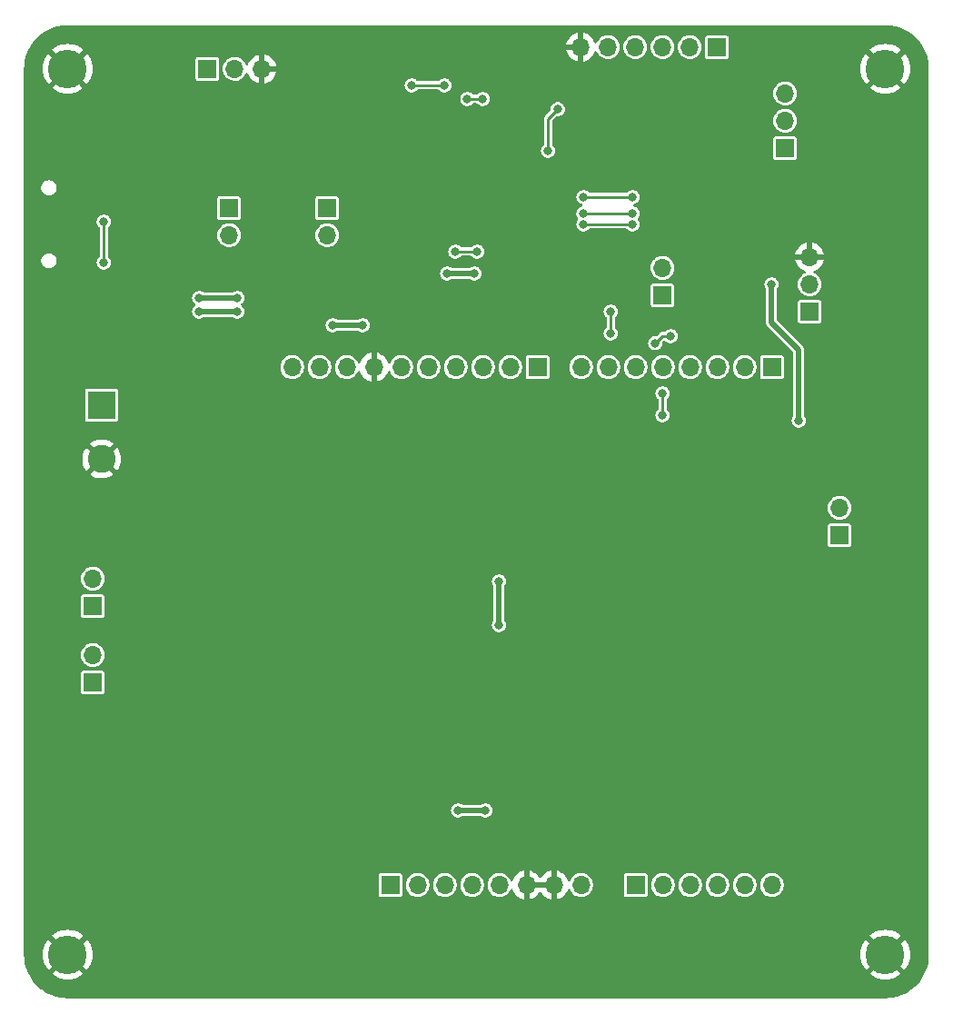
<source format=gbr>
%TF.GenerationSoftware,KiCad,Pcbnew,(6.0.9)*%
%TF.CreationDate,2025-06-16T13:19:02-07:00*%
%TF.ProjectId,STM32L4_breakout,53544d33-324c-4345-9f62-7265616b6f75,rev?*%
%TF.SameCoordinates,Original*%
%TF.FileFunction,Copper,L2,Bot*%
%TF.FilePolarity,Positive*%
%FSLAX46Y46*%
G04 Gerber Fmt 4.6, Leading zero omitted, Abs format (unit mm)*
G04 Created by KiCad (PCBNEW (6.0.9)) date 2025-06-16 13:19:02*
%MOMM*%
%LPD*%
G01*
G04 APERTURE LIST*
%TA.AperFunction,ComponentPad*%
%ADD10R,1.700000X1.700000*%
%TD*%
%TA.AperFunction,ComponentPad*%
%ADD11O,1.700000X1.700000*%
%TD*%
%TA.AperFunction,ComponentPad*%
%ADD12R,2.600000X2.600000*%
%TD*%
%TA.AperFunction,ComponentPad*%
%ADD13C,2.600000*%
%TD*%
%TA.AperFunction,ComponentPad*%
%ADD14C,3.600000*%
%TD*%
%TA.AperFunction,ViaPad*%
%ADD15C,0.700000*%
%TD*%
%TA.AperFunction,ViaPad*%
%ADD16C,0.800000*%
%TD*%
%TA.AperFunction,Conductor*%
%ADD17C,0.500000*%
%TD*%
%TA.AperFunction,Conductor*%
%ADD18C,0.250000*%
%TD*%
G04 APERTURE END LIST*
D10*
%TO.P,J3,1,Pin_1*%
%TO.N,Net-(J3-Pad1)*%
X138218000Y-131419000D03*
D11*
%TO.P,J3,2,Pin_2*%
%TO.N,+3.3V*%
X140758000Y-131419000D03*
%TO.P,J3,3,Pin_3*%
%TO.N,STM_NRST*%
X143298000Y-131419000D03*
%TO.P,J3,4,Pin_4*%
%TO.N,+3.3V*%
X145838000Y-131419000D03*
%TO.P,J3,5,Pin_5*%
%TO.N,+5V*%
X148378000Y-131419000D03*
%TO.P,J3,6,Pin_6*%
%TO.N,GND*%
X150918000Y-131419000D03*
%TO.P,J3,7,Pin_7*%
X153458000Y-131419000D03*
%TO.P,J3,8,Pin_8*%
%TO.N,Net-(J3-Pad8)*%
X155998000Y-131419000D03*
%TD*%
D10*
%TO.P,J12,1,Pin_1*%
%TO.N,USART1_TX*%
X121173000Y-55372000D03*
D11*
%TO.P,J12,2,Pin_2*%
%TO.N,USART1_RX*%
X123713000Y-55372000D03*
%TO.P,J12,3,Pin_3*%
%TO.N,GND*%
X126253000Y-55372000D03*
%TD*%
D10*
%TO.P,J17,1,Pin_1*%
%TO.N,+12V*%
X110490000Y-105415000D03*
D11*
%TO.P,J17,2,Pin_2*%
X110490000Y-102875000D03*
%TD*%
D12*
%TO.P,J1,1,Pin_1*%
%TO.N,+12V*%
X111323000Y-86709000D03*
D13*
%TO.P,J1,2,Pin_2*%
%TO.N,GND*%
X111323000Y-91709000D03*
%TD*%
D14*
%TO.P,H4,1,1*%
%TO.N,GND*%
X108146000Y-137909000D03*
%TD*%
D10*
%TO.P,J16,1,Pin_1*%
%TO.N,+5V*%
X110490000Y-112532000D03*
D11*
%TO.P,J16,2,Pin_2*%
X110490000Y-109992000D03*
%TD*%
D14*
%TO.P,H3,1,1*%
%TO.N,GND*%
X184346000Y-137909000D03*
%TD*%
D10*
%TO.P,J8,1,Pin_1*%
%TO.N,I2C2_SCL*%
X163576000Y-76459000D03*
D11*
%TO.P,J8,2,Pin_2*%
%TO.N,I2C2_SDA*%
X163576000Y-73919000D03*
%TD*%
D10*
%TO.P,J2,1,Pin_1*%
%TO.N,VMEM*%
X168656000Y-53340000D03*
D11*
%TO.P,J2,2,Pin_2*%
%TO.N,SWDIO*%
X166116000Y-53340000D03*
%TO.P,J2,3,Pin_3*%
%TO.N,SWCLK*%
X163576000Y-53340000D03*
%TO.P,J2,4,Pin_4*%
%TO.N,SWO*%
X161036000Y-53340000D03*
%TO.P,J2,5,Pin_5*%
%TO.N,STM_NRST*%
X158496000Y-53340000D03*
%TO.P,J2,6,Pin_6*%
%TO.N,GND*%
X155956000Y-53340000D03*
%TD*%
D10*
%TO.P,J15,1,Pin_1*%
%TO.N,+3.3V*%
X180086000Y-98811000D03*
D11*
%TO.P,J15,2,Pin_2*%
X180086000Y-96271000D03*
%TD*%
D10*
%TO.P,J4,1,Pin_1*%
%TO.N,/ARD.A0-ADC*%
X161078000Y-131419000D03*
D11*
%TO.P,J4,2,Pin_2*%
%TO.N,/ARD.A1-ADC*%
X163618000Y-131419000D03*
%TO.P,J4,3,Pin_3*%
%TO.N,/ARD.A2-ADC*%
X166158000Y-131419000D03*
%TO.P,J4,4,Pin_4*%
%TO.N,/ARD.A3-ADC*%
X168698000Y-131419000D03*
%TO.P,J4,5,Pin_5*%
%TO.N,/ARD.A4-ADC*%
X171238000Y-131419000D03*
%TO.P,J4,6,Pin_6*%
%TO.N,/ARD.A5-ADC*%
X173778000Y-131419000D03*
%TD*%
D10*
%TO.P,J9,1,Pin_1*%
%TO.N,I2C3_SCL*%
X132334000Y-68321000D03*
D11*
%TO.P,J9,2,Pin_2*%
%TO.N,I2C3_SDA*%
X132334000Y-70861000D03*
%TD*%
D10*
%TO.P,J10,1,Pin_1*%
%TO.N,ADC_ALERT*%
X175006000Y-62738000D03*
D11*
%TO.P,J10,2,Pin_2*%
%TO.N,RELAY1_CTRL*%
X175006000Y-60198000D03*
%TO.P,J10,3,Pin_3*%
%TO.N,RELAY2_CTRL*%
X175006000Y-57658000D03*
%TD*%
D14*
%TO.P,H1,1,1*%
%TO.N,GND*%
X108146000Y-55359000D03*
%TD*%
D10*
%TO.P,J13,1,Pin_1*%
%TO.N,USART3_TX*%
X177292000Y-77978000D03*
D11*
%TO.P,J13,2,Pin_2*%
%TO.N,USART3_RX*%
X177292000Y-75438000D03*
%TO.P,J13,3,Pin_3*%
%TO.N,GND*%
X177292000Y-72898000D03*
%TD*%
D10*
%TO.P,J7,1,Pin_1*%
%TO.N,I2C1_SCL*%
X123190000Y-68321000D03*
D11*
%TO.P,J7,2,Pin_2*%
%TO.N,I2C1_SDA*%
X123190000Y-70861000D03*
%TD*%
D14*
%TO.P,H2,1,1*%
%TO.N,GND*%
X184346000Y-55359000D03*
%TD*%
D10*
%TO.P,J6,1,Pin_1*%
%TO.N,UART4_TX*%
X173778000Y-83159000D03*
D11*
%TO.P,J6,2,Pin_2*%
%TO.N,UART4_RX*%
X171238000Y-83159000D03*
%TO.P,J6,3,Pin_3*%
%TO.N,unconnected-(J6-Pad3)*%
X168698000Y-83159000D03*
%TO.P,J6,4,Pin_4*%
%TO.N,LEDK*%
X166158000Y-83159000D03*
%TO.P,J6,5,Pin_5*%
%TO.N,CARDCS_5V*%
X163618000Y-83159000D03*
%TO.P,J6,6,Pin_6*%
%TO.N,unconnected-(J6-Pad6)*%
X161078000Y-83159000D03*
%TO.P,J6,7,Pin_7*%
%TO.N,unconnected-(J6-Pad7)*%
X158538000Y-83159000D03*
%TO.P,J6,8,Pin_8*%
%TO.N,D7*%
X155998000Y-83159000D03*
%TD*%
D10*
%TO.P,J5,1,Pin_1*%
%TO.N,RT_CS*%
X151934000Y-83159000D03*
D11*
%TO.P,J5,2,Pin_2*%
%TO.N,TFT_DC*%
X149394000Y-83159000D03*
%TO.P,J5,3,Pin_3*%
%TO.N,TFT_CS*%
X146854000Y-83159000D03*
%TO.P,J5,4,Pin_4*%
%TO.N,SPI1_MOSI*%
X144314000Y-83159000D03*
%TO.P,J5,5,Pin_5*%
%TO.N,SPI1_MISO*%
X141774000Y-83159000D03*
%TO.P,J5,6,Pin_6*%
%TO.N,SPI1_SCK*%
X139234000Y-83159000D03*
%TO.P,J5,7,Pin_7*%
%TO.N,GND*%
X136694000Y-83159000D03*
%TO.P,J5,8,Pin_8*%
%TO.N,/ARD_3V3A*%
X134154000Y-83159000D03*
%TO.P,J5,9,Pin_9*%
%TO.N,I2C1_SDA*%
X131614000Y-83159000D03*
%TO.P,J5,10,Pin_10*%
%TO.N,I2C1_SCL*%
X129074000Y-83159000D03*
%TD*%
D15*
%TO.N,GND*%
X134722000Y-93472000D03*
D16*
X139446000Y-69850000D03*
X135890000Y-67564000D03*
D15*
X143778000Y-109202000D03*
D16*
X124968000Y-112522000D03*
D15*
X135710000Y-108392000D03*
X134186000Y-108900000D03*
X121158000Y-93726000D03*
D16*
X150107356Y-62581954D03*
X110490000Y-65532000D03*
X142240000Y-61976000D03*
D15*
X138938000Y-92710000D03*
D16*
X141980291Y-67050322D03*
X153924000Y-71120000D03*
D15*
X135738000Y-93472000D03*
X143778000Y-110218000D03*
X132916000Y-108900000D03*
X109220000Y-95250000D03*
X111252000Y-95250000D03*
D16*
X145034000Y-59182000D03*
D15*
X132436000Y-93472000D03*
D16*
X182626000Y-101854000D03*
D15*
X137668000Y-92710000D03*
D16*
X139446000Y-106680000D03*
D15*
X120142000Y-94742000D03*
X148336000Y-93218000D03*
D16*
X141478000Y-69812500D03*
D15*
X133452000Y-93472000D03*
X145108000Y-108392000D03*
D16*
X149352000Y-71120000D03*
D15*
X149860000Y-93218000D03*
X147320000Y-93218000D03*
X121158000Y-94742000D03*
X113030000Y-95250000D03*
D16*
X157226000Y-63500000D03*
X124968000Y-105410000D03*
X143515695Y-68839695D03*
%TO.N,+5V*%
X144526000Y-124460000D03*
X147066000Y-124460000D03*
%TO.N,+3.3V*%
X145388500Y-58166000D03*
X173736000Y-75438000D03*
X176276000Y-88138000D03*
X132842000Y-79248000D03*
X148336000Y-103124000D03*
X148336000Y-107188000D03*
X120396000Y-76708000D03*
X123952000Y-76708000D03*
X143510000Y-74422000D03*
X146050000Y-74422000D03*
X135636000Y-79248000D03*
X146837500Y-58166000D03*
X120396000Y-77978000D03*
X123952000Y-77978000D03*
%TO.N,STM_NRST*%
X153828436Y-59124113D03*
X111506000Y-73406000D03*
X152908000Y-62992000D03*
X111506000Y-69596000D03*
%TO.N,RT_CS*%
X164338000Y-80264000D03*
X162907201Y-80932799D03*
%TO.N,TFT_DC*%
X156210000Y-67310000D03*
X160782000Y-67310000D03*
%TO.N,UART4_TX*%
X156210000Y-68834000D03*
X160782000Y-68834000D03*
%TO.N,UART4_RX*%
X160782000Y-69850000D03*
X156210000Y-69850000D03*
%TO.N,LEDK*%
X158750000Y-80010000D03*
X158750000Y-77978000D03*
%TO.N,CARDCS_5V*%
X146304000Y-72390000D03*
X144272000Y-72390000D03*
X163576000Y-85598000D03*
X163576000Y-87630000D03*
%TO.N,Net-(R20-Pad1)*%
X140208000Y-56896000D03*
X143260299Y-56900299D03*
%TD*%
D17*
%TO.N,+5V*%
X147066000Y-124460000D02*
X144526000Y-124460000D01*
D18*
%TO.N,+3.3V*%
X146837500Y-58166000D02*
X145388500Y-58166000D01*
D17*
X123952000Y-77978000D02*
X120396000Y-77978000D01*
X173736000Y-75438000D02*
X173736000Y-78994000D01*
X173736000Y-78994000D02*
X176276000Y-81534000D01*
X132842000Y-79248000D02*
X135636000Y-79248000D01*
X143510000Y-74422000D02*
X146050000Y-74422000D01*
X123952000Y-76708000D02*
X120396000Y-76708000D01*
X176276000Y-81534000D02*
X176276000Y-88138000D01*
X148336000Y-107188000D02*
X148336000Y-103124000D01*
D18*
%TO.N,STM_NRST*%
X152908000Y-62992000D02*
X152908000Y-60044549D01*
X111506000Y-69596000D02*
X111506000Y-73406000D01*
X152908000Y-60044549D02*
X153828436Y-59124113D01*
%TO.N,RT_CS*%
X164338000Y-80264000D02*
X163576000Y-80264000D01*
X163576000Y-80264000D02*
X162907201Y-80932799D01*
%TO.N,TFT_DC*%
X156210000Y-67310000D02*
X160782000Y-67310000D01*
%TO.N,UART4_TX*%
X156210000Y-68834000D02*
X160782000Y-68834000D01*
%TO.N,UART4_RX*%
X156210000Y-69850000D02*
X160782000Y-69850000D01*
%TO.N,LEDK*%
X158750000Y-77978000D02*
X158750000Y-80010000D01*
%TO.N,CARDCS_5V*%
X163576000Y-87630000D02*
X163576000Y-85598000D01*
X144272000Y-72390000D02*
X146304000Y-72390000D01*
%TO.N,Net-(R20-Pad1)*%
X143260299Y-56900299D02*
X143256000Y-56896000D01*
X143256000Y-56896000D02*
X140208000Y-56896000D01*
%TD*%
%TA.AperFunction,Conductor*%
%TO.N,GND*%
G36*
X184333103Y-51297921D02*
G01*
X184346000Y-51300486D01*
X184358170Y-51298065D01*
X184369510Y-51298065D01*
X184381677Y-51297149D01*
X184715114Y-51312565D01*
X184726703Y-51313639D01*
X185086902Y-51363885D01*
X185098341Y-51366024D01*
X185297610Y-51412891D01*
X185452363Y-51449288D01*
X185463545Y-51452469D01*
X185635968Y-51510260D01*
X185808382Y-51568048D01*
X185819234Y-51572252D01*
X186151933Y-51719153D01*
X186162351Y-51724341D01*
X186480062Y-51901305D01*
X186489957Y-51907431D01*
X186790000Y-52112965D01*
X186799288Y-52119979D01*
X187079087Y-52352321D01*
X187087687Y-52360162D01*
X187344838Y-52617313D01*
X187352679Y-52625913D01*
X187585021Y-52905712D01*
X187592035Y-52915000D01*
X187797569Y-53215043D01*
X187803695Y-53224938D01*
X187980659Y-53542649D01*
X187985847Y-53553067D01*
X188132748Y-53885766D01*
X188136952Y-53896618D01*
X188186906Y-54045660D01*
X188252118Y-54240222D01*
X188252528Y-54241446D01*
X188255712Y-54252637D01*
X188278589Y-54349905D01*
X188338976Y-54606659D01*
X188341115Y-54618098D01*
X188353045Y-54703623D01*
X188390830Y-54974487D01*
X188391361Y-54978297D01*
X188392435Y-54989886D01*
X188398175Y-55114027D01*
X188407851Y-55323321D01*
X188406935Y-55335490D01*
X188406935Y-55346830D01*
X188404514Y-55359000D01*
X188407079Y-55371894D01*
X188409500Y-55396476D01*
X188409500Y-137871524D01*
X188407079Y-137896103D01*
X188404514Y-137909000D01*
X188406935Y-137921170D01*
X188406935Y-137932510D01*
X188407851Y-137944679D01*
X188392435Y-138278114D01*
X188391361Y-138289703D01*
X188341115Y-138649902D01*
X188338976Y-138661341D01*
X188255713Y-139015359D01*
X188252528Y-139026554D01*
X188136952Y-139371382D01*
X188132748Y-139382234D01*
X187985847Y-139714933D01*
X187980659Y-139725351D01*
X187803695Y-140043062D01*
X187797569Y-140052957D01*
X187592035Y-140353000D01*
X187585021Y-140362288D01*
X187352679Y-140642087D01*
X187344838Y-140650687D01*
X187087687Y-140907838D01*
X187079087Y-140915679D01*
X186799288Y-141148021D01*
X186790000Y-141155035D01*
X186489957Y-141360569D01*
X186480062Y-141366695D01*
X186162351Y-141543659D01*
X186151933Y-141548847D01*
X185819234Y-141695748D01*
X185808382Y-141699952D01*
X185635968Y-141757740D01*
X185463545Y-141815531D01*
X185452363Y-141818712D01*
X185297610Y-141855109D01*
X185098341Y-141901976D01*
X185086902Y-141904115D01*
X184726703Y-141954361D01*
X184715114Y-141955435D01*
X184381677Y-141970851D01*
X184369510Y-141969935D01*
X184358170Y-141969935D01*
X184346000Y-141967514D01*
X184333103Y-141970079D01*
X184308524Y-141972500D01*
X108183476Y-141972500D01*
X108158897Y-141970079D01*
X108146000Y-141967514D01*
X108133830Y-141969935D01*
X108122490Y-141969935D01*
X108110323Y-141970851D01*
X107776886Y-141955435D01*
X107765297Y-141954361D01*
X107405098Y-141904115D01*
X107393659Y-141901976D01*
X107194390Y-141855109D01*
X107039637Y-141818712D01*
X107028455Y-141815531D01*
X106856032Y-141757740D01*
X106683618Y-141699952D01*
X106672766Y-141695748D01*
X106340067Y-141548847D01*
X106329649Y-141543659D01*
X106011938Y-141366695D01*
X106002043Y-141360569D01*
X105702000Y-141155035D01*
X105692712Y-141148021D01*
X105412913Y-140915679D01*
X105404313Y-140907838D01*
X105147162Y-140650687D01*
X105139321Y-140642087D01*
X104906979Y-140362288D01*
X104899965Y-140353000D01*
X104694431Y-140052957D01*
X104688305Y-140043062D01*
X104511341Y-139725351D01*
X104506153Y-139714933D01*
X104505426Y-139713286D01*
X106707171Y-139713286D01*
X106713628Y-139722646D01*
X106734864Y-139741270D01*
X106741395Y-139746281D01*
X106986091Y-139909781D01*
X106993228Y-139913902D01*
X107257174Y-140044065D01*
X107264778Y-140047215D01*
X107543457Y-140141814D01*
X107551409Y-140143945D01*
X107840056Y-140201360D01*
X107848214Y-140202434D01*
X108141881Y-140221682D01*
X108150119Y-140221682D01*
X108443786Y-140202434D01*
X108451944Y-140201360D01*
X108740591Y-140143945D01*
X108748543Y-140141814D01*
X109027222Y-140047215D01*
X109034826Y-140044065D01*
X109298772Y-139913902D01*
X109305909Y-139909781D01*
X109550605Y-139746281D01*
X109557136Y-139741270D01*
X109576507Y-139724281D01*
X109583481Y-139713286D01*
X182907171Y-139713286D01*
X182913628Y-139722646D01*
X182934864Y-139741270D01*
X182941395Y-139746281D01*
X183186091Y-139909781D01*
X183193228Y-139913902D01*
X183457174Y-140044065D01*
X183464778Y-140047215D01*
X183743457Y-140141814D01*
X183751409Y-140143945D01*
X184040056Y-140201360D01*
X184048214Y-140202434D01*
X184341881Y-140221682D01*
X184350119Y-140221682D01*
X184643786Y-140202434D01*
X184651944Y-140201360D01*
X184940591Y-140143945D01*
X184948543Y-140141814D01*
X185227222Y-140047215D01*
X185234826Y-140044065D01*
X185498772Y-139913902D01*
X185505909Y-139909781D01*
X185750605Y-139746281D01*
X185757136Y-139741270D01*
X185776507Y-139724281D01*
X185784903Y-139711044D01*
X185779069Y-139701279D01*
X184358812Y-138281022D01*
X184344868Y-138273408D01*
X184343035Y-138273539D01*
X184336420Y-138277790D01*
X182914685Y-139699525D01*
X182907171Y-139713286D01*
X109583481Y-139713286D01*
X109584903Y-139711044D01*
X109579069Y-139701279D01*
X108158812Y-138281022D01*
X108144868Y-138273408D01*
X108143035Y-138273539D01*
X108136420Y-138277790D01*
X106714685Y-139699525D01*
X106707171Y-139713286D01*
X104505426Y-139713286D01*
X104359252Y-139382234D01*
X104355048Y-139371382D01*
X104239472Y-139026554D01*
X104236287Y-139015359D01*
X104153024Y-138661341D01*
X104150885Y-138649902D01*
X104100639Y-138289703D01*
X104099565Y-138278114D01*
X104084149Y-137944679D01*
X104085065Y-137932510D01*
X104085065Y-137921170D01*
X104086667Y-137913119D01*
X105833318Y-137913119D01*
X105852566Y-138206786D01*
X105853640Y-138214944D01*
X105911055Y-138503591D01*
X105913186Y-138511543D01*
X106007785Y-138790222D01*
X106010935Y-138797826D01*
X106141098Y-139061772D01*
X106145219Y-139068909D01*
X106308719Y-139313605D01*
X106313730Y-139320136D01*
X106330719Y-139339507D01*
X106343956Y-139347903D01*
X106353721Y-139342069D01*
X107773978Y-137921812D01*
X107780356Y-137910132D01*
X108510408Y-137910132D01*
X108510539Y-137911965D01*
X108514790Y-137918580D01*
X109936525Y-139340315D01*
X109950286Y-139347829D01*
X109959646Y-139341372D01*
X109978270Y-139320136D01*
X109983281Y-139313605D01*
X110146781Y-139068909D01*
X110150902Y-139061772D01*
X110281065Y-138797826D01*
X110284215Y-138790222D01*
X110378814Y-138511543D01*
X110380945Y-138503591D01*
X110438360Y-138214944D01*
X110439434Y-138206786D01*
X110458682Y-137913119D01*
X182033318Y-137913119D01*
X182052566Y-138206786D01*
X182053640Y-138214944D01*
X182111055Y-138503591D01*
X182113186Y-138511543D01*
X182207785Y-138790222D01*
X182210935Y-138797826D01*
X182341098Y-139061772D01*
X182345219Y-139068909D01*
X182508719Y-139313605D01*
X182513730Y-139320136D01*
X182530719Y-139339507D01*
X182543956Y-139347903D01*
X182553721Y-139342069D01*
X183973978Y-137921812D01*
X183980356Y-137910132D01*
X184710408Y-137910132D01*
X184710539Y-137911965D01*
X184714790Y-137918580D01*
X186136525Y-139340315D01*
X186150286Y-139347829D01*
X186159646Y-139341372D01*
X186178270Y-139320136D01*
X186183281Y-139313605D01*
X186346781Y-139068909D01*
X186350902Y-139061772D01*
X186481065Y-138797826D01*
X186484215Y-138790222D01*
X186578814Y-138511543D01*
X186580945Y-138503591D01*
X186638360Y-138214944D01*
X186639434Y-138206786D01*
X186658682Y-137913119D01*
X186658682Y-137904881D01*
X186639434Y-137611214D01*
X186638360Y-137603056D01*
X186580945Y-137314409D01*
X186578814Y-137306457D01*
X186484215Y-137027778D01*
X186481065Y-137020174D01*
X186350902Y-136756228D01*
X186346781Y-136749091D01*
X186183281Y-136504395D01*
X186178270Y-136497864D01*
X186161281Y-136478493D01*
X186148044Y-136470097D01*
X186138279Y-136475931D01*
X184718022Y-137896188D01*
X184710408Y-137910132D01*
X183980356Y-137910132D01*
X183981592Y-137907868D01*
X183981461Y-137906035D01*
X183977210Y-137899420D01*
X182555475Y-136477685D01*
X182541714Y-136470171D01*
X182532354Y-136476628D01*
X182513730Y-136497864D01*
X182508719Y-136504395D01*
X182345219Y-136749091D01*
X182341098Y-136756228D01*
X182210935Y-137020174D01*
X182207785Y-137027778D01*
X182113186Y-137306457D01*
X182111055Y-137314409D01*
X182053640Y-137603056D01*
X182052566Y-137611214D01*
X182033318Y-137904881D01*
X182033318Y-137913119D01*
X110458682Y-137913119D01*
X110458682Y-137904881D01*
X110439434Y-137611214D01*
X110438360Y-137603056D01*
X110380945Y-137314409D01*
X110378814Y-137306457D01*
X110284215Y-137027778D01*
X110281065Y-137020174D01*
X110150902Y-136756228D01*
X110146781Y-136749091D01*
X109983281Y-136504395D01*
X109978270Y-136497864D01*
X109961281Y-136478493D01*
X109948044Y-136470097D01*
X109938279Y-136475931D01*
X108518022Y-137896188D01*
X108510408Y-137910132D01*
X107780356Y-137910132D01*
X107781592Y-137907868D01*
X107781461Y-137906035D01*
X107777210Y-137899420D01*
X106355475Y-136477685D01*
X106341714Y-136470171D01*
X106332354Y-136476628D01*
X106313730Y-136497864D01*
X106308719Y-136504395D01*
X106145219Y-136749091D01*
X106141098Y-136756228D01*
X106010935Y-137020174D01*
X106007785Y-137027778D01*
X105913186Y-137306457D01*
X105911055Y-137314409D01*
X105853640Y-137603056D01*
X105852566Y-137611214D01*
X105833318Y-137904881D01*
X105833318Y-137913119D01*
X104086667Y-137913119D01*
X104087486Y-137909000D01*
X104084921Y-137896103D01*
X104082500Y-137871524D01*
X104082500Y-136106956D01*
X106707097Y-136106956D01*
X106712931Y-136116721D01*
X108133188Y-137536978D01*
X108147132Y-137544592D01*
X108148965Y-137544461D01*
X108155580Y-137540210D01*
X109577315Y-136118475D01*
X109583605Y-136106956D01*
X182907097Y-136106956D01*
X182912931Y-136116721D01*
X184333188Y-137536978D01*
X184347132Y-137544592D01*
X184348965Y-137544461D01*
X184355580Y-137540210D01*
X185777315Y-136118475D01*
X185784829Y-136104714D01*
X185778372Y-136095354D01*
X185757136Y-136076730D01*
X185750605Y-136071719D01*
X185505909Y-135908219D01*
X185498772Y-135904098D01*
X185234826Y-135773935D01*
X185227222Y-135770785D01*
X184948543Y-135676186D01*
X184940591Y-135674055D01*
X184651944Y-135616640D01*
X184643786Y-135615566D01*
X184350119Y-135596318D01*
X184341881Y-135596318D01*
X184048214Y-135615566D01*
X184040056Y-135616640D01*
X183751409Y-135674055D01*
X183743457Y-135676186D01*
X183464778Y-135770785D01*
X183457174Y-135773935D01*
X183193228Y-135904098D01*
X183186091Y-135908219D01*
X182941395Y-136071719D01*
X182934864Y-136076730D01*
X182915493Y-136093719D01*
X182907097Y-136106956D01*
X109583605Y-136106956D01*
X109584829Y-136104714D01*
X109578372Y-136095354D01*
X109557136Y-136076730D01*
X109550605Y-136071719D01*
X109305909Y-135908219D01*
X109298772Y-135904098D01*
X109034826Y-135773935D01*
X109027222Y-135770785D01*
X108748543Y-135676186D01*
X108740591Y-135674055D01*
X108451944Y-135616640D01*
X108443786Y-135615566D01*
X108150119Y-135596318D01*
X108141881Y-135596318D01*
X107848214Y-135615566D01*
X107840056Y-135616640D01*
X107551409Y-135674055D01*
X107543457Y-135676186D01*
X107264778Y-135770785D01*
X107257174Y-135773935D01*
X106993228Y-135904098D01*
X106986091Y-135908219D01*
X106741395Y-136071719D01*
X106734864Y-136076730D01*
X106715493Y-136093719D01*
X106707097Y-136106956D01*
X104082500Y-136106956D01*
X104082500Y-130543933D01*
X137113500Y-130543933D01*
X137113501Y-132294066D01*
X137128266Y-132368301D01*
X137135161Y-132378620D01*
X137135162Y-132378622D01*
X137175516Y-132439015D01*
X137184516Y-132452484D01*
X137268699Y-132508734D01*
X137342933Y-132523500D01*
X138217858Y-132523500D01*
X139093066Y-132523499D01*
X139128818Y-132516388D01*
X139155126Y-132511156D01*
X139155128Y-132511155D01*
X139167301Y-132508734D01*
X139177621Y-132501839D01*
X139177622Y-132501838D01*
X139241168Y-132459377D01*
X139251484Y-132452484D01*
X139307734Y-132368301D01*
X139322500Y-132294067D01*
X139322499Y-131389964D01*
X139649148Y-131389964D01*
X139662424Y-131592522D01*
X139663845Y-131598118D01*
X139663846Y-131598123D01*
X139708208Y-131772796D01*
X139712392Y-131789269D01*
X139714809Y-131794512D01*
X139752010Y-131875208D01*
X139797377Y-131973616D01*
X139800710Y-131978332D01*
X139904384Y-132125028D01*
X139914533Y-132139389D01*
X140059938Y-132281035D01*
X140228720Y-132393812D01*
X140234023Y-132396090D01*
X140234026Y-132396092D01*
X140409921Y-132471662D01*
X140415228Y-132473942D01*
X140488244Y-132490464D01*
X140607579Y-132517467D01*
X140607584Y-132517468D01*
X140613216Y-132518742D01*
X140618987Y-132518969D01*
X140618989Y-132518969D01*
X140678756Y-132521317D01*
X140816053Y-132526712D01*
X140923348Y-132511155D01*
X141011231Y-132498413D01*
X141011236Y-132498412D01*
X141016945Y-132497584D01*
X141022409Y-132495729D01*
X141022414Y-132495728D01*
X141203693Y-132434192D01*
X141203698Y-132434190D01*
X141209165Y-132432334D01*
X141386276Y-132333147D01*
X141425969Y-132300135D01*
X141513696Y-132227172D01*
X141542345Y-132203345D01*
X141646697Y-132077876D01*
X141668453Y-132051718D01*
X141668455Y-132051715D01*
X141672147Y-132047276D01*
X141771334Y-131870165D01*
X141773190Y-131864698D01*
X141773192Y-131864693D01*
X141834728Y-131683414D01*
X141834729Y-131683409D01*
X141836584Y-131677945D01*
X141837412Y-131672236D01*
X141837413Y-131672231D01*
X141865179Y-131480727D01*
X141865712Y-131477053D01*
X141867232Y-131419000D01*
X141864564Y-131389964D01*
X142189148Y-131389964D01*
X142202424Y-131592522D01*
X142203845Y-131598118D01*
X142203846Y-131598123D01*
X142248208Y-131772796D01*
X142252392Y-131789269D01*
X142254809Y-131794512D01*
X142292010Y-131875208D01*
X142337377Y-131973616D01*
X142340710Y-131978332D01*
X142444384Y-132125028D01*
X142454533Y-132139389D01*
X142599938Y-132281035D01*
X142768720Y-132393812D01*
X142774023Y-132396090D01*
X142774026Y-132396092D01*
X142949921Y-132471662D01*
X142955228Y-132473942D01*
X143028244Y-132490464D01*
X143147579Y-132517467D01*
X143147584Y-132517468D01*
X143153216Y-132518742D01*
X143158987Y-132518969D01*
X143158989Y-132518969D01*
X143218756Y-132521317D01*
X143356053Y-132526712D01*
X143463348Y-132511155D01*
X143551231Y-132498413D01*
X143551236Y-132498412D01*
X143556945Y-132497584D01*
X143562409Y-132495729D01*
X143562414Y-132495728D01*
X143743693Y-132434192D01*
X143743698Y-132434190D01*
X143749165Y-132432334D01*
X143926276Y-132333147D01*
X143965969Y-132300135D01*
X144053696Y-132227172D01*
X144082345Y-132203345D01*
X144186697Y-132077876D01*
X144208453Y-132051718D01*
X144208455Y-132051715D01*
X144212147Y-132047276D01*
X144311334Y-131870165D01*
X144313190Y-131864698D01*
X144313192Y-131864693D01*
X144374728Y-131683414D01*
X144374729Y-131683409D01*
X144376584Y-131677945D01*
X144377412Y-131672236D01*
X144377413Y-131672231D01*
X144405179Y-131480727D01*
X144405712Y-131477053D01*
X144407232Y-131419000D01*
X144404564Y-131389964D01*
X144729148Y-131389964D01*
X144742424Y-131592522D01*
X144743845Y-131598118D01*
X144743846Y-131598123D01*
X144788208Y-131772796D01*
X144792392Y-131789269D01*
X144794809Y-131794512D01*
X144832010Y-131875208D01*
X144877377Y-131973616D01*
X144880710Y-131978332D01*
X144984384Y-132125028D01*
X144994533Y-132139389D01*
X145139938Y-132281035D01*
X145308720Y-132393812D01*
X145314023Y-132396090D01*
X145314026Y-132396092D01*
X145489921Y-132471662D01*
X145495228Y-132473942D01*
X145568244Y-132490464D01*
X145687579Y-132517467D01*
X145687584Y-132517468D01*
X145693216Y-132518742D01*
X145698987Y-132518969D01*
X145698989Y-132518969D01*
X145758756Y-132521317D01*
X145896053Y-132526712D01*
X146003348Y-132511155D01*
X146091231Y-132498413D01*
X146091236Y-132498412D01*
X146096945Y-132497584D01*
X146102409Y-132495729D01*
X146102414Y-132495728D01*
X146283693Y-132434192D01*
X146283698Y-132434190D01*
X146289165Y-132432334D01*
X146466276Y-132333147D01*
X146505969Y-132300135D01*
X146593696Y-132227172D01*
X146622345Y-132203345D01*
X146726697Y-132077876D01*
X146748453Y-132051718D01*
X146748455Y-132051715D01*
X146752147Y-132047276D01*
X146851334Y-131870165D01*
X146853190Y-131864698D01*
X146853192Y-131864693D01*
X146914728Y-131683414D01*
X146914729Y-131683409D01*
X146916584Y-131677945D01*
X146917412Y-131672236D01*
X146917413Y-131672231D01*
X146945179Y-131480727D01*
X146945712Y-131477053D01*
X146947232Y-131419000D01*
X146944564Y-131389964D01*
X147269148Y-131389964D01*
X147282424Y-131592522D01*
X147283845Y-131598118D01*
X147283846Y-131598123D01*
X147328208Y-131772796D01*
X147332392Y-131789269D01*
X147334809Y-131794512D01*
X147372010Y-131875208D01*
X147417377Y-131973616D01*
X147420710Y-131978332D01*
X147524384Y-132125028D01*
X147534533Y-132139389D01*
X147679938Y-132281035D01*
X147848720Y-132393812D01*
X147854023Y-132396090D01*
X147854026Y-132396092D01*
X148029921Y-132471662D01*
X148035228Y-132473942D01*
X148108244Y-132490464D01*
X148227579Y-132517467D01*
X148227584Y-132517468D01*
X148233216Y-132518742D01*
X148238987Y-132518969D01*
X148238989Y-132518969D01*
X148298756Y-132521317D01*
X148436053Y-132526712D01*
X148543348Y-132511155D01*
X148631231Y-132498413D01*
X148631236Y-132498412D01*
X148636945Y-132497584D01*
X148642409Y-132495729D01*
X148642414Y-132495728D01*
X148823693Y-132434192D01*
X148823698Y-132434190D01*
X148829165Y-132432334D01*
X149006276Y-132333147D01*
X149045969Y-132300135D01*
X149133696Y-132227172D01*
X149162345Y-132203345D01*
X149266697Y-132077876D01*
X149288453Y-132051718D01*
X149288455Y-132051715D01*
X149292147Y-132047276D01*
X149391334Y-131870165D01*
X149393720Y-131863135D01*
X149394170Y-131862496D01*
X149395541Y-131859416D01*
X149396146Y-131859685D01*
X149434553Y-131805059D01*
X149500305Y-131778278D01*
X149570098Y-131791295D01*
X149621773Y-131839980D01*
X149629777Y-131856229D01*
X149699770Y-132028603D01*
X149704413Y-132037794D01*
X149815694Y-132219388D01*
X149821777Y-132227699D01*
X149961213Y-132388667D01*
X149968580Y-132395883D01*
X150132434Y-132531916D01*
X150140881Y-132537831D01*
X150324756Y-132645279D01*
X150334042Y-132649729D01*
X150533001Y-132725703D01*
X150542899Y-132728579D01*
X150646250Y-132749606D01*
X150660299Y-132748410D01*
X150664000Y-132738065D01*
X150664000Y-132737517D01*
X151172000Y-132737517D01*
X151176064Y-132751359D01*
X151189478Y-132753393D01*
X151196184Y-132752534D01*
X151206262Y-132750392D01*
X151410255Y-132689191D01*
X151419842Y-132685433D01*
X151611095Y-132591739D01*
X151619945Y-132586464D01*
X151793328Y-132462792D01*
X151801200Y-132456139D01*
X151952052Y-132305812D01*
X151958730Y-132297965D01*
X152086022Y-132120819D01*
X152087147Y-132121627D01*
X152134669Y-132077876D01*
X152204607Y-132065661D01*
X152270046Y-132093197D01*
X152297870Y-132125028D01*
X152355690Y-132219383D01*
X152361777Y-132227699D01*
X152501213Y-132388667D01*
X152508580Y-132395883D01*
X152672434Y-132531916D01*
X152680881Y-132537831D01*
X152864756Y-132645279D01*
X152874042Y-132649729D01*
X153073001Y-132725703D01*
X153082899Y-132728579D01*
X153186250Y-132749606D01*
X153200299Y-132748410D01*
X153204000Y-132738065D01*
X153204000Y-132737517D01*
X153712000Y-132737517D01*
X153716064Y-132751359D01*
X153729478Y-132753393D01*
X153736184Y-132752534D01*
X153746262Y-132750392D01*
X153950255Y-132689191D01*
X153959842Y-132685433D01*
X154151095Y-132591739D01*
X154159945Y-132586464D01*
X154333328Y-132462792D01*
X154341200Y-132456139D01*
X154492052Y-132305812D01*
X154498730Y-132297965D01*
X154623003Y-132125020D01*
X154628313Y-132116183D01*
X154722670Y-131925267D01*
X154726469Y-131915672D01*
X154743066Y-131861047D01*
X154782007Y-131801683D01*
X154846862Y-131772796D01*
X154917038Y-131783558D01*
X154970256Y-131830551D01*
X154978048Y-131844922D01*
X155037377Y-131973616D01*
X155040710Y-131978332D01*
X155144384Y-132125028D01*
X155154533Y-132139389D01*
X155299938Y-132281035D01*
X155468720Y-132393812D01*
X155474023Y-132396090D01*
X155474026Y-132396092D01*
X155649921Y-132471662D01*
X155655228Y-132473942D01*
X155728244Y-132490464D01*
X155847579Y-132517467D01*
X155847584Y-132517468D01*
X155853216Y-132518742D01*
X155858987Y-132518969D01*
X155858989Y-132518969D01*
X155918756Y-132521317D01*
X156056053Y-132526712D01*
X156163348Y-132511155D01*
X156251231Y-132498413D01*
X156251236Y-132498412D01*
X156256945Y-132497584D01*
X156262409Y-132495729D01*
X156262414Y-132495728D01*
X156443693Y-132434192D01*
X156443698Y-132434190D01*
X156449165Y-132432334D01*
X156626276Y-132333147D01*
X156665969Y-132300135D01*
X156753696Y-132227172D01*
X156782345Y-132203345D01*
X156886697Y-132077876D01*
X156908453Y-132051718D01*
X156908455Y-132051715D01*
X156912147Y-132047276D01*
X157011334Y-131870165D01*
X157013190Y-131864698D01*
X157013192Y-131864693D01*
X157074728Y-131683414D01*
X157074729Y-131683409D01*
X157076584Y-131677945D01*
X157077412Y-131672236D01*
X157077413Y-131672231D01*
X157105179Y-131480727D01*
X157105712Y-131477053D01*
X157107232Y-131419000D01*
X157088658Y-131216859D01*
X157087090Y-131211299D01*
X157035125Y-131027046D01*
X157035124Y-131027044D01*
X157033557Y-131021487D01*
X157022978Y-131000033D01*
X156946331Y-130844609D01*
X156943776Y-130839428D01*
X156822320Y-130676779D01*
X156678609Y-130543933D01*
X159973500Y-130543933D01*
X159973501Y-132294066D01*
X159988266Y-132368301D01*
X159995161Y-132378620D01*
X159995162Y-132378622D01*
X160035516Y-132439015D01*
X160044516Y-132452484D01*
X160128699Y-132508734D01*
X160202933Y-132523500D01*
X161077858Y-132523500D01*
X161953066Y-132523499D01*
X161988818Y-132516388D01*
X162015126Y-132511156D01*
X162015128Y-132511155D01*
X162027301Y-132508734D01*
X162037621Y-132501839D01*
X162037622Y-132501838D01*
X162101168Y-132459377D01*
X162111484Y-132452484D01*
X162167734Y-132368301D01*
X162182500Y-132294067D01*
X162182499Y-131389964D01*
X162509148Y-131389964D01*
X162522424Y-131592522D01*
X162523845Y-131598118D01*
X162523846Y-131598123D01*
X162568208Y-131772796D01*
X162572392Y-131789269D01*
X162574809Y-131794512D01*
X162612010Y-131875208D01*
X162657377Y-131973616D01*
X162660710Y-131978332D01*
X162764384Y-132125028D01*
X162774533Y-132139389D01*
X162919938Y-132281035D01*
X163088720Y-132393812D01*
X163094023Y-132396090D01*
X163094026Y-132396092D01*
X163269921Y-132471662D01*
X163275228Y-132473942D01*
X163348244Y-132490464D01*
X163467579Y-132517467D01*
X163467584Y-132517468D01*
X163473216Y-132518742D01*
X163478987Y-132518969D01*
X163478989Y-132518969D01*
X163538756Y-132521317D01*
X163676053Y-132526712D01*
X163783348Y-132511155D01*
X163871231Y-132498413D01*
X163871236Y-132498412D01*
X163876945Y-132497584D01*
X163882409Y-132495729D01*
X163882414Y-132495728D01*
X164063693Y-132434192D01*
X164063698Y-132434190D01*
X164069165Y-132432334D01*
X164246276Y-132333147D01*
X164285969Y-132300135D01*
X164373696Y-132227172D01*
X164402345Y-132203345D01*
X164506697Y-132077876D01*
X164528453Y-132051718D01*
X164528455Y-132051715D01*
X164532147Y-132047276D01*
X164631334Y-131870165D01*
X164633190Y-131864698D01*
X164633192Y-131864693D01*
X164694728Y-131683414D01*
X164694729Y-131683409D01*
X164696584Y-131677945D01*
X164697412Y-131672236D01*
X164697413Y-131672231D01*
X164725179Y-131480727D01*
X164725712Y-131477053D01*
X164727232Y-131419000D01*
X164724564Y-131389964D01*
X165049148Y-131389964D01*
X165062424Y-131592522D01*
X165063845Y-131598118D01*
X165063846Y-131598123D01*
X165108208Y-131772796D01*
X165112392Y-131789269D01*
X165114809Y-131794512D01*
X165152010Y-131875208D01*
X165197377Y-131973616D01*
X165200710Y-131978332D01*
X165304384Y-132125028D01*
X165314533Y-132139389D01*
X165459938Y-132281035D01*
X165628720Y-132393812D01*
X165634023Y-132396090D01*
X165634026Y-132396092D01*
X165809921Y-132471662D01*
X165815228Y-132473942D01*
X165888244Y-132490464D01*
X166007579Y-132517467D01*
X166007584Y-132517468D01*
X166013216Y-132518742D01*
X166018987Y-132518969D01*
X166018989Y-132518969D01*
X166078756Y-132521317D01*
X166216053Y-132526712D01*
X166323348Y-132511155D01*
X166411231Y-132498413D01*
X166411236Y-132498412D01*
X166416945Y-132497584D01*
X166422409Y-132495729D01*
X166422414Y-132495728D01*
X166603693Y-132434192D01*
X166603698Y-132434190D01*
X166609165Y-132432334D01*
X166786276Y-132333147D01*
X166825969Y-132300135D01*
X166913696Y-132227172D01*
X166942345Y-132203345D01*
X167046697Y-132077876D01*
X167068453Y-132051718D01*
X167068455Y-132051715D01*
X167072147Y-132047276D01*
X167171334Y-131870165D01*
X167173190Y-131864698D01*
X167173192Y-131864693D01*
X167234728Y-131683414D01*
X167234729Y-131683409D01*
X167236584Y-131677945D01*
X167237412Y-131672236D01*
X167237413Y-131672231D01*
X167265179Y-131480727D01*
X167265712Y-131477053D01*
X167267232Y-131419000D01*
X167264564Y-131389964D01*
X167589148Y-131389964D01*
X167602424Y-131592522D01*
X167603845Y-131598118D01*
X167603846Y-131598123D01*
X167648208Y-131772796D01*
X167652392Y-131789269D01*
X167654809Y-131794512D01*
X167692010Y-131875208D01*
X167737377Y-131973616D01*
X167740710Y-131978332D01*
X167844384Y-132125028D01*
X167854533Y-132139389D01*
X167999938Y-132281035D01*
X168168720Y-132393812D01*
X168174023Y-132396090D01*
X168174026Y-132396092D01*
X168349921Y-132471662D01*
X168355228Y-132473942D01*
X168428244Y-132490464D01*
X168547579Y-132517467D01*
X168547584Y-132517468D01*
X168553216Y-132518742D01*
X168558987Y-132518969D01*
X168558989Y-132518969D01*
X168618756Y-132521317D01*
X168756053Y-132526712D01*
X168863348Y-132511155D01*
X168951231Y-132498413D01*
X168951236Y-132498412D01*
X168956945Y-132497584D01*
X168962409Y-132495729D01*
X168962414Y-132495728D01*
X169143693Y-132434192D01*
X169143698Y-132434190D01*
X169149165Y-132432334D01*
X169326276Y-132333147D01*
X169365969Y-132300135D01*
X169453696Y-132227172D01*
X169482345Y-132203345D01*
X169586697Y-132077876D01*
X169608453Y-132051718D01*
X169608455Y-132051715D01*
X169612147Y-132047276D01*
X169711334Y-131870165D01*
X169713190Y-131864698D01*
X169713192Y-131864693D01*
X169774728Y-131683414D01*
X169774729Y-131683409D01*
X169776584Y-131677945D01*
X169777412Y-131672236D01*
X169777413Y-131672231D01*
X169805179Y-131480727D01*
X169805712Y-131477053D01*
X169807232Y-131419000D01*
X169804564Y-131389964D01*
X170129148Y-131389964D01*
X170142424Y-131592522D01*
X170143845Y-131598118D01*
X170143846Y-131598123D01*
X170188208Y-131772796D01*
X170192392Y-131789269D01*
X170194809Y-131794512D01*
X170232010Y-131875208D01*
X170277377Y-131973616D01*
X170280710Y-131978332D01*
X170384384Y-132125028D01*
X170394533Y-132139389D01*
X170539938Y-132281035D01*
X170708720Y-132393812D01*
X170714023Y-132396090D01*
X170714026Y-132396092D01*
X170889921Y-132471662D01*
X170895228Y-132473942D01*
X170968244Y-132490464D01*
X171087579Y-132517467D01*
X171087584Y-132517468D01*
X171093216Y-132518742D01*
X171098987Y-132518969D01*
X171098989Y-132518969D01*
X171158756Y-132521317D01*
X171296053Y-132526712D01*
X171403348Y-132511155D01*
X171491231Y-132498413D01*
X171491236Y-132498412D01*
X171496945Y-132497584D01*
X171502409Y-132495729D01*
X171502414Y-132495728D01*
X171683693Y-132434192D01*
X171683698Y-132434190D01*
X171689165Y-132432334D01*
X171866276Y-132333147D01*
X171905969Y-132300135D01*
X171993696Y-132227172D01*
X172022345Y-132203345D01*
X172126697Y-132077876D01*
X172148453Y-132051718D01*
X172148455Y-132051715D01*
X172152147Y-132047276D01*
X172251334Y-131870165D01*
X172253190Y-131864698D01*
X172253192Y-131864693D01*
X172314728Y-131683414D01*
X172314729Y-131683409D01*
X172316584Y-131677945D01*
X172317412Y-131672236D01*
X172317413Y-131672231D01*
X172345179Y-131480727D01*
X172345712Y-131477053D01*
X172347232Y-131419000D01*
X172344564Y-131389964D01*
X172669148Y-131389964D01*
X172682424Y-131592522D01*
X172683845Y-131598118D01*
X172683846Y-131598123D01*
X172728208Y-131772796D01*
X172732392Y-131789269D01*
X172734809Y-131794512D01*
X172772010Y-131875208D01*
X172817377Y-131973616D01*
X172820710Y-131978332D01*
X172924384Y-132125028D01*
X172934533Y-132139389D01*
X173079938Y-132281035D01*
X173248720Y-132393812D01*
X173254023Y-132396090D01*
X173254026Y-132396092D01*
X173429921Y-132471662D01*
X173435228Y-132473942D01*
X173508244Y-132490464D01*
X173627579Y-132517467D01*
X173627584Y-132517468D01*
X173633216Y-132518742D01*
X173638987Y-132518969D01*
X173638989Y-132518969D01*
X173698756Y-132521317D01*
X173836053Y-132526712D01*
X173943348Y-132511155D01*
X174031231Y-132498413D01*
X174031236Y-132498412D01*
X174036945Y-132497584D01*
X174042409Y-132495729D01*
X174042414Y-132495728D01*
X174223693Y-132434192D01*
X174223698Y-132434190D01*
X174229165Y-132432334D01*
X174406276Y-132333147D01*
X174445969Y-132300135D01*
X174533696Y-132227172D01*
X174562345Y-132203345D01*
X174666697Y-132077876D01*
X174688453Y-132051718D01*
X174688455Y-132051715D01*
X174692147Y-132047276D01*
X174791334Y-131870165D01*
X174793190Y-131864698D01*
X174793192Y-131864693D01*
X174854728Y-131683414D01*
X174854729Y-131683409D01*
X174856584Y-131677945D01*
X174857412Y-131672236D01*
X174857413Y-131672231D01*
X174885179Y-131480727D01*
X174885712Y-131477053D01*
X174887232Y-131419000D01*
X174868658Y-131216859D01*
X174867090Y-131211299D01*
X174815125Y-131027046D01*
X174815124Y-131027044D01*
X174813557Y-131021487D01*
X174802978Y-131000033D01*
X174726331Y-130844609D01*
X174723776Y-130839428D01*
X174602320Y-130676779D01*
X174453258Y-130538987D01*
X174448375Y-130535906D01*
X174448371Y-130535903D01*
X174286464Y-130433748D01*
X174281581Y-130430667D01*
X174093039Y-130355446D01*
X174087379Y-130354320D01*
X174087375Y-130354319D01*
X173899613Y-130316971D01*
X173899610Y-130316971D01*
X173893946Y-130315844D01*
X173888171Y-130315768D01*
X173888167Y-130315768D01*
X173786793Y-130314441D01*
X173690971Y-130313187D01*
X173685274Y-130314166D01*
X173685273Y-130314166D01*
X173597397Y-130329266D01*
X173490910Y-130347564D01*
X173300463Y-130417824D01*
X173126010Y-130521612D01*
X173121670Y-130525418D01*
X173121666Y-130525421D01*
X172977733Y-130651648D01*
X172973392Y-130655455D01*
X172847720Y-130814869D01*
X172845031Y-130819980D01*
X172845029Y-130819983D01*
X172832073Y-130844609D01*
X172753203Y-130994515D01*
X172693007Y-131188378D01*
X172669148Y-131389964D01*
X172344564Y-131389964D01*
X172328658Y-131216859D01*
X172327090Y-131211299D01*
X172275125Y-131027046D01*
X172275124Y-131027044D01*
X172273557Y-131021487D01*
X172262978Y-131000033D01*
X172186331Y-130844609D01*
X172183776Y-130839428D01*
X172062320Y-130676779D01*
X171913258Y-130538987D01*
X171908375Y-130535906D01*
X171908371Y-130535903D01*
X171746464Y-130433748D01*
X171741581Y-130430667D01*
X171553039Y-130355446D01*
X171547379Y-130354320D01*
X171547375Y-130354319D01*
X171359613Y-130316971D01*
X171359610Y-130316971D01*
X171353946Y-130315844D01*
X171348171Y-130315768D01*
X171348167Y-130315768D01*
X171246793Y-130314441D01*
X171150971Y-130313187D01*
X171145274Y-130314166D01*
X171145273Y-130314166D01*
X171057397Y-130329266D01*
X170950910Y-130347564D01*
X170760463Y-130417824D01*
X170586010Y-130521612D01*
X170581670Y-130525418D01*
X170581666Y-130525421D01*
X170437733Y-130651648D01*
X170433392Y-130655455D01*
X170307720Y-130814869D01*
X170305031Y-130819980D01*
X170305029Y-130819983D01*
X170292073Y-130844609D01*
X170213203Y-130994515D01*
X170153007Y-131188378D01*
X170129148Y-131389964D01*
X169804564Y-131389964D01*
X169788658Y-131216859D01*
X169787090Y-131211299D01*
X169735125Y-131027046D01*
X169735124Y-131027044D01*
X169733557Y-131021487D01*
X169722978Y-131000033D01*
X169646331Y-130844609D01*
X169643776Y-130839428D01*
X169522320Y-130676779D01*
X169373258Y-130538987D01*
X169368375Y-130535906D01*
X169368371Y-130535903D01*
X169206464Y-130433748D01*
X169201581Y-130430667D01*
X169013039Y-130355446D01*
X169007379Y-130354320D01*
X169007375Y-130354319D01*
X168819613Y-130316971D01*
X168819610Y-130316971D01*
X168813946Y-130315844D01*
X168808171Y-130315768D01*
X168808167Y-130315768D01*
X168706793Y-130314441D01*
X168610971Y-130313187D01*
X168605274Y-130314166D01*
X168605273Y-130314166D01*
X168517397Y-130329266D01*
X168410910Y-130347564D01*
X168220463Y-130417824D01*
X168046010Y-130521612D01*
X168041670Y-130525418D01*
X168041666Y-130525421D01*
X167897733Y-130651648D01*
X167893392Y-130655455D01*
X167767720Y-130814869D01*
X167765031Y-130819980D01*
X167765029Y-130819983D01*
X167752073Y-130844609D01*
X167673203Y-130994515D01*
X167613007Y-131188378D01*
X167589148Y-131389964D01*
X167264564Y-131389964D01*
X167248658Y-131216859D01*
X167247090Y-131211299D01*
X167195125Y-131027046D01*
X167195124Y-131027044D01*
X167193557Y-131021487D01*
X167182978Y-131000033D01*
X167106331Y-130844609D01*
X167103776Y-130839428D01*
X166982320Y-130676779D01*
X166833258Y-130538987D01*
X166828375Y-130535906D01*
X166828371Y-130535903D01*
X166666464Y-130433748D01*
X166661581Y-130430667D01*
X166473039Y-130355446D01*
X166467379Y-130354320D01*
X166467375Y-130354319D01*
X166279613Y-130316971D01*
X166279610Y-130316971D01*
X166273946Y-130315844D01*
X166268171Y-130315768D01*
X166268167Y-130315768D01*
X166166793Y-130314441D01*
X166070971Y-130313187D01*
X166065274Y-130314166D01*
X166065273Y-130314166D01*
X165977397Y-130329266D01*
X165870910Y-130347564D01*
X165680463Y-130417824D01*
X165506010Y-130521612D01*
X165501670Y-130525418D01*
X165501666Y-130525421D01*
X165357733Y-130651648D01*
X165353392Y-130655455D01*
X165227720Y-130814869D01*
X165225031Y-130819980D01*
X165225029Y-130819983D01*
X165212073Y-130844609D01*
X165133203Y-130994515D01*
X165073007Y-131188378D01*
X165049148Y-131389964D01*
X164724564Y-131389964D01*
X164708658Y-131216859D01*
X164707090Y-131211299D01*
X164655125Y-131027046D01*
X164655124Y-131027044D01*
X164653557Y-131021487D01*
X164642978Y-131000033D01*
X164566331Y-130844609D01*
X164563776Y-130839428D01*
X164442320Y-130676779D01*
X164293258Y-130538987D01*
X164288375Y-130535906D01*
X164288371Y-130535903D01*
X164126464Y-130433748D01*
X164121581Y-130430667D01*
X163933039Y-130355446D01*
X163927379Y-130354320D01*
X163927375Y-130354319D01*
X163739613Y-130316971D01*
X163739610Y-130316971D01*
X163733946Y-130315844D01*
X163728171Y-130315768D01*
X163728167Y-130315768D01*
X163626793Y-130314441D01*
X163530971Y-130313187D01*
X163525274Y-130314166D01*
X163525273Y-130314166D01*
X163437397Y-130329266D01*
X163330910Y-130347564D01*
X163140463Y-130417824D01*
X162966010Y-130521612D01*
X162961670Y-130525418D01*
X162961666Y-130525421D01*
X162817733Y-130651648D01*
X162813392Y-130655455D01*
X162687720Y-130814869D01*
X162685031Y-130819980D01*
X162685029Y-130819983D01*
X162672073Y-130844609D01*
X162593203Y-130994515D01*
X162533007Y-131188378D01*
X162509148Y-131389964D01*
X162182499Y-131389964D01*
X162182499Y-130543934D01*
X162167734Y-130469699D01*
X162141654Y-130430667D01*
X162118377Y-130395832D01*
X162111484Y-130385516D01*
X162027301Y-130329266D01*
X161953067Y-130314500D01*
X161078142Y-130314500D01*
X160202934Y-130314501D01*
X160167182Y-130321612D01*
X160140874Y-130326844D01*
X160140872Y-130326845D01*
X160128699Y-130329266D01*
X160118379Y-130336161D01*
X160118378Y-130336162D01*
X160057985Y-130376516D01*
X160044516Y-130385516D01*
X159988266Y-130469699D01*
X159973500Y-130543933D01*
X156678609Y-130543933D01*
X156673258Y-130538987D01*
X156668375Y-130535906D01*
X156668371Y-130535903D01*
X156506464Y-130433748D01*
X156501581Y-130430667D01*
X156313039Y-130355446D01*
X156307379Y-130354320D01*
X156307375Y-130354319D01*
X156119613Y-130316971D01*
X156119610Y-130316971D01*
X156113946Y-130315844D01*
X156108171Y-130315768D01*
X156108167Y-130315768D01*
X156006793Y-130314441D01*
X155910971Y-130313187D01*
X155905274Y-130314166D01*
X155905273Y-130314166D01*
X155817397Y-130329266D01*
X155710910Y-130347564D01*
X155520463Y-130417824D01*
X155346010Y-130521612D01*
X155341670Y-130525418D01*
X155341666Y-130525421D01*
X155197733Y-130651648D01*
X155193392Y-130655455D01*
X155067720Y-130814869D01*
X155065031Y-130819980D01*
X155065029Y-130819983D01*
X154975589Y-130989980D01*
X154926170Y-131040952D01*
X154857037Y-131057115D01*
X154790141Y-131033336D01*
X154750003Y-130978973D01*
X154747955Y-130979863D01*
X154660972Y-130779814D01*
X154656105Y-130770739D01*
X154540426Y-130591926D01*
X154534136Y-130583757D01*
X154390806Y-130426240D01*
X154383273Y-130419215D01*
X154216139Y-130287222D01*
X154207552Y-130281517D01*
X154021117Y-130178599D01*
X154011705Y-130174369D01*
X153810959Y-130103280D01*
X153800988Y-130100646D01*
X153729837Y-130087972D01*
X153716540Y-130089432D01*
X153712000Y-130103989D01*
X153712000Y-132737517D01*
X153204000Y-132737517D01*
X153204000Y-131691115D01*
X153199525Y-131675876D01*
X153198135Y-131674671D01*
X153190452Y-131673000D01*
X151190115Y-131673000D01*
X151174876Y-131677475D01*
X151173671Y-131678865D01*
X151172000Y-131686548D01*
X151172000Y-132737517D01*
X150664000Y-132737517D01*
X150664000Y-131146885D01*
X151172000Y-131146885D01*
X151176475Y-131162124D01*
X151177865Y-131163329D01*
X151185548Y-131165000D01*
X153185885Y-131165000D01*
X153201124Y-131160525D01*
X153202329Y-131159135D01*
X153204000Y-131151452D01*
X153204000Y-130102102D01*
X153200082Y-130088758D01*
X153185806Y-130086771D01*
X153147324Y-130092660D01*
X153137288Y-130095051D01*
X152934868Y-130161212D01*
X152925359Y-130165209D01*
X152736463Y-130263542D01*
X152727738Y-130269036D01*
X152557433Y-130396905D01*
X152549726Y-130403748D01*
X152402590Y-130557717D01*
X152396104Y-130565727D01*
X152291193Y-130719521D01*
X152236282Y-130764524D01*
X152165757Y-130772695D01*
X152102010Y-130741441D01*
X152081313Y-130716957D01*
X152000427Y-130591926D01*
X151994136Y-130583757D01*
X151850806Y-130426240D01*
X151843273Y-130419215D01*
X151676139Y-130287222D01*
X151667552Y-130281517D01*
X151481117Y-130178599D01*
X151471705Y-130174369D01*
X151270959Y-130103280D01*
X151260988Y-130100646D01*
X151189837Y-130087972D01*
X151176540Y-130089432D01*
X151172000Y-130103989D01*
X151172000Y-131146885D01*
X150664000Y-131146885D01*
X150664000Y-130102102D01*
X150660082Y-130088758D01*
X150645806Y-130086771D01*
X150607324Y-130092660D01*
X150597288Y-130095051D01*
X150394868Y-130161212D01*
X150385359Y-130165209D01*
X150196463Y-130263542D01*
X150187738Y-130269036D01*
X150017433Y-130396905D01*
X150009726Y-130403748D01*
X149862590Y-130557717D01*
X149856104Y-130565727D01*
X149736098Y-130741649D01*
X149731000Y-130750623D01*
X149641338Y-130943783D01*
X149637777Y-130953464D01*
X149633291Y-130969640D01*
X149595813Y-131029939D01*
X149531684Y-131060403D01*
X149461266Y-131051360D01*
X149406915Y-131005682D01*
X149398867Y-130991698D01*
X149326331Y-130844609D01*
X149323776Y-130839428D01*
X149202320Y-130676779D01*
X149053258Y-130538987D01*
X149048375Y-130535906D01*
X149048371Y-130535903D01*
X148886464Y-130433748D01*
X148881581Y-130430667D01*
X148693039Y-130355446D01*
X148687379Y-130354320D01*
X148687375Y-130354319D01*
X148499613Y-130316971D01*
X148499610Y-130316971D01*
X148493946Y-130315844D01*
X148488171Y-130315768D01*
X148488167Y-130315768D01*
X148386793Y-130314441D01*
X148290971Y-130313187D01*
X148285274Y-130314166D01*
X148285273Y-130314166D01*
X148197397Y-130329266D01*
X148090910Y-130347564D01*
X147900463Y-130417824D01*
X147726010Y-130521612D01*
X147721670Y-130525418D01*
X147721666Y-130525421D01*
X147577733Y-130651648D01*
X147573392Y-130655455D01*
X147447720Y-130814869D01*
X147445031Y-130819980D01*
X147445029Y-130819983D01*
X147432073Y-130844609D01*
X147353203Y-130994515D01*
X147293007Y-131188378D01*
X147269148Y-131389964D01*
X146944564Y-131389964D01*
X146928658Y-131216859D01*
X146927090Y-131211299D01*
X146875125Y-131027046D01*
X146875124Y-131027044D01*
X146873557Y-131021487D01*
X146862978Y-131000033D01*
X146786331Y-130844609D01*
X146783776Y-130839428D01*
X146662320Y-130676779D01*
X146513258Y-130538987D01*
X146508375Y-130535906D01*
X146508371Y-130535903D01*
X146346464Y-130433748D01*
X146341581Y-130430667D01*
X146153039Y-130355446D01*
X146147379Y-130354320D01*
X146147375Y-130354319D01*
X145959613Y-130316971D01*
X145959610Y-130316971D01*
X145953946Y-130315844D01*
X145948171Y-130315768D01*
X145948167Y-130315768D01*
X145846793Y-130314441D01*
X145750971Y-130313187D01*
X145745274Y-130314166D01*
X145745273Y-130314166D01*
X145657397Y-130329266D01*
X145550910Y-130347564D01*
X145360463Y-130417824D01*
X145186010Y-130521612D01*
X145181670Y-130525418D01*
X145181666Y-130525421D01*
X145037733Y-130651648D01*
X145033392Y-130655455D01*
X144907720Y-130814869D01*
X144905031Y-130819980D01*
X144905029Y-130819983D01*
X144892073Y-130844609D01*
X144813203Y-130994515D01*
X144753007Y-131188378D01*
X144729148Y-131389964D01*
X144404564Y-131389964D01*
X144388658Y-131216859D01*
X144387090Y-131211299D01*
X144335125Y-131027046D01*
X144335124Y-131027044D01*
X144333557Y-131021487D01*
X144322978Y-131000033D01*
X144246331Y-130844609D01*
X144243776Y-130839428D01*
X144122320Y-130676779D01*
X143973258Y-130538987D01*
X143968375Y-130535906D01*
X143968371Y-130535903D01*
X143806464Y-130433748D01*
X143801581Y-130430667D01*
X143613039Y-130355446D01*
X143607379Y-130354320D01*
X143607375Y-130354319D01*
X143419613Y-130316971D01*
X143419610Y-130316971D01*
X143413946Y-130315844D01*
X143408171Y-130315768D01*
X143408167Y-130315768D01*
X143306793Y-130314441D01*
X143210971Y-130313187D01*
X143205274Y-130314166D01*
X143205273Y-130314166D01*
X143117397Y-130329266D01*
X143010910Y-130347564D01*
X142820463Y-130417824D01*
X142646010Y-130521612D01*
X142641670Y-130525418D01*
X142641666Y-130525421D01*
X142497733Y-130651648D01*
X142493392Y-130655455D01*
X142367720Y-130814869D01*
X142365031Y-130819980D01*
X142365029Y-130819983D01*
X142352073Y-130844609D01*
X142273203Y-130994515D01*
X142213007Y-131188378D01*
X142189148Y-131389964D01*
X141864564Y-131389964D01*
X141848658Y-131216859D01*
X141847090Y-131211299D01*
X141795125Y-131027046D01*
X141795124Y-131027044D01*
X141793557Y-131021487D01*
X141782978Y-131000033D01*
X141706331Y-130844609D01*
X141703776Y-130839428D01*
X141582320Y-130676779D01*
X141433258Y-130538987D01*
X141428375Y-130535906D01*
X141428371Y-130535903D01*
X141266464Y-130433748D01*
X141261581Y-130430667D01*
X141073039Y-130355446D01*
X141067379Y-130354320D01*
X141067375Y-130354319D01*
X140879613Y-130316971D01*
X140879610Y-130316971D01*
X140873946Y-130315844D01*
X140868171Y-130315768D01*
X140868167Y-130315768D01*
X140766793Y-130314441D01*
X140670971Y-130313187D01*
X140665274Y-130314166D01*
X140665273Y-130314166D01*
X140577397Y-130329266D01*
X140470910Y-130347564D01*
X140280463Y-130417824D01*
X140106010Y-130521612D01*
X140101670Y-130525418D01*
X140101666Y-130525421D01*
X139957733Y-130651648D01*
X139953392Y-130655455D01*
X139827720Y-130814869D01*
X139825031Y-130819980D01*
X139825029Y-130819983D01*
X139812073Y-130844609D01*
X139733203Y-130994515D01*
X139673007Y-131188378D01*
X139649148Y-131389964D01*
X139322499Y-131389964D01*
X139322499Y-130543934D01*
X139307734Y-130469699D01*
X139281654Y-130430667D01*
X139258377Y-130395832D01*
X139251484Y-130385516D01*
X139167301Y-130329266D01*
X139093067Y-130314500D01*
X138218142Y-130314500D01*
X137342934Y-130314501D01*
X137307182Y-130321612D01*
X137280874Y-130326844D01*
X137280872Y-130326845D01*
X137268699Y-130329266D01*
X137258379Y-130336161D01*
X137258378Y-130336162D01*
X137197985Y-130376516D01*
X137184516Y-130385516D01*
X137128266Y-130469699D01*
X137113500Y-130543933D01*
X104082500Y-130543933D01*
X104082500Y-124453096D01*
X143866729Y-124453096D01*
X143884113Y-124610553D01*
X143938553Y-124759319D01*
X144026908Y-124890805D01*
X144032527Y-124895918D01*
X144032528Y-124895919D01*
X144043903Y-124906269D01*
X144144076Y-124997419D01*
X144283293Y-125073008D01*
X144436522Y-125113207D01*
X144520477Y-125114526D01*
X144587319Y-125115576D01*
X144587322Y-125115576D01*
X144594916Y-125115695D01*
X144749332Y-125080329D01*
X144819742Y-125044917D01*
X144884072Y-125012563D01*
X144884075Y-125012561D01*
X144890855Y-125009151D01*
X144907789Y-124994688D01*
X144972579Y-124965658D01*
X144989619Y-124964500D01*
X146599153Y-124964500D01*
X146667274Y-124984502D01*
X146672068Y-124988185D01*
X146672266Y-124987907D01*
X146678459Y-124992308D01*
X146684076Y-124997419D01*
X146823293Y-125073008D01*
X146976522Y-125113207D01*
X147060477Y-125114526D01*
X147127319Y-125115576D01*
X147127322Y-125115576D01*
X147134916Y-125115695D01*
X147289332Y-125080329D01*
X147359742Y-125044917D01*
X147424072Y-125012563D01*
X147424075Y-125012561D01*
X147430855Y-125009151D01*
X147436626Y-125004222D01*
X147436629Y-125004220D01*
X147545536Y-124911204D01*
X147545536Y-124911203D01*
X147551314Y-124906269D01*
X147643755Y-124777624D01*
X147702842Y-124630641D01*
X147725162Y-124473807D01*
X147725307Y-124460000D01*
X147706276Y-124302733D01*
X147650280Y-124154546D01*
X147560553Y-124023992D01*
X147442275Y-123918611D01*
X147434889Y-123914700D01*
X147308988Y-123848039D01*
X147308989Y-123848039D01*
X147302274Y-123844484D01*
X147148633Y-123805892D01*
X147141034Y-123805852D01*
X147141033Y-123805852D01*
X147075181Y-123805507D01*
X146990221Y-123805062D01*
X146982841Y-123806834D01*
X146982839Y-123806834D01*
X146843563Y-123840271D01*
X146843560Y-123840272D01*
X146836184Y-123842043D01*
X146695414Y-123914700D01*
X146689692Y-123919692D01*
X146689690Y-123919693D01*
X146684236Y-123924451D01*
X146619753Y-123954157D01*
X146601409Y-123955500D01*
X144991667Y-123955500D01*
X144923546Y-123935498D01*
X144908143Y-123923802D01*
X144907954Y-123923670D01*
X144902275Y-123918611D01*
X144762274Y-123844484D01*
X144608633Y-123805892D01*
X144601034Y-123805852D01*
X144601033Y-123805852D01*
X144535181Y-123805507D01*
X144450221Y-123805062D01*
X144442841Y-123806834D01*
X144442839Y-123806834D01*
X144303563Y-123840271D01*
X144303560Y-123840272D01*
X144296184Y-123842043D01*
X144155414Y-123914700D01*
X144036039Y-124018838D01*
X143944950Y-124148444D01*
X143887406Y-124296037D01*
X143866729Y-124453096D01*
X104082500Y-124453096D01*
X104082500Y-111656933D01*
X109385500Y-111656933D01*
X109385501Y-113407066D01*
X109400266Y-113481301D01*
X109456516Y-113565484D01*
X109540699Y-113621734D01*
X109614933Y-113636500D01*
X110489858Y-113636500D01*
X111365066Y-113636499D01*
X111400818Y-113629388D01*
X111427126Y-113624156D01*
X111427128Y-113624155D01*
X111439301Y-113621734D01*
X111449621Y-113614839D01*
X111449622Y-113614838D01*
X111513168Y-113572377D01*
X111523484Y-113565484D01*
X111579734Y-113481301D01*
X111594500Y-113407067D01*
X111594499Y-111656934D01*
X111579734Y-111582699D01*
X111523484Y-111498516D01*
X111439301Y-111442266D01*
X111365067Y-111427500D01*
X110490142Y-111427500D01*
X109614934Y-111427501D01*
X109579182Y-111434612D01*
X109552874Y-111439844D01*
X109552872Y-111439845D01*
X109540699Y-111442266D01*
X109530379Y-111449161D01*
X109530378Y-111449162D01*
X109469985Y-111489516D01*
X109456516Y-111498516D01*
X109400266Y-111582699D01*
X109385500Y-111656933D01*
X104082500Y-111656933D01*
X104082500Y-109962964D01*
X109381148Y-109962964D01*
X109394424Y-110165522D01*
X109395845Y-110171118D01*
X109395846Y-110171123D01*
X109416119Y-110250945D01*
X109444392Y-110362269D01*
X109446809Y-110367512D01*
X109484010Y-110448208D01*
X109529377Y-110546616D01*
X109646533Y-110712389D01*
X109791938Y-110854035D01*
X109960720Y-110966812D01*
X109966023Y-110969090D01*
X109966026Y-110969092D01*
X110054707Y-111007192D01*
X110147228Y-111046942D01*
X110220244Y-111063464D01*
X110339579Y-111090467D01*
X110339584Y-111090468D01*
X110345216Y-111091742D01*
X110350987Y-111091969D01*
X110350989Y-111091969D01*
X110410756Y-111094317D01*
X110548053Y-111099712D01*
X110648499Y-111085148D01*
X110743231Y-111071413D01*
X110743236Y-111071412D01*
X110748945Y-111070584D01*
X110754409Y-111068729D01*
X110754414Y-111068728D01*
X110935693Y-111007192D01*
X110935698Y-111007190D01*
X110941165Y-111005334D01*
X111118276Y-110906147D01*
X111180934Y-110854035D01*
X111269913Y-110780031D01*
X111274345Y-110776345D01*
X111404147Y-110620276D01*
X111503334Y-110443165D01*
X111505190Y-110437698D01*
X111505192Y-110437693D01*
X111566728Y-110256414D01*
X111566729Y-110256409D01*
X111568584Y-110250945D01*
X111569412Y-110245236D01*
X111569413Y-110245231D01*
X111597179Y-110053727D01*
X111597712Y-110050053D01*
X111599232Y-109992000D01*
X111580658Y-109789859D01*
X111579090Y-109784299D01*
X111527125Y-109600046D01*
X111527124Y-109600044D01*
X111525557Y-109594487D01*
X111514978Y-109573033D01*
X111438331Y-109417609D01*
X111435776Y-109412428D01*
X111314320Y-109249779D01*
X111165258Y-109111987D01*
X111160375Y-109108906D01*
X111160371Y-109108903D01*
X110998464Y-109006748D01*
X110993581Y-109003667D01*
X110805039Y-108928446D01*
X110799379Y-108927320D01*
X110799375Y-108927319D01*
X110611613Y-108889971D01*
X110611610Y-108889971D01*
X110605946Y-108888844D01*
X110600171Y-108888768D01*
X110600167Y-108888768D01*
X110498793Y-108887441D01*
X110402971Y-108886187D01*
X110397274Y-108887166D01*
X110397273Y-108887166D01*
X110208607Y-108919585D01*
X110202910Y-108920564D01*
X110012463Y-108990824D01*
X109838010Y-109094612D01*
X109833670Y-109098418D01*
X109833666Y-109098421D01*
X109813723Y-109115911D01*
X109685392Y-109228455D01*
X109559720Y-109387869D01*
X109557031Y-109392980D01*
X109557029Y-109392983D01*
X109544073Y-109417609D01*
X109465203Y-109567515D01*
X109405007Y-109761378D01*
X109381148Y-109962964D01*
X104082500Y-109962964D01*
X104082500Y-107181096D01*
X147676729Y-107181096D01*
X147694113Y-107338553D01*
X147748553Y-107487319D01*
X147836908Y-107618805D01*
X147842527Y-107623918D01*
X147842528Y-107623919D01*
X147853903Y-107634269D01*
X147954076Y-107725419D01*
X148093293Y-107801008D01*
X148246522Y-107841207D01*
X148330477Y-107842526D01*
X148397319Y-107843576D01*
X148397322Y-107843576D01*
X148404916Y-107843695D01*
X148559332Y-107808329D01*
X148629742Y-107772917D01*
X148694072Y-107740563D01*
X148694075Y-107740561D01*
X148700855Y-107737151D01*
X148706626Y-107732222D01*
X148706629Y-107732220D01*
X148815536Y-107639204D01*
X148815536Y-107639203D01*
X148821314Y-107634269D01*
X148913755Y-107505624D01*
X148972842Y-107358641D01*
X148995162Y-107201807D01*
X148995307Y-107188000D01*
X148976276Y-107030733D01*
X148920280Y-106882546D01*
X148862660Y-106798708D01*
X148840500Y-106727341D01*
X148840500Y-103584144D01*
X148864176Y-103510620D01*
X148913755Y-103441624D01*
X148972842Y-103294641D01*
X148995162Y-103137807D01*
X148995307Y-103124000D01*
X148976276Y-102966733D01*
X148920280Y-102818546D01*
X148830553Y-102687992D01*
X148807328Y-102667299D01*
X148717946Y-102587664D01*
X148712275Y-102582611D01*
X148704889Y-102578700D01*
X148578988Y-102512039D01*
X148578989Y-102512039D01*
X148572274Y-102508484D01*
X148418633Y-102469892D01*
X148411034Y-102469852D01*
X148411033Y-102469852D01*
X148345181Y-102469507D01*
X148260221Y-102469062D01*
X148252841Y-102470834D01*
X148252839Y-102470834D01*
X148113563Y-102504271D01*
X148113560Y-102504272D01*
X148106184Y-102506043D01*
X147965414Y-102578700D01*
X147846039Y-102682838D01*
X147754950Y-102812444D01*
X147729116Y-102878704D01*
X147707927Y-102933053D01*
X147697406Y-102960037D01*
X147676729Y-103117096D01*
X147685421Y-103195824D01*
X147691459Y-103250512D01*
X147694113Y-103274553D01*
X147696723Y-103281684D01*
X147696723Y-103281686D01*
X147714846Y-103331208D01*
X147748553Y-103423319D01*
X147752789Y-103429622D01*
X147752789Y-103429623D01*
X147810082Y-103514884D01*
X147831500Y-103585160D01*
X147831500Y-106727676D01*
X147808587Y-106800126D01*
X147754950Y-106876444D01*
X147697406Y-107024037D01*
X147676729Y-107181096D01*
X104082500Y-107181096D01*
X104082500Y-104539933D01*
X109385500Y-104539933D01*
X109385501Y-106290066D01*
X109400266Y-106364301D01*
X109456516Y-106448484D01*
X109540699Y-106504734D01*
X109614933Y-106519500D01*
X110489858Y-106519500D01*
X111365066Y-106519499D01*
X111400818Y-106512388D01*
X111427126Y-106507156D01*
X111427128Y-106507155D01*
X111439301Y-106504734D01*
X111449621Y-106497839D01*
X111449622Y-106497838D01*
X111513168Y-106455377D01*
X111523484Y-106448484D01*
X111579734Y-106364301D01*
X111594500Y-106290067D01*
X111594499Y-104539934D01*
X111579734Y-104465699D01*
X111523484Y-104381516D01*
X111439301Y-104325266D01*
X111365067Y-104310500D01*
X110490142Y-104310500D01*
X109614934Y-104310501D01*
X109579182Y-104317612D01*
X109552874Y-104322844D01*
X109552872Y-104322845D01*
X109540699Y-104325266D01*
X109530379Y-104332161D01*
X109530378Y-104332162D01*
X109469985Y-104372516D01*
X109456516Y-104381516D01*
X109400266Y-104465699D01*
X109385500Y-104539933D01*
X104082500Y-104539933D01*
X104082500Y-102845964D01*
X109381148Y-102845964D01*
X109394424Y-103048522D01*
X109395845Y-103054118D01*
X109395846Y-103054123D01*
X109416052Y-103133682D01*
X109444392Y-103245269D01*
X109446809Y-103250512D01*
X109484010Y-103331208D01*
X109529377Y-103429616D01*
X109532710Y-103434332D01*
X109612164Y-103546757D01*
X109646533Y-103595389D01*
X109791938Y-103737035D01*
X109960720Y-103849812D01*
X109966023Y-103852090D01*
X109966026Y-103852092D01*
X110054707Y-103890192D01*
X110147228Y-103929942D01*
X110220244Y-103946464D01*
X110339579Y-103973467D01*
X110339584Y-103973468D01*
X110345216Y-103974742D01*
X110350987Y-103974969D01*
X110350989Y-103974969D01*
X110410756Y-103977317D01*
X110548053Y-103982712D01*
X110648499Y-103968148D01*
X110743231Y-103954413D01*
X110743236Y-103954412D01*
X110748945Y-103953584D01*
X110754409Y-103951729D01*
X110754414Y-103951728D01*
X110935693Y-103890192D01*
X110935698Y-103890190D01*
X110941165Y-103888334D01*
X111118276Y-103789147D01*
X111180934Y-103737035D01*
X111269913Y-103663031D01*
X111274345Y-103659345D01*
X111331463Y-103590669D01*
X111400453Y-103507718D01*
X111400455Y-103507715D01*
X111404147Y-103503276D01*
X111503334Y-103326165D01*
X111505190Y-103320698D01*
X111505192Y-103320693D01*
X111566728Y-103139414D01*
X111566729Y-103139409D01*
X111568584Y-103133945D01*
X111569412Y-103128236D01*
X111569413Y-103128231D01*
X111592707Y-102967571D01*
X111597712Y-102933053D01*
X111599232Y-102875000D01*
X111582049Y-102687992D01*
X111581187Y-102678613D01*
X111581186Y-102678610D01*
X111580658Y-102672859D01*
X111579090Y-102667299D01*
X111527125Y-102483046D01*
X111527124Y-102483044D01*
X111525557Y-102477487D01*
X111522725Y-102471743D01*
X111438331Y-102300609D01*
X111435776Y-102295428D01*
X111314320Y-102132779D01*
X111165258Y-101994987D01*
X111160375Y-101991906D01*
X111160371Y-101991903D01*
X110998464Y-101889748D01*
X110993581Y-101886667D01*
X110805039Y-101811446D01*
X110799379Y-101810320D01*
X110799375Y-101810319D01*
X110611613Y-101772971D01*
X110611610Y-101772971D01*
X110605946Y-101771844D01*
X110600171Y-101771768D01*
X110600167Y-101771768D01*
X110498793Y-101770441D01*
X110402971Y-101769187D01*
X110397274Y-101770166D01*
X110397273Y-101770166D01*
X110208607Y-101802585D01*
X110202910Y-101803564D01*
X110012463Y-101873824D01*
X109838010Y-101977612D01*
X109833670Y-101981418D01*
X109833666Y-101981421D01*
X109813723Y-101998911D01*
X109685392Y-102111455D01*
X109559720Y-102270869D01*
X109557031Y-102275980D01*
X109557029Y-102275983D01*
X109544073Y-102300609D01*
X109465203Y-102450515D01*
X109405007Y-102644378D01*
X109381148Y-102845964D01*
X104082500Y-102845964D01*
X104082500Y-97935933D01*
X178981500Y-97935933D01*
X178981501Y-99686066D01*
X178996266Y-99760301D01*
X179052516Y-99844484D01*
X179136699Y-99900734D01*
X179210933Y-99915500D01*
X180085858Y-99915500D01*
X180961066Y-99915499D01*
X180996818Y-99908388D01*
X181023126Y-99903156D01*
X181023128Y-99903155D01*
X181035301Y-99900734D01*
X181045621Y-99893839D01*
X181045622Y-99893838D01*
X181109168Y-99851377D01*
X181119484Y-99844484D01*
X181175734Y-99760301D01*
X181190500Y-99686067D01*
X181190499Y-97935934D01*
X181175734Y-97861699D01*
X181119484Y-97777516D01*
X181035301Y-97721266D01*
X180961067Y-97706500D01*
X180086142Y-97706500D01*
X179210934Y-97706501D01*
X179175182Y-97713612D01*
X179148874Y-97718844D01*
X179148872Y-97718845D01*
X179136699Y-97721266D01*
X179126379Y-97728161D01*
X179126378Y-97728162D01*
X179065985Y-97768516D01*
X179052516Y-97777516D01*
X178996266Y-97861699D01*
X178981500Y-97935933D01*
X104082500Y-97935933D01*
X104082500Y-96241964D01*
X178977148Y-96241964D01*
X178990424Y-96444522D01*
X178991845Y-96450118D01*
X178991846Y-96450123D01*
X179012119Y-96529945D01*
X179040392Y-96641269D01*
X179042809Y-96646512D01*
X179080010Y-96727208D01*
X179125377Y-96825616D01*
X179242533Y-96991389D01*
X179387938Y-97133035D01*
X179556720Y-97245812D01*
X179562023Y-97248090D01*
X179562026Y-97248092D01*
X179650707Y-97286192D01*
X179743228Y-97325942D01*
X179816244Y-97342464D01*
X179935579Y-97369467D01*
X179935584Y-97369468D01*
X179941216Y-97370742D01*
X179946987Y-97370969D01*
X179946989Y-97370969D01*
X180006756Y-97373317D01*
X180144053Y-97378712D01*
X180244499Y-97364148D01*
X180339231Y-97350413D01*
X180339236Y-97350412D01*
X180344945Y-97349584D01*
X180350409Y-97347729D01*
X180350414Y-97347728D01*
X180531693Y-97286192D01*
X180531698Y-97286190D01*
X180537165Y-97284334D01*
X180714276Y-97185147D01*
X180776934Y-97133035D01*
X180865913Y-97059031D01*
X180870345Y-97055345D01*
X181000147Y-96899276D01*
X181099334Y-96722165D01*
X181101190Y-96716698D01*
X181101192Y-96716693D01*
X181162728Y-96535414D01*
X181162729Y-96535409D01*
X181164584Y-96529945D01*
X181165412Y-96524236D01*
X181165413Y-96524231D01*
X181193179Y-96332727D01*
X181193712Y-96329053D01*
X181195232Y-96271000D01*
X181176658Y-96068859D01*
X181175090Y-96063299D01*
X181123125Y-95879046D01*
X181123124Y-95879044D01*
X181121557Y-95873487D01*
X181110978Y-95852033D01*
X181034331Y-95696609D01*
X181031776Y-95691428D01*
X180910320Y-95528779D01*
X180761258Y-95390987D01*
X180756375Y-95387906D01*
X180756371Y-95387903D01*
X180594464Y-95285748D01*
X180589581Y-95282667D01*
X180401039Y-95207446D01*
X180395379Y-95206320D01*
X180395375Y-95206319D01*
X180207613Y-95168971D01*
X180207610Y-95168971D01*
X180201946Y-95167844D01*
X180196171Y-95167768D01*
X180196167Y-95167768D01*
X180094793Y-95166441D01*
X179998971Y-95165187D01*
X179993274Y-95166166D01*
X179993273Y-95166166D01*
X179804607Y-95198585D01*
X179798910Y-95199564D01*
X179608463Y-95269824D01*
X179434010Y-95373612D01*
X179429670Y-95377418D01*
X179429666Y-95377421D01*
X179409723Y-95394911D01*
X179281392Y-95507455D01*
X179155720Y-95666869D01*
X179153031Y-95671980D01*
X179153029Y-95671983D01*
X179140073Y-95696609D01*
X179061203Y-95846515D01*
X179001007Y-96040378D01*
X178977148Y-96241964D01*
X104082500Y-96241964D01*
X104082500Y-93153906D01*
X110242839Y-93153906D01*
X110251553Y-93165427D01*
X110358452Y-93243809D01*
X110366351Y-93248745D01*
X110595905Y-93369519D01*
X110604454Y-93373236D01*
X110849327Y-93458749D01*
X110858336Y-93461163D01*
X111113166Y-93509544D01*
X111122423Y-93510598D01*
X111381607Y-93520783D01*
X111390921Y-93520457D01*
X111648753Y-93492220D01*
X111657930Y-93490519D01*
X111908758Y-93424481D01*
X111917574Y-93421445D01*
X112155880Y-93319062D01*
X112164167Y-93314748D01*
X112384718Y-93178266D01*
X112392268Y-93172780D01*
X112397559Y-93168301D01*
X112405997Y-93155497D01*
X112399935Y-93145145D01*
X111335812Y-92081022D01*
X111321868Y-92073408D01*
X111320035Y-92073539D01*
X111313420Y-92077790D01*
X110249497Y-93141713D01*
X110242839Y-93153906D01*
X104082500Y-93153906D01*
X104082500Y-91666211D01*
X109510775Y-91666211D01*
X109523220Y-91925288D01*
X109524356Y-91934543D01*
X109574961Y-92188945D01*
X109577449Y-92197917D01*
X109665095Y-92442033D01*
X109668895Y-92450568D01*
X109791658Y-92679042D01*
X109796666Y-92686904D01*
X109866720Y-92780716D01*
X109877979Y-92789165D01*
X109890397Y-92782393D01*
X110950978Y-91721812D01*
X110957356Y-91710132D01*
X111687408Y-91710132D01*
X111687539Y-91711965D01*
X111691790Y-91718580D01*
X112759094Y-92785884D01*
X112771474Y-92792644D01*
X112779815Y-92786400D01*
X112913832Y-92578048D01*
X112918275Y-92569864D01*
X113024807Y-92333370D01*
X113027997Y-92324605D01*
X113098402Y-92074972D01*
X113100262Y-92065830D01*
X113133187Y-91807019D01*
X113133668Y-91800733D01*
X113135987Y-91712160D01*
X113135836Y-91705851D01*
X113116501Y-91445663D01*
X113115125Y-91436457D01*
X113057878Y-91183467D01*
X113055154Y-91174556D01*
X112961143Y-90932806D01*
X112957132Y-90924397D01*
X112828422Y-90699202D01*
X112823211Y-90691476D01*
X112779996Y-90636658D01*
X112768071Y-90628187D01*
X112756537Y-90634673D01*
X111695022Y-91696188D01*
X111687408Y-91710132D01*
X110957356Y-91710132D01*
X110958592Y-91707868D01*
X110958461Y-91706035D01*
X110954210Y-91699420D01*
X109888816Y-90634026D01*
X109875507Y-90626758D01*
X109865472Y-90633878D01*
X109849937Y-90652556D01*
X109844531Y-90660135D01*
X109709965Y-90881891D01*
X109705736Y-90890192D01*
X109605432Y-91129389D01*
X109602471Y-91138239D01*
X109538628Y-91389625D01*
X109537006Y-91398822D01*
X109511020Y-91656885D01*
X109510775Y-91666211D01*
X104082500Y-91666211D01*
X104082500Y-90261689D01*
X110240102Y-90261689D01*
X110244675Y-90271465D01*
X111310188Y-91336978D01*
X111324132Y-91344592D01*
X111325965Y-91344461D01*
X111332580Y-91340210D01*
X112397349Y-90275441D01*
X112403733Y-90263751D01*
X112394321Y-90251641D01*
X112247045Y-90149471D01*
X112239010Y-90144738D01*
X112006376Y-90030016D01*
X111997743Y-90026528D01*
X111750703Y-89947450D01*
X111741643Y-89945274D01*
X111485630Y-89903580D01*
X111476343Y-89902768D01*
X111216992Y-89899373D01*
X111207681Y-89899943D01*
X110950682Y-89934919D01*
X110941546Y-89936860D01*
X110692543Y-90009439D01*
X110683800Y-90012707D01*
X110448252Y-90121296D01*
X110440097Y-90125816D01*
X110249240Y-90250947D01*
X110240102Y-90261689D01*
X104082500Y-90261689D01*
X104082500Y-85383933D01*
X109768500Y-85383933D01*
X109768501Y-88034066D01*
X109772565Y-88054500D01*
X109777877Y-88081204D01*
X109783266Y-88108301D01*
X109790161Y-88118620D01*
X109790162Y-88118622D01*
X109803110Y-88138000D01*
X109839516Y-88192484D01*
X109923699Y-88248734D01*
X109997933Y-88263500D01*
X111322785Y-88263500D01*
X112648066Y-88263499D01*
X112683818Y-88256388D01*
X112710126Y-88251156D01*
X112710128Y-88251155D01*
X112722301Y-88248734D01*
X112732621Y-88241839D01*
X112732622Y-88241838D01*
X112796168Y-88199377D01*
X112806484Y-88192484D01*
X112862734Y-88108301D01*
X112877500Y-88034067D01*
X112877500Y-87623096D01*
X162916729Y-87623096D01*
X162934113Y-87780553D01*
X162936723Y-87787684D01*
X162936723Y-87787686D01*
X162953140Y-87832546D01*
X162988553Y-87929319D01*
X162992789Y-87935622D01*
X162992789Y-87935623D01*
X163063020Y-88040137D01*
X163076908Y-88060805D01*
X163082527Y-88065918D01*
X163082528Y-88065919D01*
X163181407Y-88155891D01*
X163194076Y-88167419D01*
X163333293Y-88243008D01*
X163486522Y-88283207D01*
X163570477Y-88284526D01*
X163637319Y-88285576D01*
X163637322Y-88285576D01*
X163644916Y-88285695D01*
X163799332Y-88250329D01*
X163900640Y-88199377D01*
X163934072Y-88182563D01*
X163934075Y-88182561D01*
X163940855Y-88179151D01*
X163946626Y-88174222D01*
X163946629Y-88174220D01*
X164055536Y-88081204D01*
X164055536Y-88081203D01*
X164061314Y-88076269D01*
X164153755Y-87947624D01*
X164212842Y-87800641D01*
X164235162Y-87643807D01*
X164235307Y-87630000D01*
X164216276Y-87472733D01*
X164160280Y-87324546D01*
X164070553Y-87193992D01*
X163997681Y-87129065D01*
X163960126Y-87068816D01*
X163955500Y-87034989D01*
X163955500Y-86192730D01*
X163975502Y-86124609D01*
X163999669Y-86096919D01*
X164055536Y-86049204D01*
X164061314Y-86044269D01*
X164153755Y-85915624D01*
X164212842Y-85768641D01*
X164235162Y-85611807D01*
X164235307Y-85598000D01*
X164216276Y-85440733D01*
X164160280Y-85292546D01*
X164080291Y-85176161D01*
X164074855Y-85168251D01*
X164074854Y-85168249D01*
X164070553Y-85161992D01*
X163952275Y-85056611D01*
X163944889Y-85052700D01*
X163818988Y-84986039D01*
X163818989Y-84986039D01*
X163812274Y-84982484D01*
X163658633Y-84943892D01*
X163651034Y-84943852D01*
X163651033Y-84943852D01*
X163585181Y-84943507D01*
X163500221Y-84943062D01*
X163492841Y-84944834D01*
X163492839Y-84944834D01*
X163353563Y-84978271D01*
X163353560Y-84978272D01*
X163346184Y-84980043D01*
X163205414Y-85052700D01*
X163086039Y-85156838D01*
X162994950Y-85286444D01*
X162966178Y-85360240D01*
X162959307Y-85377865D01*
X162937406Y-85434037D01*
X162916729Y-85591096D01*
X162934113Y-85748553D01*
X162988553Y-85897319D01*
X163076908Y-86028805D01*
X163082527Y-86033918D01*
X163082528Y-86033919D01*
X163155299Y-86100135D01*
X163192222Y-86160775D01*
X163196500Y-86193329D01*
X163196500Y-87035187D01*
X163176498Y-87103308D01*
X163153330Y-87130135D01*
X163086039Y-87188838D01*
X162994950Y-87318444D01*
X162937406Y-87466037D01*
X162916729Y-87623096D01*
X112877500Y-87623096D01*
X112877499Y-85383934D01*
X112862734Y-85309699D01*
X112847196Y-85286444D01*
X112813377Y-85235832D01*
X112806484Y-85225516D01*
X112722301Y-85169266D01*
X112648067Y-85154500D01*
X111323215Y-85154500D01*
X109997934Y-85154501D01*
X109962182Y-85161612D01*
X109935874Y-85166844D01*
X109935872Y-85166845D01*
X109923699Y-85169266D01*
X109913379Y-85176161D01*
X109913378Y-85176162D01*
X109852985Y-85216516D01*
X109839516Y-85225516D01*
X109783266Y-85309699D01*
X109768500Y-85383933D01*
X104082500Y-85383933D01*
X104082500Y-83129964D01*
X127965148Y-83129964D01*
X127978424Y-83332522D01*
X127979845Y-83338118D01*
X127979846Y-83338123D01*
X128000119Y-83417945D01*
X128028392Y-83529269D01*
X128030809Y-83534512D01*
X128068010Y-83615208D01*
X128113377Y-83713616D01*
X128230533Y-83879389D01*
X128375938Y-84021035D01*
X128544720Y-84133812D01*
X128550023Y-84136090D01*
X128550026Y-84136092D01*
X128725921Y-84211662D01*
X128731228Y-84213942D01*
X128804244Y-84230464D01*
X128923579Y-84257467D01*
X128923584Y-84257468D01*
X128929216Y-84258742D01*
X128934987Y-84258969D01*
X128934989Y-84258969D01*
X128994756Y-84261317D01*
X129132053Y-84266712D01*
X129239348Y-84251155D01*
X129327231Y-84238413D01*
X129327236Y-84238412D01*
X129332945Y-84237584D01*
X129338409Y-84235729D01*
X129338414Y-84235728D01*
X129519693Y-84174192D01*
X129519698Y-84174190D01*
X129525165Y-84172334D01*
X129702276Y-84073147D01*
X129741969Y-84040135D01*
X129829696Y-83967172D01*
X129858345Y-83943345D01*
X129988147Y-83787276D01*
X130087334Y-83610165D01*
X130089190Y-83604698D01*
X130089192Y-83604693D01*
X130150728Y-83423414D01*
X130150729Y-83423409D01*
X130152584Y-83417945D01*
X130153412Y-83412236D01*
X130153413Y-83412231D01*
X130181179Y-83220727D01*
X130181712Y-83217053D01*
X130183232Y-83159000D01*
X130180564Y-83129964D01*
X130505148Y-83129964D01*
X130518424Y-83332522D01*
X130519845Y-83338118D01*
X130519846Y-83338123D01*
X130540119Y-83417945D01*
X130568392Y-83529269D01*
X130570809Y-83534512D01*
X130608010Y-83615208D01*
X130653377Y-83713616D01*
X130770533Y-83879389D01*
X130915938Y-84021035D01*
X131084720Y-84133812D01*
X131090023Y-84136090D01*
X131090026Y-84136092D01*
X131265921Y-84211662D01*
X131271228Y-84213942D01*
X131344244Y-84230464D01*
X131463579Y-84257467D01*
X131463584Y-84257468D01*
X131469216Y-84258742D01*
X131474987Y-84258969D01*
X131474989Y-84258969D01*
X131534756Y-84261317D01*
X131672053Y-84266712D01*
X131779348Y-84251155D01*
X131867231Y-84238413D01*
X131867236Y-84238412D01*
X131872945Y-84237584D01*
X131878409Y-84235729D01*
X131878414Y-84235728D01*
X132059693Y-84174192D01*
X132059698Y-84174190D01*
X132065165Y-84172334D01*
X132242276Y-84073147D01*
X132281969Y-84040135D01*
X132369696Y-83967172D01*
X132398345Y-83943345D01*
X132528147Y-83787276D01*
X132627334Y-83610165D01*
X132629190Y-83604698D01*
X132629192Y-83604693D01*
X132690728Y-83423414D01*
X132690729Y-83423409D01*
X132692584Y-83417945D01*
X132693412Y-83412236D01*
X132693413Y-83412231D01*
X132721179Y-83220727D01*
X132721712Y-83217053D01*
X132723232Y-83159000D01*
X132720564Y-83129964D01*
X133045148Y-83129964D01*
X133058424Y-83332522D01*
X133059845Y-83338118D01*
X133059846Y-83338123D01*
X133080119Y-83417945D01*
X133108392Y-83529269D01*
X133110809Y-83534512D01*
X133148010Y-83615208D01*
X133193377Y-83713616D01*
X133310533Y-83879389D01*
X133455938Y-84021035D01*
X133624720Y-84133812D01*
X133630023Y-84136090D01*
X133630026Y-84136092D01*
X133805921Y-84211662D01*
X133811228Y-84213942D01*
X133884244Y-84230464D01*
X134003579Y-84257467D01*
X134003584Y-84257468D01*
X134009216Y-84258742D01*
X134014987Y-84258969D01*
X134014989Y-84258969D01*
X134074756Y-84261317D01*
X134212053Y-84266712D01*
X134319348Y-84251155D01*
X134407231Y-84238413D01*
X134407236Y-84238412D01*
X134412945Y-84237584D01*
X134418409Y-84235729D01*
X134418414Y-84235728D01*
X134599693Y-84174192D01*
X134599698Y-84174190D01*
X134605165Y-84172334D01*
X134782276Y-84073147D01*
X134821969Y-84040135D01*
X134909696Y-83967172D01*
X134938345Y-83943345D01*
X135068147Y-83787276D01*
X135167334Y-83610165D01*
X135169720Y-83603135D01*
X135170170Y-83602496D01*
X135171541Y-83599416D01*
X135172146Y-83599685D01*
X135210553Y-83545059D01*
X135276305Y-83518278D01*
X135346098Y-83531295D01*
X135397773Y-83579980D01*
X135405777Y-83596229D01*
X135475770Y-83768603D01*
X135480413Y-83777794D01*
X135591694Y-83959388D01*
X135597777Y-83967699D01*
X135737213Y-84128667D01*
X135744580Y-84135883D01*
X135908434Y-84271916D01*
X135916881Y-84277831D01*
X136100756Y-84385279D01*
X136110042Y-84389729D01*
X136309001Y-84465703D01*
X136318899Y-84468579D01*
X136422250Y-84489606D01*
X136436299Y-84488410D01*
X136440000Y-84478065D01*
X136440000Y-84477517D01*
X136948000Y-84477517D01*
X136952064Y-84491359D01*
X136965478Y-84493393D01*
X136972184Y-84492534D01*
X136982262Y-84490392D01*
X137186255Y-84429191D01*
X137195842Y-84425433D01*
X137387095Y-84331739D01*
X137395945Y-84326464D01*
X137569328Y-84202792D01*
X137577200Y-84196139D01*
X137728052Y-84045812D01*
X137734730Y-84037965D01*
X137859003Y-83865020D01*
X137864313Y-83856183D01*
X137958670Y-83665267D01*
X137962469Y-83655672D01*
X137979066Y-83601047D01*
X138018007Y-83541683D01*
X138082862Y-83512796D01*
X138153038Y-83523558D01*
X138206256Y-83570551D01*
X138214048Y-83584922D01*
X138273377Y-83713616D01*
X138390533Y-83879389D01*
X138535938Y-84021035D01*
X138704720Y-84133812D01*
X138710023Y-84136090D01*
X138710026Y-84136092D01*
X138885921Y-84211662D01*
X138891228Y-84213942D01*
X138964244Y-84230464D01*
X139083579Y-84257467D01*
X139083584Y-84257468D01*
X139089216Y-84258742D01*
X139094987Y-84258969D01*
X139094989Y-84258969D01*
X139154756Y-84261317D01*
X139292053Y-84266712D01*
X139399348Y-84251155D01*
X139487231Y-84238413D01*
X139487236Y-84238412D01*
X139492945Y-84237584D01*
X139498409Y-84235729D01*
X139498414Y-84235728D01*
X139679693Y-84174192D01*
X139679698Y-84174190D01*
X139685165Y-84172334D01*
X139862276Y-84073147D01*
X139901969Y-84040135D01*
X139989696Y-83967172D01*
X140018345Y-83943345D01*
X140148147Y-83787276D01*
X140247334Y-83610165D01*
X140249190Y-83604698D01*
X140249192Y-83604693D01*
X140310728Y-83423414D01*
X140310729Y-83423409D01*
X140312584Y-83417945D01*
X140313412Y-83412236D01*
X140313413Y-83412231D01*
X140341179Y-83220727D01*
X140341712Y-83217053D01*
X140343232Y-83159000D01*
X140340564Y-83129964D01*
X140665148Y-83129964D01*
X140678424Y-83332522D01*
X140679845Y-83338118D01*
X140679846Y-83338123D01*
X140700119Y-83417945D01*
X140728392Y-83529269D01*
X140730809Y-83534512D01*
X140768010Y-83615208D01*
X140813377Y-83713616D01*
X140930533Y-83879389D01*
X141075938Y-84021035D01*
X141244720Y-84133812D01*
X141250023Y-84136090D01*
X141250026Y-84136092D01*
X141425921Y-84211662D01*
X141431228Y-84213942D01*
X141504244Y-84230464D01*
X141623579Y-84257467D01*
X141623584Y-84257468D01*
X141629216Y-84258742D01*
X141634987Y-84258969D01*
X141634989Y-84258969D01*
X141694756Y-84261317D01*
X141832053Y-84266712D01*
X141939348Y-84251155D01*
X142027231Y-84238413D01*
X142027236Y-84238412D01*
X142032945Y-84237584D01*
X142038409Y-84235729D01*
X142038414Y-84235728D01*
X142219693Y-84174192D01*
X142219698Y-84174190D01*
X142225165Y-84172334D01*
X142402276Y-84073147D01*
X142441969Y-84040135D01*
X142529696Y-83967172D01*
X142558345Y-83943345D01*
X142688147Y-83787276D01*
X142787334Y-83610165D01*
X142789190Y-83604698D01*
X142789192Y-83604693D01*
X142850728Y-83423414D01*
X142850729Y-83423409D01*
X142852584Y-83417945D01*
X142853412Y-83412236D01*
X142853413Y-83412231D01*
X142881179Y-83220727D01*
X142881712Y-83217053D01*
X142883232Y-83159000D01*
X142880564Y-83129964D01*
X143205148Y-83129964D01*
X143218424Y-83332522D01*
X143219845Y-83338118D01*
X143219846Y-83338123D01*
X143240119Y-83417945D01*
X143268392Y-83529269D01*
X143270809Y-83534512D01*
X143308010Y-83615208D01*
X143353377Y-83713616D01*
X143470533Y-83879389D01*
X143615938Y-84021035D01*
X143784720Y-84133812D01*
X143790023Y-84136090D01*
X143790026Y-84136092D01*
X143965921Y-84211662D01*
X143971228Y-84213942D01*
X144044244Y-84230464D01*
X144163579Y-84257467D01*
X144163584Y-84257468D01*
X144169216Y-84258742D01*
X144174987Y-84258969D01*
X144174989Y-84258969D01*
X144234756Y-84261317D01*
X144372053Y-84266712D01*
X144479348Y-84251155D01*
X144567231Y-84238413D01*
X144567236Y-84238412D01*
X144572945Y-84237584D01*
X144578409Y-84235729D01*
X144578414Y-84235728D01*
X144759693Y-84174192D01*
X144759698Y-84174190D01*
X144765165Y-84172334D01*
X144942276Y-84073147D01*
X144981969Y-84040135D01*
X145069696Y-83967172D01*
X145098345Y-83943345D01*
X145228147Y-83787276D01*
X145327334Y-83610165D01*
X145329190Y-83604698D01*
X145329192Y-83604693D01*
X145390728Y-83423414D01*
X145390729Y-83423409D01*
X145392584Y-83417945D01*
X145393412Y-83412236D01*
X145393413Y-83412231D01*
X145421179Y-83220727D01*
X145421712Y-83217053D01*
X145423232Y-83159000D01*
X145420564Y-83129964D01*
X145745148Y-83129964D01*
X145758424Y-83332522D01*
X145759845Y-83338118D01*
X145759846Y-83338123D01*
X145780119Y-83417945D01*
X145808392Y-83529269D01*
X145810809Y-83534512D01*
X145848010Y-83615208D01*
X145893377Y-83713616D01*
X146010533Y-83879389D01*
X146155938Y-84021035D01*
X146324720Y-84133812D01*
X146330023Y-84136090D01*
X146330026Y-84136092D01*
X146505921Y-84211662D01*
X146511228Y-84213942D01*
X146584244Y-84230464D01*
X146703579Y-84257467D01*
X146703584Y-84257468D01*
X146709216Y-84258742D01*
X146714987Y-84258969D01*
X146714989Y-84258969D01*
X146774756Y-84261317D01*
X146912053Y-84266712D01*
X147019348Y-84251155D01*
X147107231Y-84238413D01*
X147107236Y-84238412D01*
X147112945Y-84237584D01*
X147118409Y-84235729D01*
X147118414Y-84235728D01*
X147299693Y-84174192D01*
X147299698Y-84174190D01*
X147305165Y-84172334D01*
X147482276Y-84073147D01*
X147521969Y-84040135D01*
X147609696Y-83967172D01*
X147638345Y-83943345D01*
X147768147Y-83787276D01*
X147867334Y-83610165D01*
X147869190Y-83604698D01*
X147869192Y-83604693D01*
X147930728Y-83423414D01*
X147930729Y-83423409D01*
X147932584Y-83417945D01*
X147933412Y-83412236D01*
X147933413Y-83412231D01*
X147961179Y-83220727D01*
X147961712Y-83217053D01*
X147963232Y-83159000D01*
X147960564Y-83129964D01*
X148285148Y-83129964D01*
X148298424Y-83332522D01*
X148299845Y-83338118D01*
X148299846Y-83338123D01*
X148320119Y-83417945D01*
X148348392Y-83529269D01*
X148350809Y-83534512D01*
X148388010Y-83615208D01*
X148433377Y-83713616D01*
X148550533Y-83879389D01*
X148695938Y-84021035D01*
X148864720Y-84133812D01*
X148870023Y-84136090D01*
X148870026Y-84136092D01*
X149045921Y-84211662D01*
X149051228Y-84213942D01*
X149124244Y-84230464D01*
X149243579Y-84257467D01*
X149243584Y-84257468D01*
X149249216Y-84258742D01*
X149254987Y-84258969D01*
X149254989Y-84258969D01*
X149314756Y-84261317D01*
X149452053Y-84266712D01*
X149559348Y-84251155D01*
X149647231Y-84238413D01*
X149647236Y-84238412D01*
X149652945Y-84237584D01*
X149658409Y-84235729D01*
X149658414Y-84235728D01*
X149839693Y-84174192D01*
X149839698Y-84174190D01*
X149845165Y-84172334D01*
X150022276Y-84073147D01*
X150061969Y-84040135D01*
X150149696Y-83967172D01*
X150178345Y-83943345D01*
X150308147Y-83787276D01*
X150407334Y-83610165D01*
X150409190Y-83604698D01*
X150409192Y-83604693D01*
X150470728Y-83423414D01*
X150470729Y-83423409D01*
X150472584Y-83417945D01*
X150473412Y-83412236D01*
X150473413Y-83412231D01*
X150501179Y-83220727D01*
X150501712Y-83217053D01*
X150503232Y-83159000D01*
X150484658Y-82956859D01*
X150483090Y-82951299D01*
X150431125Y-82767046D01*
X150431124Y-82767044D01*
X150429557Y-82761487D01*
X150418978Y-82740033D01*
X150342331Y-82584609D01*
X150339776Y-82579428D01*
X150218320Y-82416779D01*
X150074609Y-82283933D01*
X150829500Y-82283933D01*
X150829501Y-84034066D01*
X150844266Y-84108301D01*
X150851161Y-84118620D01*
X150851162Y-84118622D01*
X150891516Y-84179015D01*
X150900516Y-84192484D01*
X150984699Y-84248734D01*
X151058933Y-84263500D01*
X151933858Y-84263500D01*
X152809066Y-84263499D01*
X152844818Y-84256388D01*
X152871126Y-84251156D01*
X152871128Y-84251155D01*
X152883301Y-84248734D01*
X152893621Y-84241839D01*
X152893622Y-84241838D01*
X152957168Y-84199377D01*
X152967484Y-84192484D01*
X153023734Y-84108301D01*
X153038500Y-84034067D01*
X153038499Y-83129964D01*
X154889148Y-83129964D01*
X154902424Y-83332522D01*
X154903845Y-83338118D01*
X154903846Y-83338123D01*
X154924119Y-83417945D01*
X154952392Y-83529269D01*
X154954809Y-83534512D01*
X154992010Y-83615208D01*
X155037377Y-83713616D01*
X155154533Y-83879389D01*
X155299938Y-84021035D01*
X155468720Y-84133812D01*
X155474023Y-84136090D01*
X155474026Y-84136092D01*
X155649921Y-84211662D01*
X155655228Y-84213942D01*
X155728244Y-84230464D01*
X155847579Y-84257467D01*
X155847584Y-84257468D01*
X155853216Y-84258742D01*
X155858987Y-84258969D01*
X155858989Y-84258969D01*
X155918756Y-84261317D01*
X156056053Y-84266712D01*
X156163348Y-84251155D01*
X156251231Y-84238413D01*
X156251236Y-84238412D01*
X156256945Y-84237584D01*
X156262409Y-84235729D01*
X156262414Y-84235728D01*
X156443693Y-84174192D01*
X156443698Y-84174190D01*
X156449165Y-84172334D01*
X156626276Y-84073147D01*
X156665969Y-84040135D01*
X156753696Y-83967172D01*
X156782345Y-83943345D01*
X156912147Y-83787276D01*
X157011334Y-83610165D01*
X157013190Y-83604698D01*
X157013192Y-83604693D01*
X157074728Y-83423414D01*
X157074729Y-83423409D01*
X157076584Y-83417945D01*
X157077412Y-83412236D01*
X157077413Y-83412231D01*
X157105179Y-83220727D01*
X157105712Y-83217053D01*
X157107232Y-83159000D01*
X157104564Y-83129964D01*
X157429148Y-83129964D01*
X157442424Y-83332522D01*
X157443845Y-83338118D01*
X157443846Y-83338123D01*
X157464119Y-83417945D01*
X157492392Y-83529269D01*
X157494809Y-83534512D01*
X157532010Y-83615208D01*
X157577377Y-83713616D01*
X157694533Y-83879389D01*
X157839938Y-84021035D01*
X158008720Y-84133812D01*
X158014023Y-84136090D01*
X158014026Y-84136092D01*
X158189921Y-84211662D01*
X158195228Y-84213942D01*
X158268244Y-84230464D01*
X158387579Y-84257467D01*
X158387584Y-84257468D01*
X158393216Y-84258742D01*
X158398987Y-84258969D01*
X158398989Y-84258969D01*
X158458756Y-84261317D01*
X158596053Y-84266712D01*
X158703348Y-84251155D01*
X158791231Y-84238413D01*
X158791236Y-84238412D01*
X158796945Y-84237584D01*
X158802409Y-84235729D01*
X158802414Y-84235728D01*
X158983693Y-84174192D01*
X158983698Y-84174190D01*
X158989165Y-84172334D01*
X159166276Y-84073147D01*
X159205969Y-84040135D01*
X159293696Y-83967172D01*
X159322345Y-83943345D01*
X159452147Y-83787276D01*
X159551334Y-83610165D01*
X159553190Y-83604698D01*
X159553192Y-83604693D01*
X159614728Y-83423414D01*
X159614729Y-83423409D01*
X159616584Y-83417945D01*
X159617412Y-83412236D01*
X159617413Y-83412231D01*
X159645179Y-83220727D01*
X159645712Y-83217053D01*
X159647232Y-83159000D01*
X159644564Y-83129964D01*
X159969148Y-83129964D01*
X159982424Y-83332522D01*
X159983845Y-83338118D01*
X159983846Y-83338123D01*
X160004119Y-83417945D01*
X160032392Y-83529269D01*
X160034809Y-83534512D01*
X160072010Y-83615208D01*
X160117377Y-83713616D01*
X160234533Y-83879389D01*
X160379938Y-84021035D01*
X160548720Y-84133812D01*
X160554023Y-84136090D01*
X160554026Y-84136092D01*
X160729921Y-84211662D01*
X160735228Y-84213942D01*
X160808244Y-84230464D01*
X160927579Y-84257467D01*
X160927584Y-84257468D01*
X160933216Y-84258742D01*
X160938987Y-84258969D01*
X160938989Y-84258969D01*
X160998756Y-84261317D01*
X161136053Y-84266712D01*
X161243348Y-84251155D01*
X161331231Y-84238413D01*
X161331236Y-84238412D01*
X161336945Y-84237584D01*
X161342409Y-84235729D01*
X161342414Y-84235728D01*
X161523693Y-84174192D01*
X161523698Y-84174190D01*
X161529165Y-84172334D01*
X161706276Y-84073147D01*
X161745969Y-84040135D01*
X161833696Y-83967172D01*
X161862345Y-83943345D01*
X161992147Y-83787276D01*
X162091334Y-83610165D01*
X162093190Y-83604698D01*
X162093192Y-83604693D01*
X162154728Y-83423414D01*
X162154729Y-83423409D01*
X162156584Y-83417945D01*
X162157412Y-83412236D01*
X162157413Y-83412231D01*
X162185179Y-83220727D01*
X162185712Y-83217053D01*
X162187232Y-83159000D01*
X162184564Y-83129964D01*
X162509148Y-83129964D01*
X162522424Y-83332522D01*
X162523845Y-83338118D01*
X162523846Y-83338123D01*
X162544119Y-83417945D01*
X162572392Y-83529269D01*
X162574809Y-83534512D01*
X162612010Y-83615208D01*
X162657377Y-83713616D01*
X162774533Y-83879389D01*
X162919938Y-84021035D01*
X163088720Y-84133812D01*
X163094023Y-84136090D01*
X163094026Y-84136092D01*
X163269921Y-84211662D01*
X163275228Y-84213942D01*
X163348244Y-84230464D01*
X163467579Y-84257467D01*
X163467584Y-84257468D01*
X163473216Y-84258742D01*
X163478987Y-84258969D01*
X163478989Y-84258969D01*
X163538756Y-84261317D01*
X163676053Y-84266712D01*
X163783348Y-84251155D01*
X163871231Y-84238413D01*
X163871236Y-84238412D01*
X163876945Y-84237584D01*
X163882409Y-84235729D01*
X163882414Y-84235728D01*
X164063693Y-84174192D01*
X164063698Y-84174190D01*
X164069165Y-84172334D01*
X164246276Y-84073147D01*
X164285969Y-84040135D01*
X164373696Y-83967172D01*
X164402345Y-83943345D01*
X164532147Y-83787276D01*
X164631334Y-83610165D01*
X164633190Y-83604698D01*
X164633192Y-83604693D01*
X164694728Y-83423414D01*
X164694729Y-83423409D01*
X164696584Y-83417945D01*
X164697412Y-83412236D01*
X164697413Y-83412231D01*
X164725179Y-83220727D01*
X164725712Y-83217053D01*
X164727232Y-83159000D01*
X164724564Y-83129964D01*
X165049148Y-83129964D01*
X165062424Y-83332522D01*
X165063845Y-83338118D01*
X165063846Y-83338123D01*
X165084119Y-83417945D01*
X165112392Y-83529269D01*
X165114809Y-83534512D01*
X165152010Y-83615208D01*
X165197377Y-83713616D01*
X165314533Y-83879389D01*
X165459938Y-84021035D01*
X165628720Y-84133812D01*
X165634023Y-84136090D01*
X165634026Y-84136092D01*
X165809921Y-84211662D01*
X165815228Y-84213942D01*
X165888244Y-84230464D01*
X166007579Y-84257467D01*
X166007584Y-84257468D01*
X166013216Y-84258742D01*
X166018987Y-84258969D01*
X166018989Y-84258969D01*
X166078756Y-84261317D01*
X166216053Y-84266712D01*
X166323348Y-84251155D01*
X166411231Y-84238413D01*
X166411236Y-84238412D01*
X166416945Y-84237584D01*
X166422409Y-84235729D01*
X166422414Y-84235728D01*
X166603693Y-84174192D01*
X166603698Y-84174190D01*
X166609165Y-84172334D01*
X166786276Y-84073147D01*
X166825969Y-84040135D01*
X166913696Y-83967172D01*
X166942345Y-83943345D01*
X167072147Y-83787276D01*
X167171334Y-83610165D01*
X167173190Y-83604698D01*
X167173192Y-83604693D01*
X167234728Y-83423414D01*
X167234729Y-83423409D01*
X167236584Y-83417945D01*
X167237412Y-83412236D01*
X167237413Y-83412231D01*
X167265179Y-83220727D01*
X167265712Y-83217053D01*
X167267232Y-83159000D01*
X167264564Y-83129964D01*
X167589148Y-83129964D01*
X167602424Y-83332522D01*
X167603845Y-83338118D01*
X167603846Y-83338123D01*
X167624119Y-83417945D01*
X167652392Y-83529269D01*
X167654809Y-83534512D01*
X167692010Y-83615208D01*
X167737377Y-83713616D01*
X167854533Y-83879389D01*
X167999938Y-84021035D01*
X168168720Y-84133812D01*
X168174023Y-84136090D01*
X168174026Y-84136092D01*
X168349921Y-84211662D01*
X168355228Y-84213942D01*
X168428244Y-84230464D01*
X168547579Y-84257467D01*
X168547584Y-84257468D01*
X168553216Y-84258742D01*
X168558987Y-84258969D01*
X168558989Y-84258969D01*
X168618756Y-84261317D01*
X168756053Y-84266712D01*
X168863348Y-84251155D01*
X168951231Y-84238413D01*
X168951236Y-84238412D01*
X168956945Y-84237584D01*
X168962409Y-84235729D01*
X168962414Y-84235728D01*
X169143693Y-84174192D01*
X169143698Y-84174190D01*
X169149165Y-84172334D01*
X169326276Y-84073147D01*
X169365969Y-84040135D01*
X169453696Y-83967172D01*
X169482345Y-83943345D01*
X169612147Y-83787276D01*
X169711334Y-83610165D01*
X169713190Y-83604698D01*
X169713192Y-83604693D01*
X169774728Y-83423414D01*
X169774729Y-83423409D01*
X169776584Y-83417945D01*
X169777412Y-83412236D01*
X169777413Y-83412231D01*
X169805179Y-83220727D01*
X169805712Y-83217053D01*
X169807232Y-83159000D01*
X169804564Y-83129964D01*
X170129148Y-83129964D01*
X170142424Y-83332522D01*
X170143845Y-83338118D01*
X170143846Y-83338123D01*
X170164119Y-83417945D01*
X170192392Y-83529269D01*
X170194809Y-83534512D01*
X170232010Y-83615208D01*
X170277377Y-83713616D01*
X170394533Y-83879389D01*
X170539938Y-84021035D01*
X170708720Y-84133812D01*
X170714023Y-84136090D01*
X170714026Y-84136092D01*
X170889921Y-84211662D01*
X170895228Y-84213942D01*
X170968244Y-84230464D01*
X171087579Y-84257467D01*
X171087584Y-84257468D01*
X171093216Y-84258742D01*
X171098987Y-84258969D01*
X171098989Y-84258969D01*
X171158756Y-84261317D01*
X171296053Y-84266712D01*
X171403348Y-84251155D01*
X171491231Y-84238413D01*
X171491236Y-84238412D01*
X171496945Y-84237584D01*
X171502409Y-84235729D01*
X171502414Y-84235728D01*
X171683693Y-84174192D01*
X171683698Y-84174190D01*
X171689165Y-84172334D01*
X171866276Y-84073147D01*
X171905969Y-84040135D01*
X171993696Y-83967172D01*
X172022345Y-83943345D01*
X172152147Y-83787276D01*
X172251334Y-83610165D01*
X172253190Y-83604698D01*
X172253192Y-83604693D01*
X172314728Y-83423414D01*
X172314729Y-83423409D01*
X172316584Y-83417945D01*
X172317412Y-83412236D01*
X172317413Y-83412231D01*
X172345179Y-83220727D01*
X172345712Y-83217053D01*
X172347232Y-83159000D01*
X172328658Y-82956859D01*
X172327090Y-82951299D01*
X172275125Y-82767046D01*
X172275124Y-82767044D01*
X172273557Y-82761487D01*
X172262978Y-82740033D01*
X172186331Y-82584609D01*
X172183776Y-82579428D01*
X172062320Y-82416779D01*
X171918609Y-82283933D01*
X172673500Y-82283933D01*
X172673501Y-84034066D01*
X172688266Y-84108301D01*
X172695161Y-84118620D01*
X172695162Y-84118622D01*
X172735516Y-84179015D01*
X172744516Y-84192484D01*
X172828699Y-84248734D01*
X172902933Y-84263500D01*
X173777858Y-84263500D01*
X174653066Y-84263499D01*
X174688818Y-84256388D01*
X174715126Y-84251156D01*
X174715128Y-84251155D01*
X174727301Y-84248734D01*
X174737621Y-84241839D01*
X174737622Y-84241838D01*
X174801168Y-84199377D01*
X174811484Y-84192484D01*
X174867734Y-84108301D01*
X174882500Y-84034067D01*
X174882499Y-82283934D01*
X174867734Y-82209699D01*
X174841654Y-82170667D01*
X174818377Y-82135832D01*
X174811484Y-82125516D01*
X174727301Y-82069266D01*
X174653067Y-82054500D01*
X173778142Y-82054500D01*
X172902934Y-82054501D01*
X172867182Y-82061612D01*
X172840874Y-82066844D01*
X172840872Y-82066845D01*
X172828699Y-82069266D01*
X172818379Y-82076161D01*
X172818378Y-82076162D01*
X172757985Y-82116516D01*
X172744516Y-82125516D01*
X172688266Y-82209699D01*
X172673500Y-82283933D01*
X171918609Y-82283933D01*
X171913258Y-82278987D01*
X171908375Y-82275906D01*
X171908371Y-82275903D01*
X171746464Y-82173748D01*
X171741581Y-82170667D01*
X171553039Y-82095446D01*
X171547379Y-82094320D01*
X171547375Y-82094319D01*
X171359613Y-82056971D01*
X171359610Y-82056971D01*
X171353946Y-82055844D01*
X171348171Y-82055768D01*
X171348167Y-82055768D01*
X171246793Y-82054441D01*
X171150971Y-82053187D01*
X171145274Y-82054166D01*
X171145273Y-82054166D01*
X171057397Y-82069266D01*
X170950910Y-82087564D01*
X170760463Y-82157824D01*
X170586010Y-82261612D01*
X170581670Y-82265418D01*
X170581666Y-82265421D01*
X170437733Y-82391648D01*
X170433392Y-82395455D01*
X170307720Y-82554869D01*
X170305031Y-82559980D01*
X170305029Y-82559983D01*
X170292073Y-82584609D01*
X170213203Y-82734515D01*
X170153007Y-82928378D01*
X170129148Y-83129964D01*
X169804564Y-83129964D01*
X169788658Y-82956859D01*
X169787090Y-82951299D01*
X169735125Y-82767046D01*
X169735124Y-82767044D01*
X169733557Y-82761487D01*
X169722978Y-82740033D01*
X169646331Y-82584609D01*
X169643776Y-82579428D01*
X169522320Y-82416779D01*
X169373258Y-82278987D01*
X169368375Y-82275906D01*
X169368371Y-82275903D01*
X169206464Y-82173748D01*
X169201581Y-82170667D01*
X169013039Y-82095446D01*
X169007379Y-82094320D01*
X169007375Y-82094319D01*
X168819613Y-82056971D01*
X168819610Y-82056971D01*
X168813946Y-82055844D01*
X168808171Y-82055768D01*
X168808167Y-82055768D01*
X168706793Y-82054441D01*
X168610971Y-82053187D01*
X168605274Y-82054166D01*
X168605273Y-82054166D01*
X168517397Y-82069266D01*
X168410910Y-82087564D01*
X168220463Y-82157824D01*
X168046010Y-82261612D01*
X168041670Y-82265418D01*
X168041666Y-82265421D01*
X167897733Y-82391648D01*
X167893392Y-82395455D01*
X167767720Y-82554869D01*
X167765031Y-82559980D01*
X167765029Y-82559983D01*
X167752073Y-82584609D01*
X167673203Y-82734515D01*
X167613007Y-82928378D01*
X167589148Y-83129964D01*
X167264564Y-83129964D01*
X167248658Y-82956859D01*
X167247090Y-82951299D01*
X167195125Y-82767046D01*
X167195124Y-82767044D01*
X167193557Y-82761487D01*
X167182978Y-82740033D01*
X167106331Y-82584609D01*
X167103776Y-82579428D01*
X166982320Y-82416779D01*
X166833258Y-82278987D01*
X166828375Y-82275906D01*
X166828371Y-82275903D01*
X166666464Y-82173748D01*
X166661581Y-82170667D01*
X166473039Y-82095446D01*
X166467379Y-82094320D01*
X166467375Y-82094319D01*
X166279613Y-82056971D01*
X166279610Y-82056971D01*
X166273946Y-82055844D01*
X166268171Y-82055768D01*
X166268167Y-82055768D01*
X166166793Y-82054441D01*
X166070971Y-82053187D01*
X166065274Y-82054166D01*
X166065273Y-82054166D01*
X165977397Y-82069266D01*
X165870910Y-82087564D01*
X165680463Y-82157824D01*
X165506010Y-82261612D01*
X165501670Y-82265418D01*
X165501666Y-82265421D01*
X165357733Y-82391648D01*
X165353392Y-82395455D01*
X165227720Y-82554869D01*
X165225031Y-82559980D01*
X165225029Y-82559983D01*
X165212073Y-82584609D01*
X165133203Y-82734515D01*
X165073007Y-82928378D01*
X165049148Y-83129964D01*
X164724564Y-83129964D01*
X164708658Y-82956859D01*
X164707090Y-82951299D01*
X164655125Y-82767046D01*
X164655124Y-82767044D01*
X164653557Y-82761487D01*
X164642978Y-82740033D01*
X164566331Y-82584609D01*
X164563776Y-82579428D01*
X164442320Y-82416779D01*
X164293258Y-82278987D01*
X164288375Y-82275906D01*
X164288371Y-82275903D01*
X164126464Y-82173748D01*
X164121581Y-82170667D01*
X163933039Y-82095446D01*
X163927379Y-82094320D01*
X163927375Y-82094319D01*
X163739613Y-82056971D01*
X163739610Y-82056971D01*
X163733946Y-82055844D01*
X163728171Y-82055768D01*
X163728167Y-82055768D01*
X163626793Y-82054441D01*
X163530971Y-82053187D01*
X163525274Y-82054166D01*
X163525273Y-82054166D01*
X163437397Y-82069266D01*
X163330910Y-82087564D01*
X163140463Y-82157824D01*
X162966010Y-82261612D01*
X162961670Y-82265418D01*
X162961666Y-82265421D01*
X162817733Y-82391648D01*
X162813392Y-82395455D01*
X162687720Y-82554869D01*
X162685031Y-82559980D01*
X162685029Y-82559983D01*
X162672073Y-82584609D01*
X162593203Y-82734515D01*
X162533007Y-82928378D01*
X162509148Y-83129964D01*
X162184564Y-83129964D01*
X162168658Y-82956859D01*
X162167090Y-82951299D01*
X162115125Y-82767046D01*
X162115124Y-82767044D01*
X162113557Y-82761487D01*
X162102978Y-82740033D01*
X162026331Y-82584609D01*
X162023776Y-82579428D01*
X161902320Y-82416779D01*
X161753258Y-82278987D01*
X161748375Y-82275906D01*
X161748371Y-82275903D01*
X161586464Y-82173748D01*
X161581581Y-82170667D01*
X161393039Y-82095446D01*
X161387379Y-82094320D01*
X161387375Y-82094319D01*
X161199613Y-82056971D01*
X161199610Y-82056971D01*
X161193946Y-82055844D01*
X161188171Y-82055768D01*
X161188167Y-82055768D01*
X161086793Y-82054441D01*
X160990971Y-82053187D01*
X160985274Y-82054166D01*
X160985273Y-82054166D01*
X160897397Y-82069266D01*
X160790910Y-82087564D01*
X160600463Y-82157824D01*
X160426010Y-82261612D01*
X160421670Y-82265418D01*
X160421666Y-82265421D01*
X160277733Y-82391648D01*
X160273392Y-82395455D01*
X160147720Y-82554869D01*
X160145031Y-82559980D01*
X160145029Y-82559983D01*
X160132073Y-82584609D01*
X160053203Y-82734515D01*
X159993007Y-82928378D01*
X159969148Y-83129964D01*
X159644564Y-83129964D01*
X159628658Y-82956859D01*
X159627090Y-82951299D01*
X159575125Y-82767046D01*
X159575124Y-82767044D01*
X159573557Y-82761487D01*
X159562978Y-82740033D01*
X159486331Y-82584609D01*
X159483776Y-82579428D01*
X159362320Y-82416779D01*
X159213258Y-82278987D01*
X159208375Y-82275906D01*
X159208371Y-82275903D01*
X159046464Y-82173748D01*
X159041581Y-82170667D01*
X158853039Y-82095446D01*
X158847379Y-82094320D01*
X158847375Y-82094319D01*
X158659613Y-82056971D01*
X158659610Y-82056971D01*
X158653946Y-82055844D01*
X158648171Y-82055768D01*
X158648167Y-82055768D01*
X158546793Y-82054441D01*
X158450971Y-82053187D01*
X158445274Y-82054166D01*
X158445273Y-82054166D01*
X158357397Y-82069266D01*
X158250910Y-82087564D01*
X158060463Y-82157824D01*
X157886010Y-82261612D01*
X157881670Y-82265418D01*
X157881666Y-82265421D01*
X157737733Y-82391648D01*
X157733392Y-82395455D01*
X157607720Y-82554869D01*
X157605031Y-82559980D01*
X157605029Y-82559983D01*
X157592073Y-82584609D01*
X157513203Y-82734515D01*
X157453007Y-82928378D01*
X157429148Y-83129964D01*
X157104564Y-83129964D01*
X157088658Y-82956859D01*
X157087090Y-82951299D01*
X157035125Y-82767046D01*
X157035124Y-82767044D01*
X157033557Y-82761487D01*
X157022978Y-82740033D01*
X156946331Y-82584609D01*
X156943776Y-82579428D01*
X156822320Y-82416779D01*
X156673258Y-82278987D01*
X156668375Y-82275906D01*
X156668371Y-82275903D01*
X156506464Y-82173748D01*
X156501581Y-82170667D01*
X156313039Y-82095446D01*
X156307379Y-82094320D01*
X156307375Y-82094319D01*
X156119613Y-82056971D01*
X156119610Y-82056971D01*
X156113946Y-82055844D01*
X156108171Y-82055768D01*
X156108167Y-82055768D01*
X156006793Y-82054441D01*
X155910971Y-82053187D01*
X155905274Y-82054166D01*
X155905273Y-82054166D01*
X155817397Y-82069266D01*
X155710910Y-82087564D01*
X155520463Y-82157824D01*
X155346010Y-82261612D01*
X155341670Y-82265418D01*
X155341666Y-82265421D01*
X155197733Y-82391648D01*
X155193392Y-82395455D01*
X155067720Y-82554869D01*
X155065031Y-82559980D01*
X155065029Y-82559983D01*
X155052073Y-82584609D01*
X154973203Y-82734515D01*
X154913007Y-82928378D01*
X154889148Y-83129964D01*
X153038499Y-83129964D01*
X153038499Y-82283934D01*
X153023734Y-82209699D01*
X152997654Y-82170667D01*
X152974377Y-82135832D01*
X152967484Y-82125516D01*
X152883301Y-82069266D01*
X152809067Y-82054500D01*
X151934142Y-82054500D01*
X151058934Y-82054501D01*
X151023182Y-82061612D01*
X150996874Y-82066844D01*
X150996872Y-82066845D01*
X150984699Y-82069266D01*
X150974379Y-82076161D01*
X150974378Y-82076162D01*
X150913985Y-82116516D01*
X150900516Y-82125516D01*
X150844266Y-82209699D01*
X150829500Y-82283933D01*
X150074609Y-82283933D01*
X150069258Y-82278987D01*
X150064375Y-82275906D01*
X150064371Y-82275903D01*
X149902464Y-82173748D01*
X149897581Y-82170667D01*
X149709039Y-82095446D01*
X149703379Y-82094320D01*
X149703375Y-82094319D01*
X149515613Y-82056971D01*
X149515610Y-82056971D01*
X149509946Y-82055844D01*
X149504171Y-82055768D01*
X149504167Y-82055768D01*
X149402793Y-82054441D01*
X149306971Y-82053187D01*
X149301274Y-82054166D01*
X149301273Y-82054166D01*
X149213397Y-82069266D01*
X149106910Y-82087564D01*
X148916463Y-82157824D01*
X148742010Y-82261612D01*
X148737670Y-82265418D01*
X148737666Y-82265421D01*
X148593733Y-82391648D01*
X148589392Y-82395455D01*
X148463720Y-82554869D01*
X148461031Y-82559980D01*
X148461029Y-82559983D01*
X148448073Y-82584609D01*
X148369203Y-82734515D01*
X148309007Y-82928378D01*
X148285148Y-83129964D01*
X147960564Y-83129964D01*
X147944658Y-82956859D01*
X147943090Y-82951299D01*
X147891125Y-82767046D01*
X147891124Y-82767044D01*
X147889557Y-82761487D01*
X147878978Y-82740033D01*
X147802331Y-82584609D01*
X147799776Y-82579428D01*
X147678320Y-82416779D01*
X147529258Y-82278987D01*
X147524375Y-82275906D01*
X147524371Y-82275903D01*
X147362464Y-82173748D01*
X147357581Y-82170667D01*
X147169039Y-82095446D01*
X147163379Y-82094320D01*
X147163375Y-82094319D01*
X146975613Y-82056971D01*
X146975610Y-82056971D01*
X146969946Y-82055844D01*
X146964171Y-82055768D01*
X146964167Y-82055768D01*
X146862793Y-82054441D01*
X146766971Y-82053187D01*
X146761274Y-82054166D01*
X146761273Y-82054166D01*
X146673397Y-82069266D01*
X146566910Y-82087564D01*
X146376463Y-82157824D01*
X146202010Y-82261612D01*
X146197670Y-82265418D01*
X146197666Y-82265421D01*
X146053733Y-82391648D01*
X146049392Y-82395455D01*
X145923720Y-82554869D01*
X145921031Y-82559980D01*
X145921029Y-82559983D01*
X145908073Y-82584609D01*
X145829203Y-82734515D01*
X145769007Y-82928378D01*
X145745148Y-83129964D01*
X145420564Y-83129964D01*
X145404658Y-82956859D01*
X145403090Y-82951299D01*
X145351125Y-82767046D01*
X145351124Y-82767044D01*
X145349557Y-82761487D01*
X145338978Y-82740033D01*
X145262331Y-82584609D01*
X145259776Y-82579428D01*
X145138320Y-82416779D01*
X144989258Y-82278987D01*
X144984375Y-82275906D01*
X144984371Y-82275903D01*
X144822464Y-82173748D01*
X144817581Y-82170667D01*
X144629039Y-82095446D01*
X144623379Y-82094320D01*
X144623375Y-82094319D01*
X144435613Y-82056971D01*
X144435610Y-82056971D01*
X144429946Y-82055844D01*
X144424171Y-82055768D01*
X144424167Y-82055768D01*
X144322793Y-82054441D01*
X144226971Y-82053187D01*
X144221274Y-82054166D01*
X144221273Y-82054166D01*
X144133397Y-82069266D01*
X144026910Y-82087564D01*
X143836463Y-82157824D01*
X143662010Y-82261612D01*
X143657670Y-82265418D01*
X143657666Y-82265421D01*
X143513733Y-82391648D01*
X143509392Y-82395455D01*
X143383720Y-82554869D01*
X143381031Y-82559980D01*
X143381029Y-82559983D01*
X143368073Y-82584609D01*
X143289203Y-82734515D01*
X143229007Y-82928378D01*
X143205148Y-83129964D01*
X142880564Y-83129964D01*
X142864658Y-82956859D01*
X142863090Y-82951299D01*
X142811125Y-82767046D01*
X142811124Y-82767044D01*
X142809557Y-82761487D01*
X142798978Y-82740033D01*
X142722331Y-82584609D01*
X142719776Y-82579428D01*
X142598320Y-82416779D01*
X142449258Y-82278987D01*
X142444375Y-82275906D01*
X142444371Y-82275903D01*
X142282464Y-82173748D01*
X142277581Y-82170667D01*
X142089039Y-82095446D01*
X142083379Y-82094320D01*
X142083375Y-82094319D01*
X141895613Y-82056971D01*
X141895610Y-82056971D01*
X141889946Y-82055844D01*
X141884171Y-82055768D01*
X141884167Y-82055768D01*
X141782793Y-82054441D01*
X141686971Y-82053187D01*
X141681274Y-82054166D01*
X141681273Y-82054166D01*
X141593397Y-82069266D01*
X141486910Y-82087564D01*
X141296463Y-82157824D01*
X141122010Y-82261612D01*
X141117670Y-82265418D01*
X141117666Y-82265421D01*
X140973733Y-82391648D01*
X140969392Y-82395455D01*
X140843720Y-82554869D01*
X140841031Y-82559980D01*
X140841029Y-82559983D01*
X140828073Y-82584609D01*
X140749203Y-82734515D01*
X140689007Y-82928378D01*
X140665148Y-83129964D01*
X140340564Y-83129964D01*
X140324658Y-82956859D01*
X140323090Y-82951299D01*
X140271125Y-82767046D01*
X140271124Y-82767044D01*
X140269557Y-82761487D01*
X140258978Y-82740033D01*
X140182331Y-82584609D01*
X140179776Y-82579428D01*
X140058320Y-82416779D01*
X139909258Y-82278987D01*
X139904375Y-82275906D01*
X139904371Y-82275903D01*
X139742464Y-82173748D01*
X139737581Y-82170667D01*
X139549039Y-82095446D01*
X139543379Y-82094320D01*
X139543375Y-82094319D01*
X139355613Y-82056971D01*
X139355610Y-82056971D01*
X139349946Y-82055844D01*
X139344171Y-82055768D01*
X139344167Y-82055768D01*
X139242793Y-82054441D01*
X139146971Y-82053187D01*
X139141274Y-82054166D01*
X139141273Y-82054166D01*
X139053397Y-82069266D01*
X138946910Y-82087564D01*
X138756463Y-82157824D01*
X138582010Y-82261612D01*
X138577670Y-82265418D01*
X138577666Y-82265421D01*
X138433733Y-82391648D01*
X138429392Y-82395455D01*
X138303720Y-82554869D01*
X138301031Y-82559980D01*
X138301029Y-82559983D01*
X138211589Y-82729980D01*
X138162170Y-82780952D01*
X138093037Y-82797115D01*
X138026141Y-82773336D01*
X137986003Y-82718973D01*
X137983955Y-82719863D01*
X137896972Y-82519814D01*
X137892105Y-82510739D01*
X137776426Y-82331926D01*
X137770136Y-82323757D01*
X137626806Y-82166240D01*
X137619273Y-82159215D01*
X137452139Y-82027222D01*
X137443552Y-82021517D01*
X137257117Y-81918599D01*
X137247705Y-81914369D01*
X137046959Y-81843280D01*
X137036988Y-81840646D01*
X136965837Y-81827972D01*
X136952540Y-81829432D01*
X136948000Y-81843989D01*
X136948000Y-84477517D01*
X136440000Y-84477517D01*
X136440000Y-81842102D01*
X136436082Y-81828758D01*
X136421806Y-81826771D01*
X136383324Y-81832660D01*
X136373288Y-81835051D01*
X136170868Y-81901212D01*
X136161359Y-81905209D01*
X135972463Y-82003542D01*
X135963738Y-82009036D01*
X135793433Y-82136905D01*
X135785726Y-82143748D01*
X135638590Y-82297717D01*
X135632104Y-82305727D01*
X135512098Y-82481649D01*
X135507000Y-82490623D01*
X135417338Y-82683783D01*
X135413777Y-82693464D01*
X135409291Y-82709640D01*
X135371813Y-82769939D01*
X135307684Y-82800403D01*
X135237266Y-82791360D01*
X135182915Y-82745682D01*
X135174867Y-82731698D01*
X135102331Y-82584609D01*
X135099776Y-82579428D01*
X134978320Y-82416779D01*
X134829258Y-82278987D01*
X134824375Y-82275906D01*
X134824371Y-82275903D01*
X134662464Y-82173748D01*
X134657581Y-82170667D01*
X134469039Y-82095446D01*
X134463379Y-82094320D01*
X134463375Y-82094319D01*
X134275613Y-82056971D01*
X134275610Y-82056971D01*
X134269946Y-82055844D01*
X134264171Y-82055768D01*
X134264167Y-82055768D01*
X134162793Y-82054441D01*
X134066971Y-82053187D01*
X134061274Y-82054166D01*
X134061273Y-82054166D01*
X133973397Y-82069266D01*
X133866910Y-82087564D01*
X133676463Y-82157824D01*
X133502010Y-82261612D01*
X133497670Y-82265418D01*
X133497666Y-82265421D01*
X133353733Y-82391648D01*
X133349392Y-82395455D01*
X133223720Y-82554869D01*
X133221031Y-82559980D01*
X133221029Y-82559983D01*
X133208073Y-82584609D01*
X133129203Y-82734515D01*
X133069007Y-82928378D01*
X133045148Y-83129964D01*
X132720564Y-83129964D01*
X132704658Y-82956859D01*
X132703090Y-82951299D01*
X132651125Y-82767046D01*
X132651124Y-82767044D01*
X132649557Y-82761487D01*
X132638978Y-82740033D01*
X132562331Y-82584609D01*
X132559776Y-82579428D01*
X132438320Y-82416779D01*
X132289258Y-82278987D01*
X132284375Y-82275906D01*
X132284371Y-82275903D01*
X132122464Y-82173748D01*
X132117581Y-82170667D01*
X131929039Y-82095446D01*
X131923379Y-82094320D01*
X131923375Y-82094319D01*
X131735613Y-82056971D01*
X131735610Y-82056971D01*
X131729946Y-82055844D01*
X131724171Y-82055768D01*
X131724167Y-82055768D01*
X131622793Y-82054441D01*
X131526971Y-82053187D01*
X131521274Y-82054166D01*
X131521273Y-82054166D01*
X131433397Y-82069266D01*
X131326910Y-82087564D01*
X131136463Y-82157824D01*
X130962010Y-82261612D01*
X130957670Y-82265418D01*
X130957666Y-82265421D01*
X130813733Y-82391648D01*
X130809392Y-82395455D01*
X130683720Y-82554869D01*
X130681031Y-82559980D01*
X130681029Y-82559983D01*
X130668073Y-82584609D01*
X130589203Y-82734515D01*
X130529007Y-82928378D01*
X130505148Y-83129964D01*
X130180564Y-83129964D01*
X130164658Y-82956859D01*
X130163090Y-82951299D01*
X130111125Y-82767046D01*
X130111124Y-82767044D01*
X130109557Y-82761487D01*
X130098978Y-82740033D01*
X130022331Y-82584609D01*
X130019776Y-82579428D01*
X129898320Y-82416779D01*
X129749258Y-82278987D01*
X129744375Y-82275906D01*
X129744371Y-82275903D01*
X129582464Y-82173748D01*
X129577581Y-82170667D01*
X129389039Y-82095446D01*
X129383379Y-82094320D01*
X129383375Y-82094319D01*
X129195613Y-82056971D01*
X129195610Y-82056971D01*
X129189946Y-82055844D01*
X129184171Y-82055768D01*
X129184167Y-82055768D01*
X129082793Y-82054441D01*
X128986971Y-82053187D01*
X128981274Y-82054166D01*
X128981273Y-82054166D01*
X128893397Y-82069266D01*
X128786910Y-82087564D01*
X128596463Y-82157824D01*
X128422010Y-82261612D01*
X128417670Y-82265418D01*
X128417666Y-82265421D01*
X128273733Y-82391648D01*
X128269392Y-82395455D01*
X128143720Y-82554869D01*
X128141031Y-82559980D01*
X128141029Y-82559983D01*
X128128073Y-82584609D01*
X128049203Y-82734515D01*
X127989007Y-82928378D01*
X127965148Y-83129964D01*
X104082500Y-83129964D01*
X104082500Y-80925895D01*
X162247930Y-80925895D01*
X162265314Y-81083352D01*
X162267924Y-81090483D01*
X162267924Y-81090485D01*
X162313829Y-81215926D01*
X162319754Y-81232118D01*
X162323990Y-81238421D01*
X162323990Y-81238422D01*
X162394680Y-81343619D01*
X162408109Y-81363604D01*
X162413728Y-81368717D01*
X162413729Y-81368718D01*
X162468891Y-81418911D01*
X162525277Y-81470218D01*
X162664494Y-81545807D01*
X162817723Y-81586006D01*
X162901678Y-81587325D01*
X162968520Y-81588375D01*
X162968523Y-81588375D01*
X162976117Y-81588494D01*
X163130533Y-81553128D01*
X163231688Y-81502253D01*
X163265273Y-81485362D01*
X163265276Y-81485360D01*
X163272056Y-81481950D01*
X163277827Y-81477021D01*
X163277830Y-81477019D01*
X163386737Y-81384003D01*
X163386737Y-81384002D01*
X163392515Y-81379068D01*
X163484956Y-81250423D01*
X163544043Y-81103440D01*
X163566363Y-80946606D01*
X163566508Y-80932799D01*
X163560638Y-80884295D01*
X163572310Y-80814267D01*
X163596630Y-80780064D01*
X163671703Y-80704991D01*
X163734015Y-80670965D01*
X163804830Y-80676030D01*
X163845597Y-80700892D01*
X163928547Y-80776370D01*
X163956076Y-80801419D01*
X164095293Y-80877008D01*
X164248522Y-80917207D01*
X164332477Y-80918526D01*
X164399319Y-80919576D01*
X164399322Y-80919576D01*
X164406916Y-80919695D01*
X164561332Y-80884329D01*
X164631742Y-80848917D01*
X164696072Y-80816563D01*
X164696075Y-80816561D01*
X164702855Y-80813151D01*
X164708626Y-80808222D01*
X164708629Y-80808220D01*
X164817536Y-80715204D01*
X164817536Y-80715203D01*
X164823314Y-80710269D01*
X164915755Y-80581624D01*
X164974842Y-80434641D01*
X164993693Y-80302185D01*
X164996581Y-80281891D01*
X164996581Y-80281888D01*
X164997162Y-80277807D01*
X164997307Y-80264000D01*
X164978276Y-80106733D01*
X164922280Y-79958546D01*
X164898767Y-79924334D01*
X164836855Y-79834251D01*
X164836854Y-79834249D01*
X164832553Y-79827992D01*
X164714275Y-79722611D01*
X164706889Y-79718700D01*
X164580988Y-79652039D01*
X164580989Y-79652039D01*
X164574274Y-79648484D01*
X164420633Y-79609892D01*
X164413034Y-79609852D01*
X164413033Y-79609852D01*
X164347181Y-79609507D01*
X164262221Y-79609062D01*
X164254841Y-79610834D01*
X164254839Y-79610834D01*
X164115563Y-79644271D01*
X164115560Y-79644272D01*
X164108184Y-79646043D01*
X163967414Y-79718700D01*
X163848039Y-79822838D01*
X163843672Y-79829051D01*
X163843667Y-79829057D01*
X163842336Y-79830951D01*
X163841013Y-79832005D01*
X163838589Y-79834697D01*
X163838140Y-79834293D01*
X163786802Y-79875183D01*
X163739250Y-79884500D01*
X163629925Y-79884500D01*
X163605967Y-79881950D01*
X163604308Y-79881872D01*
X163594124Y-79879679D01*
X163583782Y-79880903D01*
X163583779Y-79880903D01*
X163560779Y-79883626D01*
X163554848Y-79883976D01*
X163554856Y-79884072D01*
X163549680Y-79884500D01*
X163544476Y-79884500D01*
X163525412Y-79887673D01*
X163519566Y-79888504D01*
X163508117Y-79889859D01*
X163468659Y-79894530D01*
X163460407Y-79898493D01*
X163451374Y-79899996D01*
X163442205Y-79904943D01*
X163442203Y-79904944D01*
X163406268Y-79924334D01*
X163400976Y-79927031D01*
X163354768Y-79949219D01*
X163350493Y-79952813D01*
X163348568Y-79954738D01*
X163346638Y-79956509D01*
X163346553Y-79956555D01*
X163346441Y-79956432D01*
X163345906Y-79956904D01*
X163340186Y-79959990D01*
X163333119Y-79967635D01*
X163303584Y-79999586D01*
X163300154Y-80003152D01*
X163061612Y-80241694D01*
X162999300Y-80275720D01*
X162971859Y-80278597D01*
X162831422Y-80277861D01*
X162824042Y-80279633D01*
X162824040Y-80279633D01*
X162684764Y-80313070D01*
X162684761Y-80313071D01*
X162677385Y-80314842D01*
X162536615Y-80387499D01*
X162417240Y-80491637D01*
X162326151Y-80621243D01*
X162268607Y-80768836D01*
X162267615Y-80776369D01*
X162267615Y-80776370D01*
X162248970Y-80917999D01*
X162247930Y-80925895D01*
X104082500Y-80925895D01*
X104082500Y-80003096D01*
X158090729Y-80003096D01*
X158108113Y-80160553D01*
X158110723Y-80167684D01*
X158110723Y-80167686D01*
X158151690Y-80279633D01*
X158162553Y-80309319D01*
X158166789Y-80315622D01*
X158166789Y-80315623D01*
X158241709Y-80427115D01*
X158250908Y-80440805D01*
X158256527Y-80445918D01*
X158256528Y-80445919D01*
X158267903Y-80456269D01*
X158368076Y-80547419D01*
X158507293Y-80623008D01*
X158660522Y-80663207D01*
X158744477Y-80664526D01*
X158811319Y-80665576D01*
X158811322Y-80665576D01*
X158818916Y-80665695D01*
X158973332Y-80630329D01*
X159070172Y-80581624D01*
X159108072Y-80562563D01*
X159108075Y-80562561D01*
X159114855Y-80559151D01*
X159120626Y-80554222D01*
X159120629Y-80554220D01*
X159229536Y-80461204D01*
X159229536Y-80461203D01*
X159235314Y-80456269D01*
X159327755Y-80327624D01*
X159386842Y-80180641D01*
X159409162Y-80023807D01*
X159409307Y-80010000D01*
X159408265Y-80001385D01*
X159403255Y-79959990D01*
X159390276Y-79852733D01*
X159334280Y-79704546D01*
X159322974Y-79688095D01*
X159248855Y-79580251D01*
X159248854Y-79580249D01*
X159244553Y-79573992D01*
X159171681Y-79509065D01*
X159134126Y-79448816D01*
X159129500Y-79414989D01*
X159129500Y-78572730D01*
X159149502Y-78504609D01*
X159173669Y-78476919D01*
X159229536Y-78429204D01*
X159235314Y-78424269D01*
X159327755Y-78295624D01*
X159386842Y-78148641D01*
X159409162Y-77991807D01*
X159409307Y-77978000D01*
X159390276Y-77820733D01*
X159334280Y-77672546D01*
X159259335Y-77563500D01*
X159248855Y-77548251D01*
X159248854Y-77548249D01*
X159244553Y-77541992D01*
X159126275Y-77436611D01*
X159118889Y-77432700D01*
X158992988Y-77366039D01*
X158992989Y-77366039D01*
X158986274Y-77362484D01*
X158832633Y-77323892D01*
X158825034Y-77323852D01*
X158825033Y-77323852D01*
X158759181Y-77323507D01*
X158674221Y-77323062D01*
X158666841Y-77324834D01*
X158666839Y-77324834D01*
X158527563Y-77358271D01*
X158527560Y-77358272D01*
X158520184Y-77360043D01*
X158379414Y-77432700D01*
X158260039Y-77536838D01*
X158168950Y-77666444D01*
X158111406Y-77814037D01*
X158090729Y-77971096D01*
X158108113Y-78128553D01*
X158162553Y-78277319D01*
X158250908Y-78408805D01*
X158256527Y-78413918D01*
X158256528Y-78413919D01*
X158329299Y-78480135D01*
X158366222Y-78540775D01*
X158370500Y-78573329D01*
X158370500Y-79415187D01*
X158350498Y-79483308D01*
X158327330Y-79510135D01*
X158260039Y-79568838D01*
X158168950Y-79698444D01*
X158147423Y-79753658D01*
X158115985Y-79834293D01*
X158111406Y-79846037D01*
X158110414Y-79853570D01*
X158110414Y-79853571D01*
X158095920Y-79963669D01*
X158090729Y-80003096D01*
X104082500Y-80003096D01*
X104082500Y-79241096D01*
X132182729Y-79241096D01*
X132185766Y-79268605D01*
X132199006Y-79388522D01*
X132200113Y-79398553D01*
X132202723Y-79405684D01*
X132202723Y-79405686D01*
X132240555Y-79509066D01*
X132254553Y-79547319D01*
X132258789Y-79553622D01*
X132258789Y-79553623D01*
X132296043Y-79609062D01*
X132342908Y-79678805D01*
X132348527Y-79683918D01*
X132348528Y-79683919D01*
X132423898Y-79752500D01*
X132460076Y-79785419D01*
X132599293Y-79861008D01*
X132752522Y-79901207D01*
X132836477Y-79902526D01*
X132903319Y-79903576D01*
X132903322Y-79903576D01*
X132910916Y-79903695D01*
X133065332Y-79868329D01*
X133139651Y-79830951D01*
X133200072Y-79800563D01*
X133200075Y-79800561D01*
X133206855Y-79797151D01*
X133223789Y-79782688D01*
X133288579Y-79753658D01*
X133305619Y-79752500D01*
X135169153Y-79752500D01*
X135237274Y-79772502D01*
X135242068Y-79776185D01*
X135242266Y-79775907D01*
X135248459Y-79780308D01*
X135254076Y-79785419D01*
X135393293Y-79861008D01*
X135546522Y-79901207D01*
X135630477Y-79902526D01*
X135697319Y-79903576D01*
X135697322Y-79903576D01*
X135704916Y-79903695D01*
X135859332Y-79868329D01*
X135933651Y-79830951D01*
X135994072Y-79800563D01*
X135994075Y-79800561D01*
X136000855Y-79797151D01*
X136006626Y-79792222D01*
X136006629Y-79792220D01*
X136115536Y-79699204D01*
X136115536Y-79699203D01*
X136121314Y-79694269D01*
X136213755Y-79565624D01*
X136272842Y-79418641D01*
X136288590Y-79307989D01*
X136294581Y-79265891D01*
X136294581Y-79265888D01*
X136295162Y-79261807D01*
X136295307Y-79248000D01*
X136276276Y-79090733D01*
X136220280Y-78942546D01*
X136162955Y-78859137D01*
X136134855Y-78818251D01*
X136134854Y-78818249D01*
X136130553Y-78811992D01*
X136012275Y-78706611D01*
X136004889Y-78702700D01*
X135878988Y-78636039D01*
X135878989Y-78636039D01*
X135872274Y-78632484D01*
X135718633Y-78593892D01*
X135711034Y-78593852D01*
X135711033Y-78593852D01*
X135645181Y-78593507D01*
X135560221Y-78593062D01*
X135552841Y-78594834D01*
X135552839Y-78594834D01*
X135413563Y-78628271D01*
X135413560Y-78628272D01*
X135406184Y-78630043D01*
X135265414Y-78702700D01*
X135259692Y-78707692D01*
X135259690Y-78707693D01*
X135254236Y-78712451D01*
X135189753Y-78742157D01*
X135171409Y-78743500D01*
X133307667Y-78743500D01*
X133239546Y-78723498D01*
X133224143Y-78711802D01*
X133223954Y-78711670D01*
X133218275Y-78706611D01*
X133078274Y-78632484D01*
X132924633Y-78593892D01*
X132917034Y-78593852D01*
X132917033Y-78593852D01*
X132851181Y-78593507D01*
X132766221Y-78593062D01*
X132758841Y-78594834D01*
X132758839Y-78594834D01*
X132619563Y-78628271D01*
X132619560Y-78628272D01*
X132612184Y-78630043D01*
X132471414Y-78702700D01*
X132352039Y-78806838D01*
X132260950Y-78936444D01*
X132235715Y-79001168D01*
X132212451Y-79060839D01*
X132203406Y-79084037D01*
X132202414Y-79091570D01*
X132202414Y-79091571D01*
X132184870Y-79224837D01*
X132182729Y-79241096D01*
X104082500Y-79241096D01*
X104082500Y-77971096D01*
X119736729Y-77971096D01*
X119754113Y-78128553D01*
X119808553Y-78277319D01*
X119896908Y-78408805D01*
X119902527Y-78413918D01*
X119902528Y-78413919D01*
X119913903Y-78424269D01*
X120014076Y-78515419D01*
X120153293Y-78591008D01*
X120306522Y-78631207D01*
X120390477Y-78632526D01*
X120457319Y-78633576D01*
X120457322Y-78633576D01*
X120464916Y-78633695D01*
X120619332Y-78598329D01*
X120689742Y-78562917D01*
X120754072Y-78530563D01*
X120754075Y-78530561D01*
X120760855Y-78527151D01*
X120777789Y-78512688D01*
X120842579Y-78483658D01*
X120859619Y-78482500D01*
X123485153Y-78482500D01*
X123553274Y-78502502D01*
X123558068Y-78506185D01*
X123558266Y-78505907D01*
X123564459Y-78510308D01*
X123570076Y-78515419D01*
X123709293Y-78591008D01*
X123862522Y-78631207D01*
X123946477Y-78632526D01*
X124013319Y-78633576D01*
X124013322Y-78633576D01*
X124020916Y-78633695D01*
X124175332Y-78598329D01*
X124245742Y-78562917D01*
X124310072Y-78530563D01*
X124310075Y-78530561D01*
X124316855Y-78527151D01*
X124322626Y-78522222D01*
X124322629Y-78522220D01*
X124431536Y-78429204D01*
X124431536Y-78429203D01*
X124437314Y-78424269D01*
X124529755Y-78295624D01*
X124588842Y-78148641D01*
X124611162Y-77991807D01*
X124611307Y-77978000D01*
X124592276Y-77820733D01*
X124536280Y-77672546D01*
X124461335Y-77563500D01*
X124450855Y-77548251D01*
X124450854Y-77548249D01*
X124446553Y-77541992D01*
X124379408Y-77482168D01*
X124328275Y-77436611D01*
X124330413Y-77434211D01*
X124295021Y-77390286D01*
X124287436Y-77319696D01*
X124319220Y-77256211D01*
X124329602Y-77246264D01*
X124431536Y-77159204D01*
X124431536Y-77159203D01*
X124437314Y-77154269D01*
X124529755Y-77025624D01*
X124588842Y-76878641D01*
X124611162Y-76721807D01*
X124611307Y-76708000D01*
X124592276Y-76550733D01*
X124536280Y-76402546D01*
X124527814Y-76390228D01*
X124450855Y-76278251D01*
X124450854Y-76278249D01*
X124446553Y-76271992D01*
X124328275Y-76166611D01*
X124320889Y-76162700D01*
X124194988Y-76096039D01*
X124194989Y-76096039D01*
X124188274Y-76092484D01*
X124034633Y-76053892D01*
X124027034Y-76053852D01*
X124027033Y-76053852D01*
X123961181Y-76053507D01*
X123876221Y-76053062D01*
X123868841Y-76054834D01*
X123868839Y-76054834D01*
X123729563Y-76088271D01*
X123729560Y-76088272D01*
X123722184Y-76090043D01*
X123581414Y-76162700D01*
X123575692Y-76167692D01*
X123575690Y-76167693D01*
X123570236Y-76172451D01*
X123505753Y-76202157D01*
X123487409Y-76203500D01*
X120861667Y-76203500D01*
X120793546Y-76183498D01*
X120778143Y-76171802D01*
X120777954Y-76171670D01*
X120772275Y-76166611D01*
X120632274Y-76092484D01*
X120478633Y-76053892D01*
X120471034Y-76053852D01*
X120471033Y-76053852D01*
X120405181Y-76053507D01*
X120320221Y-76053062D01*
X120312841Y-76054834D01*
X120312839Y-76054834D01*
X120173563Y-76088271D01*
X120173560Y-76088272D01*
X120166184Y-76090043D01*
X120025414Y-76162700D01*
X119906039Y-76266838D01*
X119814950Y-76396444D01*
X119757406Y-76544037D01*
X119736729Y-76701096D01*
X119754113Y-76858553D01*
X119756723Y-76865684D01*
X119756723Y-76865686D01*
X119789346Y-76954832D01*
X119808553Y-77007319D01*
X119812789Y-77013622D01*
X119812789Y-77013623D01*
X119876963Y-77109123D01*
X119896908Y-77138805D01*
X119902527Y-77143918D01*
X119902528Y-77143919D01*
X119913903Y-77154269D01*
X120009374Y-77241141D01*
X120009376Y-77241143D01*
X120014076Y-77245419D01*
X120013364Y-77246202D01*
X120052993Y-77296488D01*
X120059813Y-77367156D01*
X120027345Y-77430294D01*
X120018895Y-77438386D01*
X119906039Y-77536838D01*
X119814950Y-77666444D01*
X119757406Y-77814037D01*
X119736729Y-77971096D01*
X104082500Y-77971096D01*
X104082500Y-75583933D01*
X162471500Y-75583933D01*
X162471501Y-77334066D01*
X162486266Y-77408301D01*
X162493161Y-77418620D01*
X162493162Y-77418622D01*
X162506368Y-77438386D01*
X162542516Y-77492484D01*
X162626699Y-77548734D01*
X162700933Y-77563500D01*
X163575858Y-77563500D01*
X164451066Y-77563499D01*
X164486818Y-77556388D01*
X164513126Y-77551156D01*
X164513128Y-77551155D01*
X164525301Y-77548734D01*
X164535621Y-77541839D01*
X164535622Y-77541838D01*
X164599168Y-77499377D01*
X164609484Y-77492484D01*
X164665734Y-77408301D01*
X164680500Y-77334067D01*
X164680499Y-75583934D01*
X164665734Y-75509699D01*
X164613212Y-75431096D01*
X173076729Y-75431096D01*
X173083491Y-75492344D01*
X173092933Y-75577863D01*
X173094113Y-75588553D01*
X173096723Y-75595684D01*
X173096723Y-75595686D01*
X173135780Y-75702414D01*
X173148553Y-75737319D01*
X173152789Y-75743622D01*
X173152789Y-75743623D01*
X173210082Y-75828884D01*
X173231500Y-75899160D01*
X173231500Y-78923376D01*
X173230159Y-78935381D01*
X173230655Y-78935421D01*
X173229935Y-78944368D01*
X173227954Y-78953124D01*
X173228510Y-78962084D01*
X173231258Y-79006382D01*
X173231500Y-79014184D01*
X173231500Y-79030226D01*
X173232135Y-79034657D01*
X173232135Y-79034662D01*
X173232965Y-79040453D01*
X173233996Y-79050514D01*
X173235215Y-79070156D01*
X173236076Y-79084037D01*
X173236902Y-79097359D01*
X173239949Y-79105799D01*
X173240630Y-79109089D01*
X173244582Y-79124938D01*
X173245527Y-79128168D01*
X173246799Y-79137052D01*
X173250514Y-79145223D01*
X173266218Y-79179763D01*
X173270030Y-79189128D01*
X173282922Y-79224837D01*
X173282924Y-79224840D01*
X173285972Y-79233284D01*
X173291268Y-79240533D01*
X173292840Y-79243490D01*
X173301093Y-79257614D01*
X173302898Y-79260437D01*
X173306612Y-79268605D01*
X173312469Y-79275402D01*
X173312470Y-79275404D01*
X173337243Y-79304153D01*
X173343525Y-79312064D01*
X173351473Y-79322944D01*
X173362335Y-79333806D01*
X173368693Y-79340652D01*
X173400944Y-79378082D01*
X173408479Y-79382966D01*
X173415051Y-79388699D01*
X173426455Y-79397926D01*
X175734595Y-81706066D01*
X175768621Y-81768378D01*
X175771500Y-81795161D01*
X175771500Y-87677676D01*
X175748587Y-87750126D01*
X175694950Y-87826444D01*
X175637406Y-87974037D01*
X175636414Y-87981570D01*
X175636414Y-87981571D01*
X175621333Y-88096128D01*
X175616729Y-88131096D01*
X175620175Y-88162309D01*
X175631214Y-88262293D01*
X175634113Y-88288553D01*
X175688553Y-88437319D01*
X175776908Y-88568805D01*
X175782527Y-88573918D01*
X175782528Y-88573919D01*
X175793903Y-88584269D01*
X175894076Y-88675419D01*
X176033293Y-88751008D01*
X176186522Y-88791207D01*
X176270477Y-88792526D01*
X176337319Y-88793576D01*
X176337322Y-88793576D01*
X176344916Y-88793695D01*
X176499332Y-88758329D01*
X176569742Y-88722917D01*
X176634072Y-88690563D01*
X176634075Y-88690561D01*
X176640855Y-88687151D01*
X176646626Y-88682222D01*
X176646629Y-88682220D01*
X176755536Y-88589204D01*
X176755536Y-88589203D01*
X176761314Y-88584269D01*
X176853755Y-88455624D01*
X176912842Y-88308641D01*
X176932940Y-88167419D01*
X176934581Y-88155891D01*
X176934581Y-88155888D01*
X176935162Y-88151807D01*
X176935307Y-88138000D01*
X176916276Y-87980733D01*
X176860280Y-87832546D01*
X176802660Y-87748708D01*
X176780500Y-87677341D01*
X176780500Y-81604624D01*
X176781841Y-81592619D01*
X176781345Y-81592579D01*
X176782065Y-81583632D01*
X176784046Y-81574876D01*
X176780742Y-81521618D01*
X176780500Y-81513816D01*
X176780500Y-81497774D01*
X176779035Y-81487543D01*
X176778003Y-81477477D01*
X176775654Y-81439600D01*
X176775654Y-81439598D01*
X176775098Y-81430641D01*
X176772051Y-81422201D01*
X176771370Y-81418911D01*
X176767416Y-81403054D01*
X176766473Y-81399829D01*
X176765201Y-81390948D01*
X176756993Y-81372894D01*
X176745773Y-81348218D01*
X176741969Y-81338875D01*
X176726027Y-81294715D01*
X176720732Y-81287467D01*
X176719147Y-81284486D01*
X176710907Y-81270387D01*
X176709103Y-81267567D01*
X176705388Y-81259395D01*
X176699530Y-81252596D01*
X176674751Y-81223838D01*
X176668469Y-81215926D01*
X176663404Y-81208993D01*
X176663393Y-81208980D01*
X176660526Y-81205056D01*
X176649672Y-81194202D01*
X176643314Y-81187355D01*
X176616916Y-81156718D01*
X176616913Y-81156716D01*
X176611056Y-81149918D01*
X176603523Y-81145036D01*
X176596955Y-81139306D01*
X176585542Y-81130072D01*
X174277405Y-78821934D01*
X174243379Y-78759622D01*
X174240500Y-78732839D01*
X174240500Y-77102933D01*
X176187500Y-77102933D01*
X176187501Y-78853066D01*
X176202266Y-78927301D01*
X176209161Y-78937620D01*
X176209162Y-78937622D01*
X176249516Y-78998015D01*
X176258516Y-79011484D01*
X176268832Y-79018377D01*
X176309375Y-79045467D01*
X176342699Y-79067734D01*
X176416933Y-79082500D01*
X177291858Y-79082500D01*
X178167066Y-79082499D01*
X178202818Y-79075388D01*
X178229126Y-79070156D01*
X178229128Y-79070155D01*
X178241301Y-79067734D01*
X178251621Y-79060839D01*
X178251622Y-79060838D01*
X178315168Y-79018377D01*
X178325484Y-79011484D01*
X178370894Y-78943524D01*
X178374839Y-78937620D01*
X178381734Y-78927301D01*
X178396500Y-78853067D01*
X178396499Y-77102934D01*
X178381734Y-77028699D01*
X178371661Y-77013623D01*
X178332377Y-76954832D01*
X178325484Y-76944516D01*
X178241301Y-76888266D01*
X178167067Y-76873500D01*
X177292142Y-76873500D01*
X176416934Y-76873501D01*
X176381182Y-76880612D01*
X176354874Y-76885844D01*
X176354872Y-76885845D01*
X176342699Y-76888266D01*
X176332379Y-76895161D01*
X176332378Y-76895162D01*
X176271985Y-76935516D01*
X176258516Y-76944516D01*
X176202266Y-77028699D01*
X176187500Y-77102933D01*
X174240500Y-77102933D01*
X174240500Y-75898144D01*
X174264176Y-75824620D01*
X174313755Y-75755624D01*
X174372842Y-75608641D01*
X174395162Y-75451807D01*
X174395307Y-75438000D01*
X174376276Y-75280733D01*
X174320280Y-75132546D01*
X174282500Y-75077576D01*
X174234855Y-75008251D01*
X174234854Y-75008249D01*
X174230553Y-75001992D01*
X174223523Y-74995728D01*
X174172406Y-74950185D01*
X174112275Y-74896611D01*
X174104889Y-74892700D01*
X173985436Y-74829453D01*
X173972274Y-74822484D01*
X173818633Y-74783892D01*
X173811034Y-74783852D01*
X173811033Y-74783852D01*
X173745181Y-74783507D01*
X173660221Y-74783062D01*
X173652841Y-74784834D01*
X173652839Y-74784834D01*
X173513563Y-74818271D01*
X173513560Y-74818272D01*
X173506184Y-74820043D01*
X173365414Y-74892700D01*
X173246039Y-74996838D01*
X173154950Y-75126444D01*
X173152190Y-75133524D01*
X173110048Y-75241613D01*
X173097406Y-75274037D01*
X173096414Y-75281570D01*
X173096414Y-75281571D01*
X173078884Y-75414730D01*
X173076729Y-75431096D01*
X164613212Y-75431096D01*
X164609484Y-75425516D01*
X164525301Y-75369266D01*
X164451067Y-75354500D01*
X163576142Y-75354500D01*
X162700934Y-75354501D01*
X162665182Y-75361612D01*
X162638874Y-75366844D01*
X162638872Y-75366845D01*
X162626699Y-75369266D01*
X162616379Y-75376161D01*
X162616378Y-75376162D01*
X162558658Y-75414730D01*
X162542516Y-75425516D01*
X162486266Y-75509699D01*
X162471500Y-75583933D01*
X104082500Y-75583933D01*
X104082500Y-74415096D01*
X142850729Y-74415096D01*
X142854310Y-74447529D01*
X142866505Y-74557987D01*
X142868113Y-74572553D01*
X142870723Y-74579684D01*
X142870723Y-74579686D01*
X142915976Y-74703345D01*
X142922553Y-74721319D01*
X142926789Y-74727622D01*
X142926789Y-74727623D01*
X142999597Y-74835972D01*
X143010908Y-74852805D01*
X143016527Y-74857918D01*
X143016528Y-74857919D01*
X143091898Y-74926500D01*
X143128076Y-74959419D01*
X143267293Y-75035008D01*
X143420522Y-75075207D01*
X143504477Y-75076526D01*
X143571319Y-75077576D01*
X143571322Y-75077576D01*
X143578916Y-75077695D01*
X143733332Y-75042329D01*
X143820650Y-74998413D01*
X143868072Y-74974563D01*
X143868075Y-74974561D01*
X143874855Y-74971151D01*
X143891789Y-74956688D01*
X143956579Y-74927658D01*
X143973619Y-74926500D01*
X145583153Y-74926500D01*
X145651274Y-74946502D01*
X145656068Y-74950185D01*
X145656266Y-74949907D01*
X145662459Y-74954308D01*
X145668076Y-74959419D01*
X145807293Y-75035008D01*
X145960522Y-75075207D01*
X146044477Y-75076526D01*
X146111319Y-75077576D01*
X146111322Y-75077576D01*
X146118916Y-75077695D01*
X146273332Y-75042329D01*
X146360650Y-74998413D01*
X146408072Y-74974563D01*
X146408075Y-74974561D01*
X146414855Y-74971151D01*
X146420626Y-74966222D01*
X146420629Y-74966220D01*
X146529536Y-74873204D01*
X146529536Y-74873203D01*
X146535314Y-74868269D01*
X146627755Y-74739624D01*
X146686842Y-74592641D01*
X146706751Y-74452748D01*
X146708581Y-74439891D01*
X146708581Y-74439888D01*
X146709162Y-74435807D01*
X146709307Y-74422000D01*
X146690276Y-74264733D01*
X146634280Y-74116546D01*
X146602798Y-74070739D01*
X146548855Y-73992251D01*
X146548854Y-73992249D01*
X146544553Y-73985992D01*
X146436773Y-73889964D01*
X162467148Y-73889964D01*
X162480424Y-74092522D01*
X162481845Y-74098118D01*
X162481846Y-74098123D01*
X162528971Y-74283674D01*
X162530392Y-74289269D01*
X162532809Y-74294512D01*
X162596045Y-74431682D01*
X162615377Y-74473616D01*
X162618710Y-74478332D01*
X162679963Y-74565003D01*
X162732533Y-74639389D01*
X162736675Y-74643424D01*
X162768530Y-74674455D01*
X162877938Y-74781035D01*
X162882742Y-74784245D01*
X162884984Y-74785743D01*
X163046720Y-74893812D01*
X163052023Y-74896090D01*
X163052026Y-74896092D01*
X163226732Y-74971151D01*
X163233228Y-74973942D01*
X163306244Y-74990464D01*
X163425579Y-75017467D01*
X163425584Y-75017468D01*
X163431216Y-75018742D01*
X163436987Y-75018969D01*
X163436989Y-75018969D01*
X163496756Y-75021317D01*
X163634053Y-75026712D01*
X163734499Y-75012148D01*
X163829231Y-74998413D01*
X163829236Y-74998412D01*
X163834945Y-74997584D01*
X163840409Y-74995729D01*
X163840414Y-74995728D01*
X164021693Y-74934192D01*
X164021698Y-74934190D01*
X164027165Y-74932334D01*
X164037583Y-74926500D01*
X164149882Y-74863609D01*
X164204276Y-74833147D01*
X164212823Y-74826039D01*
X164355913Y-74707031D01*
X164360345Y-74703345D01*
X164417463Y-74634669D01*
X164486453Y-74551718D01*
X164486455Y-74551715D01*
X164490147Y-74547276D01*
X164564171Y-74415096D01*
X164586510Y-74375208D01*
X164586511Y-74375206D01*
X164589334Y-74370165D01*
X164591190Y-74364698D01*
X164591192Y-74364693D01*
X164652728Y-74183414D01*
X164652729Y-74183409D01*
X164654584Y-74177945D01*
X164655412Y-74172236D01*
X164655413Y-74172231D01*
X164672991Y-74050996D01*
X164683712Y-73977053D01*
X164685232Y-73919000D01*
X164666658Y-73716859D01*
X164661391Y-73698185D01*
X164613125Y-73527046D01*
X164613124Y-73527044D01*
X164611557Y-73521487D01*
X164604711Y-73507603D01*
X164524331Y-73344609D01*
X164521776Y-73339428D01*
X164400320Y-73176779D01*
X164388623Y-73165966D01*
X175960257Y-73165966D01*
X175990565Y-73300446D01*
X175993645Y-73310275D01*
X176073770Y-73507603D01*
X176078413Y-73516794D01*
X176189694Y-73698388D01*
X176195777Y-73706699D01*
X176335213Y-73867667D01*
X176342580Y-73874883D01*
X176506434Y-74010916D01*
X176514881Y-74016831D01*
X176698756Y-74124279D01*
X176708042Y-74128729D01*
X176857124Y-74185657D01*
X176913627Y-74228644D01*
X176937920Y-74295355D01*
X176922290Y-74364610D01*
X176871699Y-74414421D01*
X176855785Y-74421579D01*
X176814463Y-74436824D01*
X176640010Y-74540612D01*
X176635670Y-74544418D01*
X176635666Y-74544421D01*
X176572639Y-74599695D01*
X176487392Y-74674455D01*
X176361720Y-74833869D01*
X176359031Y-74838980D01*
X176359029Y-74838983D01*
X176328142Y-74897689D01*
X176267203Y-75013515D01*
X176207007Y-75207378D01*
X176183148Y-75408964D01*
X176196424Y-75611522D01*
X176197845Y-75617118D01*
X176197846Y-75617123D01*
X176218119Y-75696945D01*
X176246392Y-75808269D01*
X176248809Y-75813512D01*
X176286010Y-75894208D01*
X176331377Y-75992616D01*
X176448533Y-76158389D01*
X176452675Y-76162424D01*
X176494841Y-76203500D01*
X176593938Y-76300035D01*
X176762720Y-76412812D01*
X176768023Y-76415090D01*
X176768026Y-76415092D01*
X176856707Y-76453192D01*
X176949228Y-76492942D01*
X177022244Y-76509464D01*
X177141579Y-76536467D01*
X177141584Y-76536468D01*
X177147216Y-76537742D01*
X177152987Y-76537969D01*
X177152989Y-76537969D01*
X177212756Y-76540317D01*
X177350053Y-76545712D01*
X177450499Y-76531148D01*
X177545231Y-76517413D01*
X177545236Y-76517412D01*
X177550945Y-76516584D01*
X177556409Y-76514729D01*
X177556414Y-76514728D01*
X177737693Y-76453192D01*
X177737698Y-76453190D01*
X177743165Y-76451334D01*
X177920276Y-76352147D01*
X177982934Y-76300035D01*
X178071913Y-76226031D01*
X178076345Y-76222345D01*
X178133463Y-76153669D01*
X178202453Y-76070718D01*
X178202455Y-76070715D01*
X178206147Y-76066276D01*
X178305334Y-75889165D01*
X178307190Y-75883698D01*
X178307192Y-75883693D01*
X178368728Y-75702414D01*
X178368729Y-75702409D01*
X178370584Y-75696945D01*
X178371412Y-75691236D01*
X178371413Y-75691231D01*
X178399179Y-75499727D01*
X178399712Y-75496053D01*
X178401232Y-75438000D01*
X178386129Y-75273631D01*
X178383187Y-75241613D01*
X178383186Y-75241610D01*
X178382658Y-75235859D01*
X178381090Y-75230299D01*
X178329125Y-75046046D01*
X178329124Y-75046044D01*
X178327557Y-75040487D01*
X178324856Y-75035008D01*
X178240331Y-74863609D01*
X178237776Y-74858428D01*
X178116320Y-74695779D01*
X177967258Y-74557987D01*
X177962375Y-74554906D01*
X177962371Y-74554903D01*
X177800464Y-74452748D01*
X177795581Y-74449667D01*
X177723614Y-74420955D01*
X177667755Y-74377134D01*
X177644455Y-74310069D01*
X177661111Y-74241054D01*
X177712436Y-74192000D01*
X177734098Y-74183239D01*
X177784252Y-74168192D01*
X177793842Y-74164433D01*
X177985095Y-74070739D01*
X177993945Y-74065464D01*
X178167328Y-73941792D01*
X178175200Y-73935139D01*
X178326052Y-73784812D01*
X178332730Y-73776965D01*
X178457003Y-73604020D01*
X178462313Y-73595183D01*
X178556670Y-73404267D01*
X178560469Y-73394672D01*
X178622377Y-73190910D01*
X178624555Y-73180837D01*
X178625986Y-73169962D01*
X178623775Y-73155778D01*
X178610617Y-73152000D01*
X175975225Y-73152000D01*
X175961694Y-73155973D01*
X175960257Y-73165966D01*
X164388623Y-73165966D01*
X164251258Y-73038987D01*
X164246375Y-73035906D01*
X164246371Y-73035903D01*
X164084464Y-72933748D01*
X164079581Y-72930667D01*
X163891039Y-72855446D01*
X163885379Y-72854320D01*
X163885375Y-72854319D01*
X163697613Y-72816971D01*
X163697610Y-72816971D01*
X163691946Y-72815844D01*
X163686171Y-72815768D01*
X163686167Y-72815768D01*
X163584793Y-72814441D01*
X163488971Y-72813187D01*
X163483274Y-72814166D01*
X163483273Y-72814166D01*
X163301620Y-72845380D01*
X163288910Y-72847564D01*
X163098463Y-72917824D01*
X162924010Y-73021612D01*
X162919670Y-73025418D01*
X162919666Y-73025421D01*
X162848049Y-73088228D01*
X162771392Y-73155455D01*
X162767817Y-73159990D01*
X162767816Y-73159991D01*
X162738722Y-73196897D01*
X162645720Y-73314869D01*
X162643031Y-73319980D01*
X162643029Y-73319983D01*
X162630073Y-73344609D01*
X162551203Y-73494515D01*
X162491007Y-73688378D01*
X162467148Y-73889964D01*
X146436773Y-73889964D01*
X146426275Y-73880611D01*
X146418889Y-73876700D01*
X146292988Y-73810039D01*
X146292989Y-73810039D01*
X146286274Y-73806484D01*
X146132633Y-73767892D01*
X146125034Y-73767852D01*
X146125033Y-73767852D01*
X146059181Y-73767507D01*
X145974221Y-73767062D01*
X145966841Y-73768834D01*
X145966839Y-73768834D01*
X145827563Y-73802271D01*
X145827560Y-73802272D01*
X145820184Y-73804043D01*
X145679414Y-73876700D01*
X145673692Y-73881692D01*
X145673690Y-73881693D01*
X145668236Y-73886451D01*
X145603753Y-73916157D01*
X145585409Y-73917500D01*
X143975667Y-73917500D01*
X143907546Y-73897498D01*
X143892143Y-73885802D01*
X143891954Y-73885670D01*
X143886275Y-73880611D01*
X143746274Y-73806484D01*
X143592633Y-73767892D01*
X143585034Y-73767852D01*
X143585033Y-73767852D01*
X143519181Y-73767507D01*
X143434221Y-73767062D01*
X143426841Y-73768834D01*
X143426839Y-73768834D01*
X143287563Y-73802271D01*
X143287560Y-73802272D01*
X143280184Y-73804043D01*
X143139414Y-73876700D01*
X143020039Y-73980838D01*
X142928950Y-74110444D01*
X142871406Y-74258037D01*
X142870414Y-74265570D01*
X142870414Y-74265571D01*
X142855727Y-74377134D01*
X142850729Y-74415096D01*
X104082500Y-74415096D01*
X104082500Y-73331568D01*
X105688029Y-73331568D01*
X105689801Y-73338948D01*
X105689801Y-73338950D01*
X105725921Y-73489399D01*
X105727835Y-73497373D01*
X105806042Y-73648896D01*
X105811034Y-73654618D01*
X105811035Y-73654620D01*
X105910670Y-73768834D01*
X105918135Y-73777391D01*
X106057643Y-73875438D01*
X106153512Y-73912816D01*
X106209431Y-73934618D01*
X106209434Y-73934619D01*
X106216511Y-73937378D01*
X106224044Y-73938370D01*
X106224045Y-73938370D01*
X106342477Y-73953962D01*
X106342478Y-73953962D01*
X106346564Y-73954500D01*
X106435756Y-73954500D01*
X106562281Y-73939189D01*
X106721789Y-73878916D01*
X106753380Y-73857204D01*
X106856057Y-73786636D01*
X106856058Y-73786635D01*
X106862316Y-73782334D01*
X106871823Y-73771664D01*
X106970695Y-73660693D01*
X106970697Y-73660690D01*
X106975748Y-73655021D01*
X107021233Y-73569115D01*
X107051984Y-73511037D01*
X107051985Y-73511035D01*
X107055538Y-73504324D01*
X107058002Y-73494515D01*
X107081970Y-73399096D01*
X110846729Y-73399096D01*
X110855421Y-73477824D01*
X110860242Y-73521487D01*
X110864113Y-73556553D01*
X110866723Y-73563684D01*
X110866723Y-73563686D01*
X110912354Y-73688378D01*
X110918553Y-73705319D01*
X110922789Y-73711622D01*
X110922789Y-73711623D01*
X110960043Y-73767062D01*
X111006908Y-73836805D01*
X111012527Y-73841918D01*
X111012528Y-73841919D01*
X111117437Y-73937378D01*
X111124076Y-73943419D01*
X111263293Y-74019008D01*
X111416522Y-74059207D01*
X111500477Y-74060526D01*
X111567319Y-74061576D01*
X111567322Y-74061576D01*
X111574916Y-74061695D01*
X111729332Y-74026329D01*
X111819782Y-73980838D01*
X111864072Y-73958563D01*
X111864075Y-73958561D01*
X111870855Y-73955151D01*
X111876626Y-73950222D01*
X111876629Y-73950220D01*
X111985536Y-73857204D01*
X111985536Y-73857203D01*
X111991314Y-73852269D01*
X112083755Y-73723624D01*
X112142842Y-73576641D01*
X112151359Y-73516794D01*
X112164581Y-73423891D01*
X112164581Y-73423888D01*
X112165162Y-73419807D01*
X112165307Y-73406000D01*
X112146276Y-73248733D01*
X112090280Y-73100546D01*
X112052500Y-73045576D01*
X112004855Y-72976251D01*
X112004854Y-72976249D01*
X112000553Y-72969992D01*
X111927681Y-72905065D01*
X111890126Y-72844816D01*
X111885500Y-72810989D01*
X111885500Y-72383096D01*
X143612729Y-72383096D01*
X143630113Y-72540553D01*
X143632723Y-72547684D01*
X143632723Y-72547686D01*
X143667969Y-72644000D01*
X143684553Y-72689319D01*
X143688789Y-72695622D01*
X143688789Y-72695623D01*
X143700711Y-72713364D01*
X143772908Y-72820805D01*
X143778525Y-72825916D01*
X143778528Y-72825919D01*
X143810978Y-72855446D01*
X143890076Y-72927419D01*
X144029293Y-73003008D01*
X144182522Y-73043207D01*
X144266477Y-73044526D01*
X144333319Y-73045576D01*
X144333322Y-73045576D01*
X144340916Y-73045695D01*
X144495332Y-73010329D01*
X144585782Y-72964838D01*
X144630072Y-72942563D01*
X144630075Y-72942561D01*
X144636855Y-72939151D01*
X144642626Y-72934222D01*
X144642629Y-72934220D01*
X144751542Y-72841199D01*
X144751543Y-72841198D01*
X144757314Y-72836269D01*
X144767586Y-72821974D01*
X144823581Y-72778326D01*
X144869909Y-72769500D01*
X145704141Y-72769500D01*
X145772262Y-72789502D01*
X145799522Y-72813169D01*
X145800671Y-72814500D01*
X145804908Y-72820805D01*
X145922076Y-72927419D01*
X146061293Y-73003008D01*
X146214522Y-73043207D01*
X146298477Y-73044526D01*
X146365319Y-73045576D01*
X146365322Y-73045576D01*
X146372916Y-73045695D01*
X146527332Y-73010329D01*
X146617782Y-72964838D01*
X146662072Y-72942563D01*
X146662075Y-72942561D01*
X146668855Y-72939151D01*
X146674626Y-72934222D01*
X146674629Y-72934220D01*
X146783536Y-72841204D01*
X146783536Y-72841203D01*
X146789314Y-72836269D01*
X146881755Y-72707624D01*
X146912082Y-72632183D01*
X175956389Y-72632183D01*
X175957912Y-72640607D01*
X175970292Y-72644000D01*
X177019885Y-72644000D01*
X177035124Y-72639525D01*
X177036329Y-72638135D01*
X177038000Y-72630452D01*
X177038000Y-72625885D01*
X177546000Y-72625885D01*
X177550475Y-72641124D01*
X177551865Y-72642329D01*
X177559548Y-72644000D01*
X178610344Y-72644000D01*
X178623875Y-72640027D01*
X178625180Y-72630947D01*
X178583214Y-72463875D01*
X178579894Y-72454124D01*
X178494972Y-72258814D01*
X178490105Y-72249739D01*
X178374426Y-72070926D01*
X178368136Y-72062757D01*
X178224806Y-71905240D01*
X178217273Y-71898215D01*
X178050139Y-71766222D01*
X178041552Y-71760517D01*
X177855117Y-71657599D01*
X177845705Y-71653369D01*
X177644959Y-71582280D01*
X177634988Y-71579646D01*
X177563837Y-71566972D01*
X177550540Y-71568432D01*
X177546000Y-71582989D01*
X177546000Y-72625885D01*
X177038000Y-72625885D01*
X177038000Y-71581102D01*
X177034082Y-71567758D01*
X177019806Y-71565771D01*
X176981324Y-71571660D01*
X176971288Y-71574051D01*
X176768868Y-71640212D01*
X176759359Y-71644209D01*
X176570463Y-71742542D01*
X176561738Y-71748036D01*
X176391433Y-71875905D01*
X176383726Y-71882748D01*
X176236590Y-72036717D01*
X176230104Y-72044727D01*
X176110098Y-72220649D01*
X176105000Y-72229623D01*
X176015338Y-72422783D01*
X176011775Y-72432470D01*
X175956389Y-72632183D01*
X146912082Y-72632183D01*
X146940842Y-72560641D01*
X146959083Y-72432470D01*
X146962581Y-72407891D01*
X146962581Y-72407888D01*
X146963162Y-72403807D01*
X146963307Y-72390000D01*
X146944276Y-72232733D01*
X146888280Y-72084546D01*
X146837390Y-72010500D01*
X146802855Y-71960251D01*
X146802854Y-71960249D01*
X146798553Y-71953992D01*
X146680275Y-71848611D01*
X146672889Y-71844700D01*
X146546988Y-71778039D01*
X146546989Y-71778039D01*
X146540274Y-71774484D01*
X146386633Y-71735892D01*
X146379034Y-71735852D01*
X146379033Y-71735852D01*
X146313181Y-71735507D01*
X146228221Y-71735062D01*
X146220841Y-71736834D01*
X146220839Y-71736834D01*
X146081563Y-71770271D01*
X146081560Y-71770272D01*
X146074184Y-71772043D01*
X145933414Y-71844700D01*
X145814039Y-71948838D01*
X145809672Y-71955051D01*
X145809667Y-71955057D01*
X145808336Y-71956951D01*
X145807013Y-71958005D01*
X145804589Y-71960697D01*
X145804140Y-71960293D01*
X145752802Y-72001183D01*
X145705250Y-72010500D01*
X144871682Y-72010500D01*
X144803561Y-71990498D01*
X144777114Y-71964860D01*
X144775878Y-71965949D01*
X144770855Y-71960251D01*
X144766553Y-71953992D01*
X144648275Y-71848611D01*
X144640889Y-71844700D01*
X144514988Y-71778039D01*
X144514989Y-71778039D01*
X144508274Y-71774484D01*
X144354633Y-71735892D01*
X144347034Y-71735852D01*
X144347033Y-71735852D01*
X144281181Y-71735507D01*
X144196221Y-71735062D01*
X144188841Y-71736834D01*
X144188839Y-71736834D01*
X144049563Y-71770271D01*
X144049560Y-71770272D01*
X144042184Y-71772043D01*
X143901414Y-71844700D01*
X143782039Y-71948838D01*
X143690950Y-72078444D01*
X143633406Y-72226037D01*
X143632414Y-72233570D01*
X143632414Y-72233571D01*
X143630286Y-72249739D01*
X143612729Y-72383096D01*
X111885500Y-72383096D01*
X111885500Y-70831964D01*
X122081148Y-70831964D01*
X122094424Y-71034522D01*
X122095845Y-71040118D01*
X122095846Y-71040123D01*
X122116119Y-71119945D01*
X122144392Y-71231269D01*
X122146809Y-71236512D01*
X122184010Y-71317208D01*
X122229377Y-71415616D01*
X122232710Y-71420332D01*
X122336900Y-71567758D01*
X122346533Y-71581389D01*
X122491938Y-71723035D01*
X122660720Y-71835812D01*
X122666023Y-71838090D01*
X122666026Y-71838092D01*
X122805967Y-71898215D01*
X122847228Y-71915942D01*
X122920244Y-71932464D01*
X123039579Y-71959467D01*
X123039584Y-71959468D01*
X123045216Y-71960742D01*
X123050987Y-71960969D01*
X123050989Y-71960969D01*
X123110756Y-71963317D01*
X123248053Y-71968712D01*
X123349575Y-71953992D01*
X123443231Y-71940413D01*
X123443236Y-71940412D01*
X123448945Y-71939584D01*
X123454409Y-71937729D01*
X123454414Y-71937728D01*
X123635693Y-71876192D01*
X123635698Y-71876190D01*
X123641165Y-71874334D01*
X123818276Y-71775147D01*
X123829008Y-71766222D01*
X123969913Y-71649031D01*
X123974345Y-71645345D01*
X124039528Y-71566972D01*
X124100453Y-71493718D01*
X124100455Y-71493715D01*
X124104147Y-71489276D01*
X124203334Y-71312165D01*
X124205190Y-71306698D01*
X124205192Y-71306693D01*
X124266728Y-71125414D01*
X124266729Y-71125409D01*
X124268584Y-71119945D01*
X124269412Y-71114236D01*
X124269413Y-71114231D01*
X124297179Y-70922727D01*
X124297712Y-70919053D01*
X124299232Y-70861000D01*
X124296564Y-70831964D01*
X131225148Y-70831964D01*
X131238424Y-71034522D01*
X131239845Y-71040118D01*
X131239846Y-71040123D01*
X131260119Y-71119945D01*
X131288392Y-71231269D01*
X131290809Y-71236512D01*
X131328010Y-71317208D01*
X131373377Y-71415616D01*
X131376710Y-71420332D01*
X131480900Y-71567758D01*
X131490533Y-71581389D01*
X131635938Y-71723035D01*
X131804720Y-71835812D01*
X131810023Y-71838090D01*
X131810026Y-71838092D01*
X131949967Y-71898215D01*
X131991228Y-71915942D01*
X132064244Y-71932464D01*
X132183579Y-71959467D01*
X132183584Y-71959468D01*
X132189216Y-71960742D01*
X132194987Y-71960969D01*
X132194989Y-71960969D01*
X132254756Y-71963317D01*
X132392053Y-71968712D01*
X132493575Y-71953992D01*
X132587231Y-71940413D01*
X132587236Y-71940412D01*
X132592945Y-71939584D01*
X132598409Y-71937729D01*
X132598414Y-71937728D01*
X132779693Y-71876192D01*
X132779698Y-71876190D01*
X132785165Y-71874334D01*
X132962276Y-71775147D01*
X132973008Y-71766222D01*
X133113913Y-71649031D01*
X133118345Y-71645345D01*
X133183528Y-71566972D01*
X133244453Y-71493718D01*
X133244455Y-71493715D01*
X133248147Y-71489276D01*
X133347334Y-71312165D01*
X133349190Y-71306698D01*
X133349192Y-71306693D01*
X133410728Y-71125414D01*
X133410729Y-71125409D01*
X133412584Y-71119945D01*
X133413412Y-71114236D01*
X133413413Y-71114231D01*
X133441179Y-70922727D01*
X133441712Y-70919053D01*
X133443232Y-70861000D01*
X133424658Y-70658859D01*
X133423090Y-70653299D01*
X133371125Y-70469046D01*
X133371124Y-70469044D01*
X133369557Y-70463487D01*
X133358978Y-70442033D01*
X133282331Y-70286609D01*
X133279776Y-70281428D01*
X133158320Y-70118779D01*
X133009258Y-69980987D01*
X133004375Y-69977906D01*
X133004371Y-69977903D01*
X132842464Y-69875748D01*
X132837581Y-69872667D01*
X132763461Y-69843096D01*
X155550729Y-69843096D01*
X155553758Y-69870527D01*
X155565953Y-69980987D01*
X155568113Y-70000553D01*
X155570723Y-70007684D01*
X155570723Y-70007686D01*
X155616451Y-70132643D01*
X155622553Y-70149319D01*
X155626789Y-70155622D01*
X155626789Y-70155623D01*
X155694824Y-70256869D01*
X155710908Y-70280805D01*
X155716525Y-70285916D01*
X155716528Y-70285919D01*
X155727903Y-70296269D01*
X155828076Y-70387419D01*
X155967293Y-70463008D01*
X156120522Y-70503207D01*
X156204477Y-70504526D01*
X156271319Y-70505576D01*
X156271322Y-70505576D01*
X156278916Y-70505695D01*
X156433332Y-70470329D01*
X156503742Y-70434917D01*
X156568072Y-70402563D01*
X156568075Y-70402561D01*
X156574855Y-70399151D01*
X156580626Y-70394222D01*
X156580629Y-70394220D01*
X156689542Y-70301199D01*
X156689543Y-70301198D01*
X156695314Y-70296269D01*
X156705586Y-70281974D01*
X156761581Y-70238326D01*
X156807909Y-70229500D01*
X160182141Y-70229500D01*
X160250262Y-70249502D01*
X160277522Y-70273169D01*
X160278671Y-70274500D01*
X160282908Y-70280805D01*
X160400076Y-70387419D01*
X160539293Y-70463008D01*
X160692522Y-70503207D01*
X160776477Y-70504526D01*
X160843319Y-70505576D01*
X160843322Y-70505576D01*
X160850916Y-70505695D01*
X161005332Y-70470329D01*
X161075742Y-70434917D01*
X161140072Y-70402563D01*
X161140075Y-70402561D01*
X161146855Y-70399151D01*
X161152626Y-70394222D01*
X161152629Y-70394220D01*
X161261536Y-70301204D01*
X161261536Y-70301203D01*
X161267314Y-70296269D01*
X161359755Y-70167624D01*
X161418842Y-70020641D01*
X161441162Y-69863807D01*
X161441307Y-69850000D01*
X161422276Y-69692733D01*
X161366280Y-69544546D01*
X161276553Y-69413992D01*
X161278849Y-69412414D01*
X161254329Y-69359917D01*
X161263832Y-69289559D01*
X161276566Y-69267393D01*
X161359755Y-69151624D01*
X161418842Y-69004641D01*
X161441162Y-68847807D01*
X161441307Y-68834000D01*
X161422276Y-68676733D01*
X161366280Y-68528546D01*
X161315390Y-68454500D01*
X161280855Y-68404251D01*
X161280854Y-68404249D01*
X161276553Y-68397992D01*
X161158275Y-68292611D01*
X161150889Y-68288700D01*
X161024988Y-68222039D01*
X161024989Y-68222039D01*
X161018274Y-68218484D01*
X161010911Y-68216635D01*
X161010907Y-68216633D01*
X160921062Y-68194066D01*
X160859866Y-68158071D01*
X160827845Y-68094706D01*
X160835165Y-68024088D01*
X160879503Y-67968638D01*
X160923627Y-67949042D01*
X160930102Y-67947559D01*
X161005332Y-67930329D01*
X161075742Y-67894917D01*
X161140072Y-67862563D01*
X161140075Y-67862561D01*
X161146855Y-67859151D01*
X161152626Y-67854222D01*
X161152629Y-67854220D01*
X161261536Y-67761204D01*
X161261536Y-67761203D01*
X161267314Y-67756269D01*
X161359755Y-67627624D01*
X161418842Y-67480641D01*
X161441162Y-67323807D01*
X161441307Y-67310000D01*
X161422276Y-67152733D01*
X161366280Y-67004546D01*
X161315390Y-66930500D01*
X161280855Y-66880251D01*
X161280854Y-66880249D01*
X161276553Y-66873992D01*
X161261627Y-66860693D01*
X161163946Y-66773664D01*
X161158275Y-66768611D01*
X161150889Y-66764700D01*
X161036858Y-66704324D01*
X161018274Y-66694484D01*
X160864633Y-66655892D01*
X160857034Y-66655852D01*
X160857033Y-66655852D01*
X160791181Y-66655507D01*
X160706221Y-66655062D01*
X160698841Y-66656834D01*
X160698839Y-66656834D01*
X160559563Y-66690271D01*
X160559560Y-66690272D01*
X160552184Y-66692043D01*
X160411414Y-66764700D01*
X160292039Y-66868838D01*
X160287672Y-66875051D01*
X160287667Y-66875057D01*
X160286336Y-66876951D01*
X160285013Y-66878005D01*
X160282589Y-66880697D01*
X160282140Y-66880293D01*
X160230802Y-66921183D01*
X160183250Y-66930500D01*
X156809682Y-66930500D01*
X156741561Y-66910498D01*
X156715114Y-66884860D01*
X156713878Y-66885949D01*
X156708855Y-66880251D01*
X156704553Y-66873992D01*
X156689627Y-66860693D01*
X156591946Y-66773664D01*
X156586275Y-66768611D01*
X156578889Y-66764700D01*
X156464858Y-66704324D01*
X156446274Y-66694484D01*
X156292633Y-66655892D01*
X156285034Y-66655852D01*
X156285033Y-66655852D01*
X156219181Y-66655507D01*
X156134221Y-66655062D01*
X156126841Y-66656834D01*
X156126839Y-66656834D01*
X155987563Y-66690271D01*
X155987560Y-66690272D01*
X155980184Y-66692043D01*
X155839414Y-66764700D01*
X155720039Y-66868838D01*
X155628950Y-66998444D01*
X155571406Y-67146037D01*
X155570414Y-67153570D01*
X155570414Y-67153571D01*
X155553688Y-67280623D01*
X155550729Y-67303096D01*
X155557164Y-67361378D01*
X155566499Y-67445933D01*
X155568113Y-67460553D01*
X155622553Y-67609319D01*
X155710908Y-67740805D01*
X155716525Y-67745916D01*
X155716528Y-67745919D01*
X155727903Y-67756269D01*
X155828076Y-67847419D01*
X155967293Y-67923008D01*
X156047826Y-67944136D01*
X156071487Y-67950343D01*
X156132302Y-67986977D01*
X156163657Y-68050674D01*
X156155598Y-68121212D01*
X156110682Y-68176195D01*
X156068928Y-68194737D01*
X156036622Y-68202493D01*
X155987563Y-68214271D01*
X155987560Y-68214272D01*
X155980184Y-68216043D01*
X155839414Y-68288700D01*
X155720039Y-68392838D01*
X155628950Y-68522444D01*
X155571406Y-68670037D01*
X155550729Y-68827096D01*
X155559421Y-68905825D01*
X155567199Y-68976271D01*
X155568113Y-68984553D01*
X155570723Y-68991684D01*
X155570723Y-68991686D01*
X155594145Y-69055689D01*
X155622553Y-69133319D01*
X155708713Y-69261538D01*
X155710908Y-69264805D01*
X155710364Y-69265171D01*
X155737440Y-69324753D01*
X155727205Y-69395008D01*
X155715776Y-69414903D01*
X155683254Y-69461177D01*
X155628950Y-69538444D01*
X155571406Y-69686037D01*
X155570414Y-69693570D01*
X155570414Y-69693571D01*
X155556739Y-69797446D01*
X155550729Y-69843096D01*
X132763461Y-69843096D01*
X132649039Y-69797446D01*
X132643379Y-69796320D01*
X132643375Y-69796319D01*
X132455613Y-69758971D01*
X132455610Y-69758971D01*
X132449946Y-69757844D01*
X132444171Y-69757768D01*
X132444167Y-69757768D01*
X132342793Y-69756441D01*
X132246971Y-69755187D01*
X132241274Y-69756166D01*
X132241273Y-69756166D01*
X132052607Y-69788585D01*
X132046910Y-69789564D01*
X131856463Y-69859824D01*
X131851502Y-69862776D01*
X131851501Y-69862776D01*
X131838473Y-69870527D01*
X131682010Y-69963612D01*
X131677670Y-69967418D01*
X131677666Y-69967421D01*
X131604121Y-70031919D01*
X131529392Y-70097455D01*
X131403720Y-70256869D01*
X131401031Y-70261980D01*
X131401029Y-70261983D01*
X131380394Y-70301204D01*
X131309203Y-70436515D01*
X131249007Y-70630378D01*
X131225148Y-70831964D01*
X124296564Y-70831964D01*
X124280658Y-70658859D01*
X124279090Y-70653299D01*
X124227125Y-70469046D01*
X124227124Y-70469044D01*
X124225557Y-70463487D01*
X124214978Y-70442033D01*
X124138331Y-70286609D01*
X124135776Y-70281428D01*
X124014320Y-70118779D01*
X123865258Y-69980987D01*
X123860375Y-69977906D01*
X123860371Y-69977903D01*
X123698464Y-69875748D01*
X123693581Y-69872667D01*
X123505039Y-69797446D01*
X123499379Y-69796320D01*
X123499375Y-69796319D01*
X123311613Y-69758971D01*
X123311610Y-69758971D01*
X123305946Y-69757844D01*
X123300171Y-69757768D01*
X123300167Y-69757768D01*
X123198793Y-69756441D01*
X123102971Y-69755187D01*
X123097274Y-69756166D01*
X123097273Y-69756166D01*
X122908607Y-69788585D01*
X122902910Y-69789564D01*
X122712463Y-69859824D01*
X122707502Y-69862776D01*
X122707501Y-69862776D01*
X122694473Y-69870527D01*
X122538010Y-69963612D01*
X122533670Y-69967418D01*
X122533666Y-69967421D01*
X122460121Y-70031919D01*
X122385392Y-70097455D01*
X122259720Y-70256869D01*
X122257031Y-70261980D01*
X122257029Y-70261983D01*
X122236394Y-70301204D01*
X122165203Y-70436515D01*
X122105007Y-70630378D01*
X122081148Y-70831964D01*
X111885500Y-70831964D01*
X111885500Y-70190730D01*
X111905502Y-70122609D01*
X111929669Y-70094919D01*
X111985536Y-70047204D01*
X111991314Y-70042269D01*
X112083755Y-69913624D01*
X112142842Y-69766641D01*
X112165162Y-69609807D01*
X112165307Y-69596000D01*
X112146276Y-69438733D01*
X112090280Y-69290546D01*
X112069367Y-69260117D01*
X112004855Y-69166251D01*
X112004854Y-69166249D01*
X112000553Y-69159992D01*
X111882275Y-69054611D01*
X111874889Y-69050700D01*
X111748988Y-68984039D01*
X111748989Y-68984039D01*
X111742274Y-68980484D01*
X111588633Y-68941892D01*
X111581034Y-68941852D01*
X111581033Y-68941852D01*
X111515181Y-68941507D01*
X111430221Y-68941062D01*
X111422841Y-68942834D01*
X111422839Y-68942834D01*
X111283563Y-68976271D01*
X111283560Y-68976272D01*
X111276184Y-68978043D01*
X111135414Y-69050700D01*
X111016039Y-69154838D01*
X110924950Y-69284444D01*
X110902631Y-69341689D01*
X110870445Y-69424243D01*
X110867406Y-69432037D01*
X110866414Y-69439570D01*
X110866414Y-69439571D01*
X110863570Y-69461177D01*
X110846729Y-69589096D01*
X110855421Y-69667825D01*
X110858264Y-69693571D01*
X110864113Y-69746553D01*
X110866723Y-69753684D01*
X110866723Y-69753686D01*
X110910264Y-69872667D01*
X110918553Y-69895319D01*
X110922789Y-69901622D01*
X110922789Y-69901623D01*
X110997709Y-70013115D01*
X111006908Y-70026805D01*
X111012527Y-70031918D01*
X111012528Y-70031919D01*
X111085299Y-70098135D01*
X111122222Y-70158775D01*
X111126500Y-70191329D01*
X111126500Y-72811187D01*
X111106498Y-72879308D01*
X111083330Y-72906135D01*
X111016039Y-72964838D01*
X110924950Y-73094444D01*
X110922190Y-73101524D01*
X110887340Y-73190910D01*
X110867406Y-73242037D01*
X110866414Y-73249570D01*
X110866414Y-73249571D01*
X110854648Y-73338946D01*
X110846729Y-73399096D01*
X107081970Y-73399096D01*
X107095227Y-73346317D01*
X107095227Y-73346313D01*
X107097078Y-73338946D01*
X107097157Y-73323974D01*
X107097550Y-73248733D01*
X107097971Y-73168432D01*
X107093942Y-73151648D01*
X107059937Y-73010006D01*
X107059936Y-73010002D01*
X107058165Y-73002627D01*
X106979958Y-72851104D01*
X106971318Y-72841199D01*
X106872861Y-72728336D01*
X106867865Y-72722609D01*
X106728357Y-72624562D01*
X106582501Y-72567695D01*
X106576569Y-72565382D01*
X106576566Y-72565381D01*
X106569489Y-72562622D01*
X106561956Y-72561630D01*
X106561955Y-72561630D01*
X106443523Y-72546038D01*
X106443522Y-72546038D01*
X106439436Y-72545500D01*
X106350244Y-72545500D01*
X106223719Y-72560811D01*
X106064211Y-72621084D01*
X106057953Y-72625385D01*
X105955757Y-72695623D01*
X105923684Y-72717666D01*
X105918632Y-72723336D01*
X105918631Y-72723337D01*
X105815305Y-72839307D01*
X105815303Y-72839310D01*
X105810252Y-72844979D01*
X105806697Y-72851692D01*
X105806697Y-72851693D01*
X105743500Y-72971052D01*
X105730462Y-72995676D01*
X105728612Y-73003041D01*
X105691285Y-73151648D01*
X105688922Y-73161054D01*
X105688882Y-73168653D01*
X105688882Y-73168655D01*
X105688818Y-73180837D01*
X105688029Y-73331568D01*
X104082500Y-73331568D01*
X104082500Y-67445933D01*
X122085500Y-67445933D01*
X122085501Y-69196066D01*
X122088969Y-69213500D01*
X122097655Y-69257171D01*
X122100266Y-69270301D01*
X122107161Y-69280620D01*
X122107162Y-69280622D01*
X122136650Y-69324753D01*
X122156516Y-69354484D01*
X122240699Y-69410734D01*
X122314933Y-69425500D01*
X123189858Y-69425500D01*
X124065066Y-69425499D01*
X124108104Y-69416939D01*
X124127126Y-69413156D01*
X124127128Y-69413155D01*
X124139301Y-69410734D01*
X124149621Y-69403839D01*
X124149622Y-69403838D01*
X124213168Y-69361377D01*
X124223484Y-69354484D01*
X124279734Y-69270301D01*
X124294500Y-69196067D01*
X124294499Y-67445934D01*
X124294499Y-67445933D01*
X131229500Y-67445933D01*
X131229501Y-69196066D01*
X131232969Y-69213500D01*
X131241655Y-69257171D01*
X131244266Y-69270301D01*
X131251161Y-69280620D01*
X131251162Y-69280622D01*
X131280650Y-69324753D01*
X131300516Y-69354484D01*
X131384699Y-69410734D01*
X131458933Y-69425500D01*
X132333858Y-69425500D01*
X133209066Y-69425499D01*
X133252104Y-69416939D01*
X133271126Y-69413156D01*
X133271128Y-69413155D01*
X133283301Y-69410734D01*
X133293621Y-69403839D01*
X133293622Y-69403838D01*
X133357168Y-69361377D01*
X133367484Y-69354484D01*
X133423734Y-69270301D01*
X133438500Y-69196067D01*
X133438499Y-67445934D01*
X133423734Y-67371699D01*
X133367484Y-67287516D01*
X133283301Y-67231266D01*
X133209067Y-67216500D01*
X132334142Y-67216500D01*
X131458934Y-67216501D01*
X131423182Y-67223612D01*
X131396874Y-67228844D01*
X131396872Y-67228845D01*
X131384699Y-67231266D01*
X131374379Y-67238161D01*
X131374378Y-67238162D01*
X131313985Y-67278516D01*
X131300516Y-67287516D01*
X131244266Y-67371699D01*
X131229500Y-67445933D01*
X124294499Y-67445933D01*
X124279734Y-67371699D01*
X124223484Y-67287516D01*
X124139301Y-67231266D01*
X124065067Y-67216500D01*
X123190142Y-67216500D01*
X122314934Y-67216501D01*
X122279182Y-67223612D01*
X122252874Y-67228844D01*
X122252872Y-67228845D01*
X122240699Y-67231266D01*
X122230379Y-67238161D01*
X122230378Y-67238162D01*
X122169985Y-67278516D01*
X122156516Y-67287516D01*
X122100266Y-67371699D01*
X122085500Y-67445933D01*
X104082500Y-67445933D01*
X104082500Y-66531568D01*
X105688029Y-66531568D01*
X105689801Y-66538948D01*
X105689801Y-66538950D01*
X105718321Y-66657743D01*
X105727835Y-66697373D01*
X105806042Y-66848896D01*
X105811034Y-66854618D01*
X105811035Y-66854620D01*
X105869102Y-66921183D01*
X105918135Y-66977391D01*
X106057643Y-67075438D01*
X106153512Y-67112816D01*
X106209431Y-67134618D01*
X106209434Y-67134619D01*
X106216511Y-67137378D01*
X106224044Y-67138370D01*
X106224045Y-67138370D01*
X106342477Y-67153962D01*
X106342478Y-67153962D01*
X106346564Y-67154500D01*
X106435756Y-67154500D01*
X106562281Y-67139189D01*
X106721789Y-67078916D01*
X106828575Y-67005524D01*
X106856057Y-66986636D01*
X106856058Y-66986635D01*
X106862316Y-66982334D01*
X106926320Y-66910498D01*
X106970695Y-66860693D01*
X106970697Y-66860690D01*
X106975748Y-66855021D01*
X106982564Y-66842148D01*
X107051984Y-66711037D01*
X107051985Y-66711035D01*
X107055538Y-66704324D01*
X107059068Y-66690271D01*
X107095227Y-66546317D01*
X107095227Y-66546313D01*
X107097078Y-66538946D01*
X107097157Y-66523974D01*
X107097931Y-66376026D01*
X107097971Y-66368432D01*
X107058165Y-66202627D01*
X106979958Y-66051104D01*
X106867865Y-65922609D01*
X106728357Y-65824562D01*
X106632488Y-65787184D01*
X106576569Y-65765382D01*
X106576566Y-65765381D01*
X106569489Y-65762622D01*
X106561956Y-65761630D01*
X106561955Y-65761630D01*
X106443523Y-65746038D01*
X106443522Y-65746038D01*
X106439436Y-65745500D01*
X106350244Y-65745500D01*
X106223719Y-65760811D01*
X106064211Y-65821084D01*
X105923684Y-65917666D01*
X105918632Y-65923336D01*
X105918631Y-65923337D01*
X105815305Y-66039307D01*
X105815303Y-66039310D01*
X105810252Y-66044979D01*
X105730462Y-66195676D01*
X105728612Y-66203041D01*
X105726863Y-66210006D01*
X105688922Y-66361054D01*
X105688882Y-66368653D01*
X105688882Y-66368655D01*
X105688511Y-66439571D01*
X105688029Y-66531568D01*
X104082500Y-66531568D01*
X104082500Y-62985096D01*
X152248729Y-62985096D01*
X152266113Y-63142553D01*
X152320553Y-63291319D01*
X152408908Y-63422805D01*
X152414527Y-63427918D01*
X152414528Y-63427919D01*
X152425903Y-63438269D01*
X152526076Y-63529419D01*
X152665293Y-63605008D01*
X152818522Y-63645207D01*
X152902477Y-63646526D01*
X152969319Y-63647576D01*
X152969322Y-63647576D01*
X152976916Y-63647695D01*
X153131332Y-63612329D01*
X153201742Y-63576917D01*
X153266072Y-63544563D01*
X153266075Y-63544561D01*
X153272855Y-63541151D01*
X153278626Y-63536222D01*
X153278629Y-63536220D01*
X153387536Y-63443204D01*
X153387536Y-63443203D01*
X153393314Y-63438269D01*
X153485755Y-63309624D01*
X153544842Y-63162641D01*
X153567162Y-63005807D01*
X153567307Y-62992000D01*
X153548276Y-62834733D01*
X153492280Y-62686546D01*
X153402553Y-62555992D01*
X153329681Y-62491065D01*
X153292126Y-62430816D01*
X153287500Y-62396989D01*
X153287500Y-61862933D01*
X173901500Y-61862933D01*
X173901501Y-63613066D01*
X173916266Y-63687301D01*
X173972516Y-63771484D01*
X174056699Y-63827734D01*
X174130933Y-63842500D01*
X175005858Y-63842500D01*
X175881066Y-63842499D01*
X175916818Y-63835388D01*
X175943126Y-63830156D01*
X175943128Y-63830155D01*
X175955301Y-63827734D01*
X175965621Y-63820839D01*
X175965622Y-63820838D01*
X176029168Y-63778377D01*
X176039484Y-63771484D01*
X176095734Y-63687301D01*
X176110500Y-63613067D01*
X176110499Y-61862934D01*
X176095734Y-61788699D01*
X176039484Y-61704516D01*
X175955301Y-61648266D01*
X175881067Y-61633500D01*
X175006142Y-61633500D01*
X174130934Y-61633501D01*
X174095182Y-61640612D01*
X174068874Y-61645844D01*
X174068872Y-61645845D01*
X174056699Y-61648266D01*
X174046379Y-61655161D01*
X174046378Y-61655162D01*
X173985985Y-61695516D01*
X173972516Y-61704516D01*
X173916266Y-61788699D01*
X173901500Y-61862933D01*
X153287500Y-61862933D01*
X153287500Y-60253933D01*
X153307502Y-60185812D01*
X153321080Y-60168964D01*
X173897148Y-60168964D01*
X173910424Y-60371522D01*
X173911845Y-60377118D01*
X173911846Y-60377123D01*
X173932119Y-60456945D01*
X173960392Y-60568269D01*
X173962809Y-60573512D01*
X174000010Y-60654208D01*
X174045377Y-60752616D01*
X174162533Y-60918389D01*
X174307938Y-61060035D01*
X174476720Y-61172812D01*
X174482023Y-61175090D01*
X174482026Y-61175092D01*
X174570707Y-61213192D01*
X174663228Y-61252942D01*
X174736244Y-61269464D01*
X174855579Y-61296467D01*
X174855584Y-61296468D01*
X174861216Y-61297742D01*
X174866987Y-61297969D01*
X174866989Y-61297969D01*
X174926756Y-61300317D01*
X175064053Y-61305712D01*
X175164499Y-61291148D01*
X175259231Y-61277413D01*
X175259236Y-61277412D01*
X175264945Y-61276584D01*
X175270409Y-61274729D01*
X175270414Y-61274728D01*
X175451693Y-61213192D01*
X175451698Y-61213190D01*
X175457165Y-61211334D01*
X175634276Y-61112147D01*
X175696934Y-61060035D01*
X175785913Y-60986031D01*
X175790345Y-60982345D01*
X175920147Y-60826276D01*
X176019334Y-60649165D01*
X176021190Y-60643698D01*
X176021192Y-60643693D01*
X176082728Y-60462414D01*
X176082729Y-60462409D01*
X176084584Y-60456945D01*
X176085412Y-60451236D01*
X176085413Y-60451231D01*
X176113179Y-60259727D01*
X176113712Y-60256053D01*
X176115232Y-60198000D01*
X176096658Y-59995859D01*
X176091734Y-59978400D01*
X176043125Y-59806046D01*
X176043124Y-59806044D01*
X176041557Y-59800487D01*
X176031752Y-59780603D01*
X175954331Y-59623609D01*
X175951776Y-59618428D01*
X175830320Y-59455779D01*
X175681258Y-59317987D01*
X175676375Y-59314906D01*
X175676371Y-59314903D01*
X175514464Y-59212748D01*
X175509581Y-59209667D01*
X175321039Y-59134446D01*
X175315379Y-59133320D01*
X175315375Y-59133319D01*
X175127613Y-59095971D01*
X175127610Y-59095971D01*
X175121946Y-59094844D01*
X175116171Y-59094768D01*
X175116167Y-59094768D01*
X175014793Y-59093441D01*
X174918971Y-59092187D01*
X174913274Y-59093166D01*
X174913273Y-59093166D01*
X174724607Y-59125585D01*
X174718910Y-59126564D01*
X174528463Y-59196824D01*
X174354010Y-59300612D01*
X174349670Y-59304418D01*
X174349666Y-59304421D01*
X174329723Y-59321911D01*
X174201392Y-59434455D01*
X174075720Y-59593869D01*
X174073031Y-59598980D01*
X174073029Y-59598983D01*
X174060073Y-59623609D01*
X173981203Y-59773515D01*
X173921007Y-59967378D01*
X173897148Y-60168964D01*
X153321080Y-60168964D01*
X153324405Y-60164838D01*
X153674614Y-59814629D01*
X153736926Y-59780603D01*
X153765688Y-59777740D01*
X153889754Y-59779689D01*
X153889757Y-59779689D01*
X153897352Y-59779808D01*
X154051768Y-59744442D01*
X154122178Y-59709030D01*
X154186508Y-59676676D01*
X154186511Y-59676674D01*
X154193291Y-59673264D01*
X154199062Y-59668335D01*
X154199065Y-59668333D01*
X154307972Y-59575317D01*
X154307972Y-59575316D01*
X154313750Y-59570382D01*
X154406191Y-59441737D01*
X154465278Y-59294754D01*
X154487598Y-59137920D01*
X154487667Y-59131378D01*
X154487700Y-59128247D01*
X154487700Y-59128241D01*
X154487743Y-59124113D01*
X154468712Y-58966846D01*
X154412716Y-58818659D01*
X154369973Y-58756467D01*
X154327291Y-58694364D01*
X154327290Y-58694362D01*
X154322989Y-58688105D01*
X154304166Y-58671334D01*
X154226255Y-58601919D01*
X154204711Y-58582724D01*
X154197325Y-58578813D01*
X154092375Y-58523245D01*
X154064710Y-58508597D01*
X153911069Y-58470005D01*
X153903470Y-58469965D01*
X153903469Y-58469965D01*
X153837617Y-58469620D01*
X153752657Y-58469175D01*
X153745277Y-58470947D01*
X153745275Y-58470947D01*
X153605999Y-58504384D01*
X153605996Y-58504385D01*
X153598620Y-58506156D01*
X153457850Y-58578813D01*
X153338475Y-58682951D01*
X153247386Y-58812557D01*
X153189842Y-58960150D01*
X153169165Y-59117209D01*
X153171980Y-59142704D01*
X153175399Y-59173679D01*
X153162993Y-59243583D01*
X153139255Y-59276600D01*
X152677784Y-59738071D01*
X152659036Y-59753213D01*
X152657811Y-59754328D01*
X152649060Y-59759978D01*
X152642613Y-59768156D01*
X152642611Y-59768158D01*
X152628271Y-59786349D01*
X152624325Y-59790790D01*
X152624398Y-59790852D01*
X152621039Y-59794816D01*
X152617362Y-59798493D01*
X152606108Y-59814241D01*
X152602602Y-59818911D01*
X152570844Y-59859196D01*
X152567812Y-59867830D01*
X152562486Y-59875283D01*
X152559501Y-59885264D01*
X152547799Y-59924393D01*
X152545964Y-59930041D01*
X152531610Y-59970916D01*
X152528982Y-59978400D01*
X152528500Y-59983965D01*
X152528500Y-59986673D01*
X152528386Y-59989307D01*
X152528357Y-59989405D01*
X152528193Y-59989398D01*
X152528149Y-59990102D01*
X152526287Y-59996327D01*
X152526696Y-60006732D01*
X152528403Y-60050184D01*
X152528500Y-60055131D01*
X152528500Y-62397187D01*
X152508498Y-62465308D01*
X152485330Y-62492135D01*
X152418039Y-62550838D01*
X152326950Y-62680444D01*
X152269406Y-62828037D01*
X152248729Y-62985096D01*
X104082500Y-62985096D01*
X104082500Y-58159096D01*
X144729229Y-58159096D01*
X144734559Y-58207371D01*
X144743761Y-58290718D01*
X144746613Y-58316553D01*
X144749223Y-58323684D01*
X144749223Y-58323686D01*
X144793995Y-58446031D01*
X144801053Y-58465319D01*
X144805289Y-58471622D01*
X144805289Y-58471623D01*
X144835111Y-58516002D01*
X144889408Y-58596805D01*
X144895025Y-58601916D01*
X144895028Y-58601919D01*
X145000960Y-58698309D01*
X145006576Y-58703419D01*
X145145793Y-58779008D01*
X145299022Y-58819207D01*
X145382977Y-58820526D01*
X145449819Y-58821576D01*
X145449822Y-58821576D01*
X145457416Y-58821695D01*
X145611832Y-58786329D01*
X145710740Y-58736584D01*
X145746572Y-58718563D01*
X145746575Y-58718561D01*
X145753355Y-58715151D01*
X145759126Y-58710222D01*
X145759129Y-58710220D01*
X145868042Y-58617199D01*
X145868043Y-58617198D01*
X145873814Y-58612269D01*
X145884086Y-58597974D01*
X145940081Y-58554326D01*
X145986409Y-58545500D01*
X146237641Y-58545500D01*
X146305762Y-58565502D01*
X146333022Y-58589169D01*
X146334171Y-58590500D01*
X146338408Y-58596805D01*
X146344025Y-58601916D01*
X146445625Y-58694364D01*
X146455576Y-58703419D01*
X146594793Y-58779008D01*
X146748022Y-58819207D01*
X146831977Y-58820526D01*
X146898819Y-58821576D01*
X146898822Y-58821576D01*
X146906416Y-58821695D01*
X147060832Y-58786329D01*
X147159740Y-58736584D01*
X147195572Y-58718563D01*
X147195575Y-58718561D01*
X147202355Y-58715151D01*
X147208126Y-58710222D01*
X147208129Y-58710220D01*
X147317036Y-58617204D01*
X147317036Y-58617203D01*
X147322814Y-58612269D01*
X147415255Y-58483624D01*
X147474342Y-58336641D01*
X147496662Y-58179807D01*
X147496807Y-58166000D01*
X147477776Y-58008733D01*
X147421780Y-57860546D01*
X147370890Y-57786500D01*
X147336355Y-57736251D01*
X147336354Y-57736249D01*
X147332053Y-57729992D01*
X147218661Y-57628964D01*
X173897148Y-57628964D01*
X173910424Y-57831522D01*
X173911845Y-57837118D01*
X173911846Y-57837123D01*
X173932119Y-57916945D01*
X173960392Y-58028269D01*
X173962809Y-58033512D01*
X174000010Y-58114208D01*
X174045377Y-58212616D01*
X174048710Y-58217332D01*
X174133029Y-58336641D01*
X174162533Y-58378389D01*
X174307938Y-58520035D01*
X174476720Y-58632812D01*
X174482023Y-58635090D01*
X174482026Y-58635092D01*
X174649495Y-58707042D01*
X174663228Y-58712942D01*
X174736244Y-58729464D01*
X174855579Y-58756467D01*
X174855584Y-58756468D01*
X174861216Y-58757742D01*
X174866987Y-58757969D01*
X174866989Y-58757969D01*
X174926756Y-58760317D01*
X175064053Y-58765712D01*
X175164499Y-58751148D01*
X175259231Y-58737413D01*
X175259236Y-58737412D01*
X175264945Y-58736584D01*
X175270409Y-58734729D01*
X175270414Y-58734728D01*
X175451693Y-58673192D01*
X175451698Y-58673190D01*
X175457165Y-58671334D01*
X175634276Y-58572147D01*
X175655704Y-58554326D01*
X175785913Y-58446031D01*
X175790345Y-58442345D01*
X175884518Y-58329115D01*
X175916453Y-58290718D01*
X175916455Y-58290715D01*
X175920147Y-58286276D01*
X176019334Y-58109165D01*
X176021190Y-58103698D01*
X176021192Y-58103693D01*
X176082728Y-57922414D01*
X176082729Y-57922409D01*
X176084584Y-57916945D01*
X176085412Y-57911236D01*
X176085413Y-57911231D01*
X176111262Y-57732951D01*
X176113712Y-57716053D01*
X176115232Y-57658000D01*
X176096658Y-57455859D01*
X176095090Y-57450299D01*
X176043125Y-57266046D01*
X176043124Y-57266044D01*
X176041557Y-57260487D01*
X176030978Y-57239033D01*
X175993624Y-57163286D01*
X182907171Y-57163286D01*
X182913628Y-57172646D01*
X182934864Y-57191270D01*
X182941395Y-57196281D01*
X183186091Y-57359781D01*
X183193228Y-57363902D01*
X183457174Y-57494065D01*
X183464778Y-57497215D01*
X183743457Y-57591814D01*
X183751409Y-57593945D01*
X184040056Y-57651360D01*
X184048214Y-57652434D01*
X184341881Y-57671682D01*
X184350119Y-57671682D01*
X184643786Y-57652434D01*
X184651944Y-57651360D01*
X184940591Y-57593945D01*
X184948543Y-57591814D01*
X185227222Y-57497215D01*
X185234826Y-57494065D01*
X185498772Y-57363902D01*
X185505909Y-57359781D01*
X185750605Y-57196281D01*
X185757136Y-57191270D01*
X185776507Y-57174281D01*
X185784903Y-57161044D01*
X185779069Y-57151279D01*
X184358812Y-55731022D01*
X184344868Y-55723408D01*
X184343035Y-55723539D01*
X184336420Y-55727790D01*
X182914685Y-57149525D01*
X182907171Y-57163286D01*
X175993624Y-57163286D01*
X175954331Y-57083609D01*
X175951776Y-57078428D01*
X175946185Y-57070940D01*
X175833777Y-56920409D01*
X175830320Y-56915779D01*
X175681258Y-56777987D01*
X175676375Y-56774906D01*
X175676371Y-56774903D01*
X175514464Y-56672748D01*
X175509581Y-56669667D01*
X175321039Y-56594446D01*
X175315379Y-56593320D01*
X175315375Y-56593319D01*
X175127613Y-56555971D01*
X175127610Y-56555971D01*
X175121946Y-56554844D01*
X175116171Y-56554768D01*
X175116167Y-56554768D01*
X175014793Y-56553441D01*
X174918971Y-56552187D01*
X174913274Y-56553166D01*
X174913273Y-56553166D01*
X174724607Y-56585585D01*
X174718910Y-56586564D01*
X174528463Y-56656824D01*
X174354010Y-56760612D01*
X174349670Y-56764418D01*
X174349666Y-56764421D01*
X174216090Y-56881565D01*
X174201392Y-56894455D01*
X174075720Y-57053869D01*
X174073031Y-57058980D01*
X174073029Y-57058983D01*
X174060073Y-57083609D01*
X173981203Y-57233515D01*
X173921007Y-57427378D01*
X173897148Y-57628964D01*
X147218661Y-57628964D01*
X147213775Y-57624611D01*
X147206389Y-57620700D01*
X147151832Y-57591814D01*
X147073774Y-57550484D01*
X146920133Y-57511892D01*
X146912534Y-57511852D01*
X146912533Y-57511852D01*
X146846681Y-57511507D01*
X146761721Y-57511062D01*
X146754341Y-57512834D01*
X146754339Y-57512834D01*
X146615063Y-57546271D01*
X146615060Y-57546272D01*
X146607684Y-57548043D01*
X146466914Y-57620700D01*
X146347539Y-57724838D01*
X146343172Y-57731051D01*
X146343167Y-57731057D01*
X146341836Y-57732951D01*
X146340513Y-57734005D01*
X146338089Y-57736697D01*
X146337640Y-57736293D01*
X146286302Y-57777183D01*
X146238750Y-57786500D01*
X145988182Y-57786500D01*
X145920061Y-57766498D01*
X145893614Y-57740860D01*
X145892378Y-57741949D01*
X145887355Y-57736251D01*
X145883053Y-57729992D01*
X145764775Y-57624611D01*
X145757389Y-57620700D01*
X145702832Y-57591814D01*
X145624774Y-57550484D01*
X145471133Y-57511892D01*
X145463534Y-57511852D01*
X145463533Y-57511852D01*
X145397681Y-57511507D01*
X145312721Y-57511062D01*
X145305341Y-57512834D01*
X145305339Y-57512834D01*
X145166063Y-57546271D01*
X145166060Y-57546272D01*
X145158684Y-57548043D01*
X145017914Y-57620700D01*
X144898539Y-57724838D01*
X144807450Y-57854444D01*
X144749906Y-58002037D01*
X144748914Y-58009570D01*
X144748914Y-58009571D01*
X144735139Y-58114208D01*
X144729229Y-58159096D01*
X104082500Y-58159096D01*
X104082500Y-57163286D01*
X106707171Y-57163286D01*
X106713628Y-57172646D01*
X106734864Y-57191270D01*
X106741395Y-57196281D01*
X106986091Y-57359781D01*
X106993228Y-57363902D01*
X107257174Y-57494065D01*
X107264778Y-57497215D01*
X107543457Y-57591814D01*
X107551409Y-57593945D01*
X107840056Y-57651360D01*
X107848214Y-57652434D01*
X108141881Y-57671682D01*
X108150119Y-57671682D01*
X108443786Y-57652434D01*
X108451944Y-57651360D01*
X108740591Y-57593945D01*
X108748543Y-57591814D01*
X109027222Y-57497215D01*
X109034826Y-57494065D01*
X109298772Y-57363902D01*
X109305909Y-57359781D01*
X109550605Y-57196281D01*
X109557136Y-57191270D01*
X109576507Y-57174281D01*
X109584903Y-57161044D01*
X109579069Y-57151279D01*
X109316886Y-56889096D01*
X139548729Y-56889096D01*
X139566113Y-57046553D01*
X139568723Y-57053684D01*
X139568723Y-57053686D01*
X139608831Y-57163286D01*
X139620553Y-57195319D01*
X139624789Y-57201622D01*
X139624789Y-57201623D01*
X139668080Y-57266046D01*
X139708908Y-57326805D01*
X139714527Y-57331918D01*
X139714528Y-57331919D01*
X139719254Y-57336219D01*
X139826076Y-57433419D01*
X139965293Y-57509008D01*
X140118522Y-57549207D01*
X140202477Y-57550526D01*
X140269319Y-57551576D01*
X140269322Y-57551576D01*
X140276916Y-57551695D01*
X140431332Y-57516329D01*
X140540124Y-57461613D01*
X140566072Y-57448563D01*
X140566075Y-57448561D01*
X140572855Y-57445151D01*
X140578626Y-57440222D01*
X140578629Y-57440220D01*
X140687542Y-57347199D01*
X140687543Y-57347198D01*
X140693314Y-57342269D01*
X140703586Y-57327974D01*
X140759581Y-57284326D01*
X140805909Y-57275500D01*
X142656729Y-57275500D01*
X142724850Y-57295502D01*
X142752110Y-57319168D01*
X142756969Y-57324798D01*
X142761207Y-57331104D01*
X142766827Y-57336218D01*
X142766828Y-57336219D01*
X142872759Y-57432608D01*
X142878375Y-57437718D01*
X143017592Y-57513307D01*
X143170821Y-57553506D01*
X143254776Y-57554825D01*
X143321618Y-57555875D01*
X143321621Y-57555875D01*
X143329215Y-57555994D01*
X143483631Y-57520628D01*
X143554041Y-57485216D01*
X143618371Y-57452862D01*
X143618374Y-57452860D01*
X143625154Y-57449450D01*
X143630925Y-57444521D01*
X143630928Y-57444519D01*
X143739835Y-57351503D01*
X143739835Y-57351502D01*
X143745613Y-57346568D01*
X143838054Y-57217923D01*
X143897141Y-57070940D01*
X143919461Y-56914106D01*
X143919606Y-56900299D01*
X143900575Y-56743032D01*
X143844579Y-56594845D01*
X143837431Y-56584444D01*
X143759154Y-56470550D01*
X143759153Y-56470548D01*
X143754852Y-56464291D01*
X143743466Y-56454146D01*
X143700417Y-56415792D01*
X143636574Y-56358910D01*
X143629188Y-56354999D01*
X143565543Y-56321301D01*
X143496573Y-56284783D01*
X143342932Y-56246191D01*
X143335333Y-56246151D01*
X143335332Y-56246151D01*
X143269480Y-56245806D01*
X143184520Y-56245361D01*
X143177140Y-56247133D01*
X143177138Y-56247133D01*
X143037862Y-56280570D01*
X143037859Y-56280571D01*
X143030483Y-56282342D01*
X142889713Y-56354999D01*
X142883994Y-56359988D01*
X142807244Y-56426942D01*
X142770338Y-56459137D01*
X142765970Y-56465351D01*
X142760891Y-56470993D01*
X142759329Y-56469587D01*
X142712114Y-56507186D01*
X142664571Y-56516500D01*
X140807682Y-56516500D01*
X140739561Y-56496498D01*
X140713114Y-56470860D01*
X140711878Y-56471949D01*
X140706855Y-56466251D01*
X140702553Y-56459992D01*
X140696770Y-56454839D01*
X140641374Y-56405484D01*
X140584275Y-56354611D01*
X140576889Y-56350700D01*
X140460305Y-56288972D01*
X140444274Y-56280484D01*
X140290633Y-56241892D01*
X140283034Y-56241852D01*
X140283033Y-56241852D01*
X140217181Y-56241507D01*
X140132221Y-56241062D01*
X140124841Y-56242834D01*
X140124839Y-56242834D01*
X139985563Y-56276271D01*
X139985560Y-56276272D01*
X139978184Y-56278043D01*
X139837414Y-56350700D01*
X139718039Y-56454838D01*
X139626950Y-56584444D01*
X139599509Y-56654826D01*
X139580881Y-56702606D01*
X139569406Y-56732037D01*
X139568414Y-56739570D01*
X139568414Y-56739571D01*
X139560735Y-56797903D01*
X139548729Y-56889096D01*
X109316886Y-56889096D01*
X108158812Y-55731022D01*
X108144868Y-55723408D01*
X108143035Y-55723539D01*
X108136420Y-55727790D01*
X106714685Y-57149525D01*
X106707171Y-57163286D01*
X104082500Y-57163286D01*
X104082500Y-55396476D01*
X104084921Y-55371894D01*
X104086667Y-55363119D01*
X105833318Y-55363119D01*
X105852566Y-55656786D01*
X105853640Y-55664944D01*
X105911055Y-55953591D01*
X105913186Y-55961543D01*
X106007785Y-56240222D01*
X106010935Y-56247826D01*
X106141098Y-56511772D01*
X106145219Y-56518909D01*
X106308719Y-56763605D01*
X106313730Y-56770136D01*
X106330719Y-56789507D01*
X106343956Y-56797903D01*
X106353721Y-56792069D01*
X107773978Y-55371812D01*
X107780356Y-55360132D01*
X108510408Y-55360132D01*
X108510539Y-55361965D01*
X108514790Y-55368580D01*
X109936525Y-56790315D01*
X109950286Y-56797829D01*
X109959646Y-56791372D01*
X109978270Y-56770136D01*
X109983281Y-56763605D01*
X110146781Y-56518909D01*
X110150902Y-56511772D01*
X110281065Y-56247826D01*
X110284215Y-56240222D01*
X110378814Y-55961543D01*
X110380945Y-55953591D01*
X110438360Y-55664944D01*
X110439434Y-55656786D01*
X110458682Y-55363119D01*
X110458682Y-55354881D01*
X110439434Y-55061214D01*
X110438360Y-55053056D01*
X110380945Y-54764409D01*
X110378814Y-54756457D01*
X110290717Y-54496933D01*
X120068500Y-54496933D01*
X120068501Y-56247066D01*
X120083266Y-56321301D01*
X120090161Y-56331620D01*
X120090162Y-56331622D01*
X120130516Y-56392015D01*
X120139516Y-56405484D01*
X120223699Y-56461734D01*
X120297933Y-56476500D01*
X121172858Y-56476500D01*
X122048066Y-56476499D01*
X122083818Y-56469388D01*
X122110126Y-56464156D01*
X122110128Y-56464155D01*
X122122301Y-56461734D01*
X122132621Y-56454839D01*
X122132622Y-56454838D01*
X122196168Y-56412377D01*
X122206484Y-56405484D01*
X122262734Y-56321301D01*
X122277500Y-56247067D01*
X122277499Y-55342964D01*
X122604148Y-55342964D01*
X122617424Y-55545522D01*
X122618845Y-55551118D01*
X122618846Y-55551123D01*
X122662602Y-55723408D01*
X122667392Y-55742269D01*
X122669809Y-55747512D01*
X122707010Y-55828208D01*
X122752377Y-55926616D01*
X122869533Y-56092389D01*
X123014938Y-56234035D01*
X123183720Y-56346812D01*
X123189023Y-56349090D01*
X123189026Y-56349092D01*
X123364921Y-56424662D01*
X123370228Y-56426942D01*
X123443244Y-56443464D01*
X123562579Y-56470467D01*
X123562584Y-56470468D01*
X123568216Y-56471742D01*
X123573987Y-56471969D01*
X123573989Y-56471969D01*
X123633756Y-56474317D01*
X123771053Y-56479712D01*
X123878348Y-56464155D01*
X123966231Y-56451413D01*
X123966236Y-56451412D01*
X123971945Y-56450584D01*
X123977409Y-56448729D01*
X123977414Y-56448728D01*
X124158693Y-56387192D01*
X124158698Y-56387190D01*
X124164165Y-56385334D01*
X124211349Y-56358910D01*
X124242138Y-56341667D01*
X124341276Y-56286147D01*
X124350310Y-56278634D01*
X124468696Y-56180172D01*
X124497345Y-56156345D01*
X124627147Y-56000276D01*
X124726334Y-55823165D01*
X124728720Y-55816135D01*
X124729170Y-55815496D01*
X124730541Y-55812416D01*
X124731146Y-55812685D01*
X124769553Y-55758059D01*
X124835305Y-55731278D01*
X124905098Y-55744295D01*
X124956773Y-55792980D01*
X124964777Y-55809229D01*
X125034770Y-55981603D01*
X125039413Y-55990794D01*
X125150694Y-56172388D01*
X125156777Y-56180699D01*
X125296213Y-56341667D01*
X125303580Y-56348883D01*
X125467434Y-56484916D01*
X125475881Y-56490831D01*
X125659756Y-56598279D01*
X125669042Y-56602729D01*
X125868001Y-56678703D01*
X125877899Y-56681579D01*
X125981250Y-56702606D01*
X125995299Y-56701410D01*
X125999000Y-56691065D01*
X125999000Y-56690517D01*
X126507000Y-56690517D01*
X126511064Y-56704359D01*
X126524478Y-56706393D01*
X126531184Y-56705534D01*
X126541262Y-56703392D01*
X126745255Y-56642191D01*
X126754842Y-56638433D01*
X126946095Y-56544739D01*
X126954945Y-56539464D01*
X127128328Y-56415792D01*
X127136200Y-56409139D01*
X127287052Y-56258812D01*
X127293730Y-56250965D01*
X127418003Y-56078020D01*
X127423313Y-56069183D01*
X127517670Y-55878267D01*
X127521469Y-55868672D01*
X127583377Y-55664910D01*
X127585555Y-55654837D01*
X127586986Y-55643962D01*
X127584775Y-55629778D01*
X127571617Y-55626000D01*
X126525115Y-55626000D01*
X126509876Y-55630475D01*
X126508671Y-55631865D01*
X126507000Y-55639548D01*
X126507000Y-56690517D01*
X125999000Y-56690517D01*
X125999000Y-55363119D01*
X182033318Y-55363119D01*
X182052566Y-55656786D01*
X182053640Y-55664944D01*
X182111055Y-55953591D01*
X182113186Y-55961543D01*
X182207785Y-56240222D01*
X182210935Y-56247826D01*
X182341098Y-56511772D01*
X182345219Y-56518909D01*
X182508719Y-56763605D01*
X182513730Y-56770136D01*
X182530719Y-56789507D01*
X182543956Y-56797903D01*
X182553721Y-56792069D01*
X183973978Y-55371812D01*
X183980356Y-55360132D01*
X184710408Y-55360132D01*
X184710539Y-55361965D01*
X184714790Y-55368580D01*
X186136525Y-56790315D01*
X186150286Y-56797829D01*
X186159646Y-56791372D01*
X186178270Y-56770136D01*
X186183281Y-56763605D01*
X186346781Y-56518909D01*
X186350902Y-56511772D01*
X186481065Y-56247826D01*
X186484215Y-56240222D01*
X186578814Y-55961543D01*
X186580945Y-55953591D01*
X186638360Y-55664944D01*
X186639434Y-55656786D01*
X186658682Y-55363119D01*
X186658682Y-55354881D01*
X186639434Y-55061214D01*
X186638360Y-55053056D01*
X186580945Y-54764409D01*
X186578814Y-54756457D01*
X186484215Y-54477778D01*
X186481065Y-54470174D01*
X186350902Y-54206228D01*
X186346781Y-54199091D01*
X186183277Y-53954390D01*
X186178270Y-53947864D01*
X186161281Y-53928493D01*
X186148044Y-53920097D01*
X186138279Y-53925931D01*
X184718022Y-55346188D01*
X184710408Y-55360132D01*
X183980356Y-55360132D01*
X183981592Y-55357868D01*
X183981461Y-55356035D01*
X183977210Y-55349420D01*
X182555475Y-53927685D01*
X182541714Y-53920171D01*
X182532354Y-53926628D01*
X182513730Y-53947864D01*
X182508723Y-53954390D01*
X182345219Y-54199091D01*
X182341098Y-54206228D01*
X182210935Y-54470174D01*
X182207785Y-54477778D01*
X182113186Y-54756457D01*
X182111055Y-54764409D01*
X182053640Y-55053056D01*
X182052566Y-55061214D01*
X182033318Y-55354881D01*
X182033318Y-55363119D01*
X125999000Y-55363119D01*
X125999000Y-55099885D01*
X126507000Y-55099885D01*
X126511475Y-55115124D01*
X126512865Y-55116329D01*
X126520548Y-55118000D01*
X127571344Y-55118000D01*
X127584875Y-55114027D01*
X127586180Y-55104947D01*
X127544214Y-54937875D01*
X127540894Y-54928124D01*
X127455972Y-54732814D01*
X127451105Y-54723739D01*
X127335426Y-54544926D01*
X127329136Y-54536757D01*
X127185806Y-54379240D01*
X127178273Y-54372215D01*
X127011139Y-54240222D01*
X127002552Y-54234517D01*
X126816117Y-54131599D01*
X126806705Y-54127369D01*
X126605959Y-54056280D01*
X126595988Y-54053646D01*
X126524837Y-54040972D01*
X126511540Y-54042432D01*
X126507000Y-54056989D01*
X126507000Y-55099885D01*
X125999000Y-55099885D01*
X125999000Y-54055102D01*
X125995082Y-54041758D01*
X125980806Y-54039771D01*
X125942324Y-54045660D01*
X125932288Y-54048051D01*
X125729868Y-54114212D01*
X125720359Y-54118209D01*
X125531463Y-54216542D01*
X125522738Y-54222036D01*
X125352433Y-54349905D01*
X125344726Y-54356748D01*
X125197590Y-54510717D01*
X125191104Y-54518727D01*
X125071098Y-54694649D01*
X125066000Y-54703623D01*
X124976338Y-54896783D01*
X124972777Y-54906464D01*
X124968291Y-54922640D01*
X124930813Y-54982939D01*
X124866684Y-55013403D01*
X124796266Y-55004360D01*
X124741915Y-54958682D01*
X124733867Y-54944698D01*
X124661331Y-54797609D01*
X124658776Y-54792428D01*
X124537320Y-54629779D01*
X124388258Y-54491987D01*
X124383375Y-54488906D01*
X124383371Y-54488903D01*
X124221464Y-54386748D01*
X124216581Y-54383667D01*
X124028039Y-54308446D01*
X124022379Y-54307320D01*
X124022375Y-54307319D01*
X123834613Y-54269971D01*
X123834610Y-54269971D01*
X123828946Y-54268844D01*
X123823171Y-54268768D01*
X123823167Y-54268768D01*
X123721793Y-54267441D01*
X123625971Y-54266187D01*
X123620274Y-54267166D01*
X123620273Y-54267166D01*
X123532397Y-54282266D01*
X123425910Y-54300564D01*
X123235463Y-54370824D01*
X123061010Y-54474612D01*
X123056670Y-54478418D01*
X123056666Y-54478421D01*
X122956484Y-54566279D01*
X122908392Y-54608455D01*
X122782720Y-54767869D01*
X122780031Y-54772980D01*
X122780029Y-54772983D01*
X122767073Y-54797609D01*
X122688203Y-54947515D01*
X122628007Y-55141378D01*
X122604148Y-55342964D01*
X122277499Y-55342964D01*
X122277499Y-54496934D01*
X122270388Y-54461182D01*
X122265156Y-54434874D01*
X122265155Y-54434872D01*
X122262734Y-54422699D01*
X122236654Y-54383667D01*
X122213377Y-54348832D01*
X122206484Y-54338516D01*
X122148220Y-54299585D01*
X122132620Y-54289161D01*
X122122301Y-54282266D01*
X122048067Y-54267500D01*
X121173142Y-54267500D01*
X120297934Y-54267501D01*
X120262182Y-54274612D01*
X120235874Y-54279844D01*
X120235872Y-54279845D01*
X120223699Y-54282266D01*
X120213379Y-54289161D01*
X120213378Y-54289162D01*
X120171579Y-54317092D01*
X120139516Y-54338516D01*
X120083266Y-54422699D01*
X120068500Y-54496933D01*
X110290717Y-54496933D01*
X110284215Y-54477778D01*
X110281065Y-54470174D01*
X110150902Y-54206228D01*
X110146781Y-54199091D01*
X109983277Y-53954390D01*
X109978270Y-53947864D01*
X109961281Y-53928493D01*
X109948044Y-53920097D01*
X109938279Y-53925931D01*
X108518022Y-55346188D01*
X108510408Y-55360132D01*
X107780356Y-55360132D01*
X107781592Y-55357868D01*
X107781461Y-55356035D01*
X107777210Y-55349420D01*
X106355475Y-53927685D01*
X106341714Y-53920171D01*
X106332354Y-53926628D01*
X106313730Y-53947864D01*
X106308723Y-53954390D01*
X106145219Y-54199091D01*
X106141098Y-54206228D01*
X106010935Y-54470174D01*
X106007785Y-54477778D01*
X105913186Y-54756457D01*
X105911055Y-54764409D01*
X105853640Y-55053056D01*
X105852566Y-55061214D01*
X105833318Y-55354881D01*
X105833318Y-55363119D01*
X104086667Y-55363119D01*
X104087486Y-55359000D01*
X104085065Y-55346830D01*
X104085065Y-55335490D01*
X104084149Y-55323321D01*
X104093826Y-55114027D01*
X104099565Y-54989886D01*
X104100639Y-54978297D01*
X104101171Y-54974487D01*
X104138955Y-54703623D01*
X104150885Y-54618098D01*
X104153024Y-54606659D01*
X104213411Y-54349905D01*
X104236288Y-54252637D01*
X104239472Y-54241446D01*
X104239883Y-54240222D01*
X104305094Y-54045660D01*
X104355048Y-53896618D01*
X104359252Y-53885766D01*
X104504436Y-53556956D01*
X106707097Y-53556956D01*
X106712931Y-53566721D01*
X108133188Y-54986978D01*
X108147132Y-54994592D01*
X108148965Y-54994461D01*
X108155580Y-54990210D01*
X109537824Y-53607966D01*
X154624257Y-53607966D01*
X154654565Y-53742446D01*
X154657645Y-53752275D01*
X154737770Y-53949603D01*
X154742413Y-53958794D01*
X154853694Y-54140388D01*
X154859777Y-54148699D01*
X154999213Y-54309667D01*
X155006580Y-54316883D01*
X155170434Y-54452916D01*
X155178881Y-54458831D01*
X155362756Y-54566279D01*
X155372042Y-54570729D01*
X155571001Y-54646703D01*
X155580899Y-54649579D01*
X155684250Y-54670606D01*
X155698299Y-54669410D01*
X155702000Y-54659065D01*
X155702000Y-54658517D01*
X156210000Y-54658517D01*
X156214064Y-54672359D01*
X156227478Y-54674393D01*
X156234184Y-54673534D01*
X156244262Y-54671392D01*
X156448255Y-54610191D01*
X156457842Y-54606433D01*
X156649095Y-54512739D01*
X156657945Y-54507464D01*
X156831328Y-54383792D01*
X156839200Y-54377139D01*
X156990052Y-54226812D01*
X156996730Y-54218965D01*
X157121003Y-54046020D01*
X157126313Y-54037183D01*
X157220670Y-53846267D01*
X157224469Y-53836672D01*
X157241066Y-53782047D01*
X157280007Y-53722683D01*
X157344862Y-53693796D01*
X157415038Y-53704558D01*
X157468256Y-53751551D01*
X157476048Y-53765922D01*
X157535377Y-53894616D01*
X157538710Y-53899332D01*
X157648797Y-54055102D01*
X157652533Y-54060389D01*
X157656675Y-54064424D01*
X157721970Y-54128031D01*
X157797938Y-54202035D01*
X157966720Y-54314812D01*
X157972023Y-54317090D01*
X157972026Y-54317092D01*
X158134156Y-54386748D01*
X158153228Y-54394942D01*
X158226244Y-54411464D01*
X158345579Y-54438467D01*
X158345584Y-54438468D01*
X158351216Y-54439742D01*
X158356987Y-54439969D01*
X158356989Y-54439969D01*
X158416756Y-54442317D01*
X158554053Y-54447712D01*
X158661348Y-54432155D01*
X158749231Y-54419413D01*
X158749236Y-54419412D01*
X158754945Y-54418584D01*
X158760409Y-54416729D01*
X158760414Y-54416728D01*
X158941693Y-54355192D01*
X158941698Y-54355190D01*
X158947165Y-54353334D01*
X158973625Y-54338516D01*
X159029331Y-54307319D01*
X159124276Y-54254147D01*
X159132906Y-54246970D01*
X159251696Y-54148172D01*
X159280345Y-54124345D01*
X159336365Y-54056989D01*
X159406453Y-53972718D01*
X159406455Y-53972715D01*
X159410147Y-53968276D01*
X159509334Y-53791165D01*
X159511190Y-53785698D01*
X159511192Y-53785693D01*
X159572728Y-53604414D01*
X159572729Y-53604409D01*
X159574584Y-53598945D01*
X159575412Y-53593236D01*
X159575413Y-53593231D01*
X159603179Y-53401727D01*
X159603712Y-53398053D01*
X159605232Y-53340000D01*
X159602564Y-53310964D01*
X159927148Y-53310964D01*
X159940424Y-53513522D01*
X159941845Y-53519118D01*
X159941846Y-53519123D01*
X159986208Y-53693796D01*
X159990392Y-53710269D01*
X159992809Y-53715512D01*
X160028819Y-53793623D01*
X160075377Y-53894616D01*
X160078710Y-53899332D01*
X160188797Y-54055102D01*
X160192533Y-54060389D01*
X160196675Y-54064424D01*
X160261970Y-54128031D01*
X160337938Y-54202035D01*
X160506720Y-54314812D01*
X160512023Y-54317090D01*
X160512026Y-54317092D01*
X160674156Y-54386748D01*
X160693228Y-54394942D01*
X160766244Y-54411464D01*
X160885579Y-54438467D01*
X160885584Y-54438468D01*
X160891216Y-54439742D01*
X160896987Y-54439969D01*
X160896989Y-54439969D01*
X160956756Y-54442317D01*
X161094053Y-54447712D01*
X161201348Y-54432155D01*
X161289231Y-54419413D01*
X161289236Y-54419412D01*
X161294945Y-54418584D01*
X161300409Y-54416729D01*
X161300414Y-54416728D01*
X161481693Y-54355192D01*
X161481698Y-54355190D01*
X161487165Y-54353334D01*
X161513625Y-54338516D01*
X161569331Y-54307319D01*
X161664276Y-54254147D01*
X161672906Y-54246970D01*
X161791696Y-54148172D01*
X161820345Y-54124345D01*
X161876365Y-54056989D01*
X161946453Y-53972718D01*
X161946455Y-53972715D01*
X161950147Y-53968276D01*
X162049334Y-53791165D01*
X162051190Y-53785698D01*
X162051192Y-53785693D01*
X162112728Y-53604414D01*
X162112729Y-53604409D01*
X162114584Y-53598945D01*
X162115412Y-53593236D01*
X162115413Y-53593231D01*
X162143179Y-53401727D01*
X162143712Y-53398053D01*
X162145232Y-53340000D01*
X162142564Y-53310964D01*
X162467148Y-53310964D01*
X162480424Y-53513522D01*
X162481845Y-53519118D01*
X162481846Y-53519123D01*
X162526208Y-53693796D01*
X162530392Y-53710269D01*
X162532809Y-53715512D01*
X162568819Y-53793623D01*
X162615377Y-53894616D01*
X162618710Y-53899332D01*
X162728797Y-54055102D01*
X162732533Y-54060389D01*
X162736675Y-54064424D01*
X162801970Y-54128031D01*
X162877938Y-54202035D01*
X163046720Y-54314812D01*
X163052023Y-54317090D01*
X163052026Y-54317092D01*
X163214156Y-54386748D01*
X163233228Y-54394942D01*
X163306244Y-54411464D01*
X163425579Y-54438467D01*
X163425584Y-54438468D01*
X163431216Y-54439742D01*
X163436987Y-54439969D01*
X163436989Y-54439969D01*
X163496756Y-54442317D01*
X163634053Y-54447712D01*
X163741348Y-54432155D01*
X163829231Y-54419413D01*
X163829236Y-54419412D01*
X163834945Y-54418584D01*
X163840409Y-54416729D01*
X163840414Y-54416728D01*
X164021693Y-54355192D01*
X164021698Y-54355190D01*
X164027165Y-54353334D01*
X164053625Y-54338516D01*
X164109331Y-54307319D01*
X164204276Y-54254147D01*
X164212906Y-54246970D01*
X164331696Y-54148172D01*
X164360345Y-54124345D01*
X164416365Y-54056989D01*
X164486453Y-53972718D01*
X164486455Y-53972715D01*
X164490147Y-53968276D01*
X164589334Y-53791165D01*
X164591190Y-53785698D01*
X164591192Y-53785693D01*
X164652728Y-53604414D01*
X164652729Y-53604409D01*
X164654584Y-53598945D01*
X164655412Y-53593236D01*
X164655413Y-53593231D01*
X164683179Y-53401727D01*
X164683712Y-53398053D01*
X164685232Y-53340000D01*
X164682564Y-53310964D01*
X165007148Y-53310964D01*
X165020424Y-53513522D01*
X165021845Y-53519118D01*
X165021846Y-53519123D01*
X165066208Y-53693796D01*
X165070392Y-53710269D01*
X165072809Y-53715512D01*
X165108819Y-53793623D01*
X165155377Y-53894616D01*
X165158710Y-53899332D01*
X165268797Y-54055102D01*
X165272533Y-54060389D01*
X165276675Y-54064424D01*
X165341970Y-54128031D01*
X165417938Y-54202035D01*
X165586720Y-54314812D01*
X165592023Y-54317090D01*
X165592026Y-54317092D01*
X165754156Y-54386748D01*
X165773228Y-54394942D01*
X165846244Y-54411464D01*
X165965579Y-54438467D01*
X165965584Y-54438468D01*
X165971216Y-54439742D01*
X165976987Y-54439969D01*
X165976989Y-54439969D01*
X166036756Y-54442317D01*
X166174053Y-54447712D01*
X166281348Y-54432155D01*
X166369231Y-54419413D01*
X166369236Y-54419412D01*
X166374945Y-54418584D01*
X166380409Y-54416729D01*
X166380414Y-54416728D01*
X166561693Y-54355192D01*
X166561698Y-54355190D01*
X166567165Y-54353334D01*
X166593625Y-54338516D01*
X166649331Y-54307319D01*
X166744276Y-54254147D01*
X166752906Y-54246970D01*
X166871696Y-54148172D01*
X166900345Y-54124345D01*
X166956365Y-54056989D01*
X167026453Y-53972718D01*
X167026455Y-53972715D01*
X167030147Y-53968276D01*
X167129334Y-53791165D01*
X167131190Y-53785698D01*
X167131192Y-53785693D01*
X167192728Y-53604414D01*
X167192729Y-53604409D01*
X167194584Y-53598945D01*
X167195412Y-53593236D01*
X167195413Y-53593231D01*
X167223179Y-53401727D01*
X167223712Y-53398053D01*
X167225232Y-53340000D01*
X167206658Y-53137859D01*
X167202765Y-53124055D01*
X167153125Y-52948046D01*
X167153124Y-52948044D01*
X167151557Y-52942487D01*
X167140978Y-52921033D01*
X167064331Y-52765609D01*
X167061776Y-52760428D01*
X166940320Y-52597779D01*
X166796609Y-52464933D01*
X167551500Y-52464933D01*
X167551501Y-54215066D01*
X167556748Y-54241446D01*
X167561669Y-54266187D01*
X167566266Y-54289301D01*
X167573161Y-54299620D01*
X167573162Y-54299622D01*
X167611333Y-54356748D01*
X167622516Y-54373484D01*
X167632832Y-54380377D01*
X167696171Y-54422699D01*
X167706699Y-54429734D01*
X167780933Y-54444500D01*
X168655858Y-54444500D01*
X169531066Y-54444499D01*
X169566818Y-54437388D01*
X169593126Y-54432156D01*
X169593128Y-54432155D01*
X169605301Y-54429734D01*
X169615621Y-54422839D01*
X169615622Y-54422838D01*
X169679168Y-54380377D01*
X169689484Y-54373484D01*
X169745734Y-54289301D01*
X169760500Y-54215067D01*
X169760500Y-53556956D01*
X182907097Y-53556956D01*
X182912931Y-53566721D01*
X184333188Y-54986978D01*
X184347132Y-54994592D01*
X184348965Y-54994461D01*
X184355580Y-54990210D01*
X185777315Y-53568475D01*
X185784829Y-53554714D01*
X185778372Y-53545354D01*
X185757136Y-53526730D01*
X185750605Y-53521719D01*
X185505909Y-53358219D01*
X185498772Y-53354098D01*
X185234826Y-53223935D01*
X185227222Y-53220785D01*
X184948543Y-53126186D01*
X184940591Y-53124055D01*
X184651944Y-53066640D01*
X184643786Y-53065566D01*
X184350119Y-53046318D01*
X184341881Y-53046318D01*
X184048214Y-53065566D01*
X184040056Y-53066640D01*
X183751409Y-53124055D01*
X183743457Y-53126186D01*
X183464778Y-53220785D01*
X183457174Y-53223935D01*
X183193228Y-53354098D01*
X183186091Y-53358219D01*
X182941395Y-53521719D01*
X182934864Y-53526730D01*
X182915493Y-53543719D01*
X182907097Y-53556956D01*
X169760500Y-53556956D01*
X169760499Y-52464934D01*
X169745734Y-52390699D01*
X169722574Y-52356037D01*
X169696377Y-52316832D01*
X169689484Y-52306516D01*
X169605301Y-52250266D01*
X169531067Y-52235500D01*
X168656142Y-52235500D01*
X167780934Y-52235501D01*
X167745182Y-52242612D01*
X167718874Y-52247844D01*
X167718872Y-52247845D01*
X167706699Y-52250266D01*
X167696379Y-52257161D01*
X167696378Y-52257162D01*
X167635985Y-52297516D01*
X167622516Y-52306516D01*
X167566266Y-52390699D01*
X167551500Y-52464933D01*
X166796609Y-52464933D01*
X166791258Y-52459987D01*
X166786375Y-52456906D01*
X166786371Y-52456903D01*
X166624464Y-52354748D01*
X166619581Y-52351667D01*
X166431039Y-52276446D01*
X166425379Y-52275320D01*
X166425375Y-52275319D01*
X166237613Y-52237971D01*
X166237610Y-52237971D01*
X166231946Y-52236844D01*
X166226171Y-52236768D01*
X166226167Y-52236768D01*
X166124793Y-52235441D01*
X166028971Y-52234187D01*
X166023274Y-52235166D01*
X166023273Y-52235166D01*
X165935397Y-52250266D01*
X165828910Y-52268564D01*
X165638463Y-52338824D01*
X165464010Y-52442612D01*
X165459670Y-52446418D01*
X165459666Y-52446421D01*
X165315733Y-52572648D01*
X165311392Y-52576455D01*
X165185720Y-52735869D01*
X165183031Y-52740980D01*
X165183029Y-52740983D01*
X165170073Y-52765609D01*
X165091203Y-52915515D01*
X165031007Y-53109378D01*
X165007148Y-53310964D01*
X164682564Y-53310964D01*
X164666658Y-53137859D01*
X164662765Y-53124055D01*
X164613125Y-52948046D01*
X164613124Y-52948044D01*
X164611557Y-52942487D01*
X164600978Y-52921033D01*
X164524331Y-52765609D01*
X164521776Y-52760428D01*
X164400320Y-52597779D01*
X164251258Y-52459987D01*
X164246375Y-52456906D01*
X164246371Y-52456903D01*
X164084464Y-52354748D01*
X164079581Y-52351667D01*
X163891039Y-52276446D01*
X163885379Y-52275320D01*
X163885375Y-52275319D01*
X163697613Y-52237971D01*
X163697610Y-52237971D01*
X163691946Y-52236844D01*
X163686171Y-52236768D01*
X163686167Y-52236768D01*
X163584793Y-52235441D01*
X163488971Y-52234187D01*
X163483274Y-52235166D01*
X163483273Y-52235166D01*
X163395397Y-52250266D01*
X163288910Y-52268564D01*
X163098463Y-52338824D01*
X162924010Y-52442612D01*
X162919670Y-52446418D01*
X162919666Y-52446421D01*
X162775733Y-52572648D01*
X162771392Y-52576455D01*
X162645720Y-52735869D01*
X162643031Y-52740980D01*
X162643029Y-527
... [5145 chars truncated]
</source>
